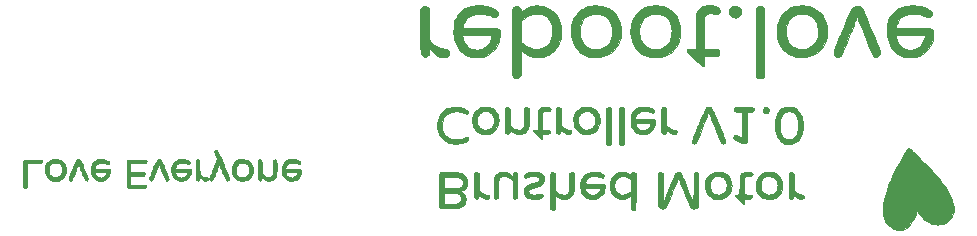
<source format=gbr>
G04 #@! TF.GenerationSoftware,KiCad,Pcbnew,5.1.5-52549c5~84~ubuntu18.04.1*
G04 #@! TF.CreationDate,2020-03-24T02:11:58-07:00*
G04 #@! TF.ProjectId,motor-control,6d6f746f-722d-4636-9f6e-74726f6c2e6b,rev?*
G04 #@! TF.SameCoordinates,Original*
G04 #@! TF.FileFunction,Legend,Bot*
G04 #@! TF.FilePolarity,Positive*
%FSLAX46Y46*%
G04 Gerber Fmt 4.6, Leading zero omitted, Abs format (unit mm)*
G04 Created by KiCad (PCBNEW 5.1.5-52549c5~84~ubuntu18.04.1) date 2020-03-24 02:11:58*
%MOMM*%
%LPD*%
G04 APERTURE LIST*
%ADD10C,0.010000*%
G04 APERTURE END LIST*
D10*
G36*
X137837209Y-69911595D02*
G01*
X138059314Y-69910363D01*
X138244183Y-69906885D01*
X138396881Y-69900610D01*
X138522473Y-69890985D01*
X138626022Y-69877458D01*
X138712592Y-69859476D01*
X138787248Y-69836486D01*
X138855054Y-69807937D01*
X138874326Y-69798455D01*
X139026650Y-69703347D01*
X139142848Y-69589070D01*
X139226398Y-69451409D01*
X139274076Y-69313916D01*
X139299838Y-69137059D01*
X139287223Y-68966112D01*
X139238264Y-68806570D01*
X139154994Y-68663927D01*
X139039448Y-68543676D01*
X138970500Y-68493850D01*
X138881750Y-68437456D01*
X138998731Y-68388969D01*
X139111222Y-68327502D01*
X139221869Y-68241190D01*
X139319105Y-68140941D01*
X139391359Y-68037665D01*
X139408847Y-68002264D01*
X139453980Y-67850021D01*
X139468052Y-67682394D01*
X139450157Y-67513713D01*
X139442003Y-67478523D01*
X139379294Y-67308205D01*
X139285007Y-67165072D01*
X139158375Y-67048412D01*
X138998633Y-66957514D01*
X138811208Y-66893256D01*
X138748913Y-66882472D01*
X138654113Y-66872950D01*
X138532842Y-66864757D01*
X138391137Y-66857961D01*
X138235033Y-66852631D01*
X138070565Y-66848833D01*
X137903769Y-66846636D01*
X137740680Y-66846108D01*
X137587333Y-66847317D01*
X137449765Y-66850331D01*
X137334009Y-66855218D01*
X137246103Y-66862046D01*
X137192081Y-66870883D01*
X137181476Y-66874902D01*
X137128633Y-66926368D01*
X137101016Y-66986316D01*
X137095757Y-67023348D01*
X137091413Y-67095772D01*
X137087971Y-67204535D01*
X137085423Y-67350588D01*
X137083755Y-67534881D01*
X137082958Y-67758363D01*
X137083021Y-68021984D01*
X137083610Y-68219000D01*
X137482334Y-68219000D01*
X137482334Y-67224167D01*
X138002030Y-67224167D01*
X138185495Y-67224898D01*
X138332611Y-67227290D01*
X138449339Y-67231644D01*
X138541642Y-67238259D01*
X138615481Y-67247438D01*
X138669605Y-67257801D01*
X138820943Y-67308298D01*
X138937620Y-67383014D01*
X139019559Y-67481857D01*
X139066679Y-67604735D01*
X139079273Y-67733693D01*
X139067404Y-67856364D01*
X139030051Y-67953666D01*
X138961151Y-68037844D01*
X138905611Y-68084514D01*
X138849168Y-68122457D01*
X138786487Y-68152816D01*
X138712375Y-68176364D01*
X138621641Y-68193875D01*
X138509094Y-68206121D01*
X138369543Y-68213875D01*
X138197795Y-68217909D01*
X138002030Y-68219000D01*
X137482334Y-68219000D01*
X137083610Y-68219000D01*
X137083932Y-68326692D01*
X137084373Y-68427120D01*
X137089544Y-69531334D01*
X137482334Y-69531334D01*
X137482334Y-68578834D01*
X137872385Y-68578834D01*
X138010874Y-68580131D01*
X138147908Y-68583721D01*
X138272578Y-68589157D01*
X138373976Y-68595987D01*
X138428010Y-68601729D01*
X138590873Y-68637562D01*
X138718905Y-68695637D01*
X138813830Y-68776842D01*
X138842785Y-68815797D01*
X138899988Y-68938436D01*
X138919374Y-69065246D01*
X138902297Y-69188801D01*
X138850111Y-69301680D01*
X138764173Y-69396458D01*
X138732534Y-69419901D01*
X138677390Y-69453603D01*
X138619814Y-69479903D01*
X138553790Y-69499677D01*
X138473299Y-69513798D01*
X138372327Y-69523140D01*
X138244857Y-69528577D01*
X138084871Y-69530982D01*
X137965325Y-69531334D01*
X137482334Y-69531334D01*
X137089544Y-69531334D01*
X137090750Y-69788822D01*
X137159876Y-69850578D01*
X137229001Y-69912334D01*
X137837209Y-69911595D01*
G37*
X137837209Y-69911595D02*
X138059314Y-69910363D01*
X138244183Y-69906885D01*
X138396881Y-69900610D01*
X138522473Y-69890985D01*
X138626022Y-69877458D01*
X138712592Y-69859476D01*
X138787248Y-69836486D01*
X138855054Y-69807937D01*
X138874326Y-69798455D01*
X139026650Y-69703347D01*
X139142848Y-69589070D01*
X139226398Y-69451409D01*
X139274076Y-69313916D01*
X139299838Y-69137059D01*
X139287223Y-68966112D01*
X139238264Y-68806570D01*
X139154994Y-68663927D01*
X139039448Y-68543676D01*
X138970500Y-68493850D01*
X138881750Y-68437456D01*
X138998731Y-68388969D01*
X139111222Y-68327502D01*
X139221869Y-68241190D01*
X139319105Y-68140941D01*
X139391359Y-68037665D01*
X139408847Y-68002264D01*
X139453980Y-67850021D01*
X139468052Y-67682394D01*
X139450157Y-67513713D01*
X139442003Y-67478523D01*
X139379294Y-67308205D01*
X139285007Y-67165072D01*
X139158375Y-67048412D01*
X138998633Y-66957514D01*
X138811208Y-66893256D01*
X138748913Y-66882472D01*
X138654113Y-66872950D01*
X138532842Y-66864757D01*
X138391137Y-66857961D01*
X138235033Y-66852631D01*
X138070565Y-66848833D01*
X137903769Y-66846636D01*
X137740680Y-66846108D01*
X137587333Y-66847317D01*
X137449765Y-66850331D01*
X137334009Y-66855218D01*
X137246103Y-66862046D01*
X137192081Y-66870883D01*
X137181476Y-66874902D01*
X137128633Y-66926368D01*
X137101016Y-66986316D01*
X137095757Y-67023348D01*
X137091413Y-67095772D01*
X137087971Y-67204535D01*
X137085423Y-67350588D01*
X137083755Y-67534881D01*
X137082958Y-67758363D01*
X137083021Y-68021984D01*
X137083610Y-68219000D01*
X137482334Y-68219000D01*
X137482334Y-67224167D01*
X138002030Y-67224167D01*
X138185495Y-67224898D01*
X138332611Y-67227290D01*
X138449339Y-67231644D01*
X138541642Y-67238259D01*
X138615481Y-67247438D01*
X138669605Y-67257801D01*
X138820943Y-67308298D01*
X138937620Y-67383014D01*
X139019559Y-67481857D01*
X139066679Y-67604735D01*
X139079273Y-67733693D01*
X139067404Y-67856364D01*
X139030051Y-67953666D01*
X138961151Y-68037844D01*
X138905611Y-68084514D01*
X138849168Y-68122457D01*
X138786487Y-68152816D01*
X138712375Y-68176364D01*
X138621641Y-68193875D01*
X138509094Y-68206121D01*
X138369543Y-68213875D01*
X138197795Y-68217909D01*
X138002030Y-68219000D01*
X137482334Y-68219000D01*
X137083610Y-68219000D01*
X137083932Y-68326692D01*
X137084373Y-68427120D01*
X137089544Y-69531334D01*
X137482334Y-69531334D01*
X137482334Y-68578834D01*
X137872385Y-68578834D01*
X138010874Y-68580131D01*
X138147908Y-68583721D01*
X138272578Y-68589157D01*
X138373976Y-68595987D01*
X138428010Y-68601729D01*
X138590873Y-68637562D01*
X138718905Y-68695637D01*
X138813830Y-68776842D01*
X138842785Y-68815797D01*
X138899988Y-68938436D01*
X138919374Y-69065246D01*
X138902297Y-69188801D01*
X138850111Y-69301680D01*
X138764173Y-69396458D01*
X138732534Y-69419901D01*
X138677390Y-69453603D01*
X138619814Y-69479903D01*
X138553790Y-69499677D01*
X138473299Y-69513798D01*
X138372327Y-69523140D01*
X138244857Y-69528577D01*
X138084871Y-69530982D01*
X137965325Y-69531334D01*
X137482334Y-69531334D01*
X137089544Y-69531334D01*
X137090750Y-69788822D01*
X137159876Y-69850578D01*
X137229001Y-69912334D01*
X137837209Y-69911595D01*
G36*
X167831107Y-69114671D02*
G01*
X167900556Y-69078615D01*
X167945985Y-69018581D01*
X167962333Y-68934055D01*
X167962334Y-68933714D01*
X167951628Y-68857460D01*
X167916216Y-68803188D01*
X167851157Y-68767157D01*
X167751507Y-68745626D01*
X167707453Y-68740815D01*
X167525340Y-68704929D01*
X167362300Y-68631419D01*
X167216617Y-68519448D01*
X167182565Y-68485197D01*
X167073334Y-68369701D01*
X167073334Y-66965934D01*
X167001367Y-66893967D01*
X166931218Y-66840048D01*
X166861344Y-66824410D01*
X166784557Y-66842989D01*
X166759226Y-66853535D01*
X166737979Y-66865359D01*
X166720458Y-66882024D01*
X166706303Y-66907095D01*
X166695156Y-66944134D01*
X166686656Y-66996707D01*
X166680446Y-67068375D01*
X166676166Y-67162704D01*
X166673457Y-67283256D01*
X166671961Y-67433595D01*
X166671317Y-67617285D01*
X166671168Y-67837889D01*
X166671167Y-67968530D01*
X166671167Y-68978640D01*
X166718792Y-69033451D01*
X166782289Y-69080342D01*
X166845230Y-69100810D01*
X166897130Y-69104793D01*
X166936987Y-69091923D01*
X166981761Y-69055339D01*
X166998688Y-69038712D01*
X167042798Y-68989948D01*
X167065036Y-68946131D01*
X167072693Y-68888542D01*
X167073334Y-68847105D01*
X167073334Y-68730143D01*
X167193439Y-68856062D01*
X167300717Y-68953148D01*
X167414343Y-69029322D01*
X167529256Y-69084072D01*
X167640396Y-69116888D01*
X167742700Y-69127258D01*
X167831107Y-69114671D01*
G37*
X167831107Y-69114671D02*
X167900556Y-69078615D01*
X167945985Y-69018581D01*
X167962333Y-68934055D01*
X167962334Y-68933714D01*
X167951628Y-68857460D01*
X167916216Y-68803188D01*
X167851157Y-68767157D01*
X167751507Y-68745626D01*
X167707453Y-68740815D01*
X167525340Y-68704929D01*
X167362300Y-68631419D01*
X167216617Y-68519448D01*
X167182565Y-68485197D01*
X167073334Y-68369701D01*
X167073334Y-66965934D01*
X167001367Y-66893967D01*
X166931218Y-66840048D01*
X166861344Y-66824410D01*
X166784557Y-66842989D01*
X166759226Y-66853535D01*
X166737979Y-66865359D01*
X166720458Y-66882024D01*
X166706303Y-66907095D01*
X166695156Y-66944134D01*
X166686656Y-66996707D01*
X166680446Y-67068375D01*
X166676166Y-67162704D01*
X166673457Y-67283256D01*
X166671961Y-67433595D01*
X166671317Y-67617285D01*
X166671168Y-67837889D01*
X166671167Y-67968530D01*
X166671167Y-68978640D01*
X166718792Y-69033451D01*
X166782289Y-69080342D01*
X166845230Y-69100810D01*
X166897130Y-69104793D01*
X166936987Y-69091923D01*
X166981761Y-69055339D01*
X166998688Y-69038712D01*
X167042798Y-68989948D01*
X167065036Y-68946131D01*
X167072693Y-68888542D01*
X167073334Y-68847105D01*
X167073334Y-68730143D01*
X167193439Y-68856062D01*
X167300717Y-68953148D01*
X167414343Y-69029322D01*
X167529256Y-69084072D01*
X167640396Y-69116888D01*
X167742700Y-69127258D01*
X167831107Y-69114671D01*
G36*
X158765700Y-69920960D02*
G01*
X158864856Y-69881926D01*
X158939542Y-69814274D01*
X158947479Y-69803604D01*
X158998250Y-69732417D01*
X158998250Y-66945533D01*
X158926553Y-66881469D01*
X158874046Y-66840789D01*
X158828836Y-66826137D01*
X158778386Y-66829571D01*
X158704119Y-66856949D01*
X158654292Y-66896550D01*
X158606667Y-66951361D01*
X158606023Y-68225472D01*
X158605601Y-68470338D01*
X158604621Y-68695117D01*
X158603128Y-68896937D01*
X158601165Y-69072923D01*
X158598777Y-69220203D01*
X158596010Y-69335902D01*
X158592906Y-69417148D01*
X158589511Y-69461068D01*
X158586828Y-69467834D01*
X158575834Y-69443073D01*
X158550435Y-69382464D01*
X158512029Y-69289430D01*
X158462014Y-69167397D01*
X158401785Y-69019790D01*
X158332740Y-68850033D01*
X158256275Y-68661551D01*
X158173789Y-68457770D01*
X158086677Y-68242113D01*
X158068813Y-68197834D01*
X157963318Y-67936441D01*
X157872203Y-67711500D01*
X157794018Y-67520200D01*
X157727317Y-67359730D01*
X157670652Y-67227278D01*
X157622575Y-67120032D01*
X157581639Y-67035182D01*
X157546397Y-66969915D01*
X157515400Y-66921421D01*
X157487201Y-66886889D01*
X157460353Y-66863505D01*
X157433408Y-66848460D01*
X157404919Y-66838942D01*
X157373437Y-66832139D01*
X157364798Y-66830508D01*
X157272405Y-66830058D01*
X157179530Y-66857267D01*
X157102165Y-66906115D01*
X157071377Y-66940975D01*
X157055746Y-66971985D01*
X157025882Y-67038723D01*
X156983276Y-67137613D01*
X156929419Y-67265080D01*
X156865803Y-67417547D01*
X156793918Y-67591437D01*
X156715256Y-67783176D01*
X156631309Y-67989187D01*
X156543566Y-68205893D01*
X156532976Y-68232142D01*
X156445680Y-68448214D01*
X156362743Y-68652767D01*
X156285563Y-68842400D01*
X156215539Y-69013709D01*
X156154071Y-69163291D01*
X156102557Y-69287742D01*
X156062398Y-69383661D01*
X156034991Y-69447643D01*
X156021736Y-69476285D01*
X156021024Y-69477359D01*
X156017844Y-69460451D01*
X156014845Y-69404776D01*
X156012078Y-69313902D01*
X156009593Y-69191394D01*
X156007440Y-69040820D01*
X156005671Y-68865746D01*
X156004336Y-68669739D01*
X156003484Y-68456365D01*
X156003168Y-68229191D01*
X156003167Y-68216340D01*
X156003167Y-66935213D01*
X155954524Y-66889516D01*
X155892111Y-66850370D01*
X155818257Y-66830398D01*
X155752947Y-66834792D01*
X155749167Y-66836164D01*
X155710784Y-66859034D01*
X155669792Y-66891884D01*
X155622167Y-66935213D01*
X155622246Y-68333815D01*
X155622308Y-68611942D01*
X155622518Y-68850881D01*
X155622961Y-69053778D01*
X155623723Y-69223779D01*
X155624890Y-69364029D01*
X155626547Y-69477674D01*
X155628779Y-69567860D01*
X155631673Y-69637731D01*
X155635314Y-69690435D01*
X155639787Y-69729116D01*
X155645179Y-69756920D01*
X155651574Y-69776993D01*
X155659058Y-69792480D01*
X155662080Y-69797611D01*
X155730353Y-69869748D01*
X155829382Y-69915498D01*
X155955643Y-69933313D01*
X155971417Y-69933500D01*
X156086443Y-69921663D01*
X156184074Y-69888696D01*
X156254104Y-69838421D01*
X156266443Y-69823111D01*
X156279256Y-69796636D01*
X156306382Y-69734310D01*
X156346402Y-69639580D01*
X156397893Y-69515894D01*
X156459434Y-69366701D01*
X156529604Y-69195449D01*
X156606982Y-69005586D01*
X156690147Y-68800561D01*
X156777677Y-68583821D01*
X156797935Y-68533528D01*
X156885609Y-68316563D01*
X156968871Y-68112089D01*
X157046359Y-67923350D01*
X157116710Y-67753588D01*
X157178562Y-67606049D01*
X157230552Y-67483975D01*
X157271319Y-67390611D01*
X157299499Y-67329199D01*
X157313732Y-67302984D01*
X157315011Y-67302367D01*
X157325264Y-67324553D01*
X157349805Y-67382637D01*
X157387244Y-67473196D01*
X157436188Y-67592805D01*
X157495246Y-67738041D01*
X157563025Y-67905481D01*
X157638133Y-68091699D01*
X157719180Y-68293273D01*
X157804772Y-68506779D01*
X157812432Y-68525917D01*
X157899158Y-68742096D01*
X157982167Y-68948007D01*
X158059975Y-69140039D01*
X158131099Y-69314576D01*
X158194057Y-69468005D01*
X158247365Y-69596714D01*
X158289540Y-69697088D01*
X158319100Y-69765514D01*
X158334561Y-69798379D01*
X158334896Y-69798955D01*
X158402351Y-69871766D01*
X158500580Y-69916889D01*
X158627588Y-69933435D01*
X158637004Y-69933500D01*
X158765700Y-69920960D01*
G37*
X158765700Y-69920960D02*
X158864856Y-69881926D01*
X158939542Y-69814274D01*
X158947479Y-69803604D01*
X158998250Y-69732417D01*
X158998250Y-66945533D01*
X158926553Y-66881469D01*
X158874046Y-66840789D01*
X158828836Y-66826137D01*
X158778386Y-66829571D01*
X158704119Y-66856949D01*
X158654292Y-66896550D01*
X158606667Y-66951361D01*
X158606023Y-68225472D01*
X158605601Y-68470338D01*
X158604621Y-68695117D01*
X158603128Y-68896937D01*
X158601165Y-69072923D01*
X158598777Y-69220203D01*
X158596010Y-69335902D01*
X158592906Y-69417148D01*
X158589511Y-69461068D01*
X158586828Y-69467834D01*
X158575834Y-69443073D01*
X158550435Y-69382464D01*
X158512029Y-69289430D01*
X158462014Y-69167397D01*
X158401785Y-69019790D01*
X158332740Y-68850033D01*
X158256275Y-68661551D01*
X158173789Y-68457770D01*
X158086677Y-68242113D01*
X158068813Y-68197834D01*
X157963318Y-67936441D01*
X157872203Y-67711500D01*
X157794018Y-67520200D01*
X157727317Y-67359730D01*
X157670652Y-67227278D01*
X157622575Y-67120032D01*
X157581639Y-67035182D01*
X157546397Y-66969915D01*
X157515400Y-66921421D01*
X157487201Y-66886889D01*
X157460353Y-66863505D01*
X157433408Y-66848460D01*
X157404919Y-66838942D01*
X157373437Y-66832139D01*
X157364798Y-66830508D01*
X157272405Y-66830058D01*
X157179530Y-66857267D01*
X157102165Y-66906115D01*
X157071377Y-66940975D01*
X157055746Y-66971985D01*
X157025882Y-67038723D01*
X156983276Y-67137613D01*
X156929419Y-67265080D01*
X156865803Y-67417547D01*
X156793918Y-67591437D01*
X156715256Y-67783176D01*
X156631309Y-67989187D01*
X156543566Y-68205893D01*
X156532976Y-68232142D01*
X156445680Y-68448214D01*
X156362743Y-68652767D01*
X156285563Y-68842400D01*
X156215539Y-69013709D01*
X156154071Y-69163291D01*
X156102557Y-69287742D01*
X156062398Y-69383661D01*
X156034991Y-69447643D01*
X156021736Y-69476285D01*
X156021024Y-69477359D01*
X156017844Y-69460451D01*
X156014845Y-69404776D01*
X156012078Y-69313902D01*
X156009593Y-69191394D01*
X156007440Y-69040820D01*
X156005671Y-68865746D01*
X156004336Y-68669739D01*
X156003484Y-68456365D01*
X156003168Y-68229191D01*
X156003167Y-68216340D01*
X156003167Y-66935213D01*
X155954524Y-66889516D01*
X155892111Y-66850370D01*
X155818257Y-66830398D01*
X155752947Y-66834792D01*
X155749167Y-66836164D01*
X155710784Y-66859034D01*
X155669792Y-66891884D01*
X155622167Y-66935213D01*
X155622246Y-68333815D01*
X155622308Y-68611942D01*
X155622518Y-68850881D01*
X155622961Y-69053778D01*
X155623723Y-69223779D01*
X155624890Y-69364029D01*
X155626547Y-69477674D01*
X155628779Y-69567860D01*
X155631673Y-69637731D01*
X155635314Y-69690435D01*
X155639787Y-69729116D01*
X155645179Y-69756920D01*
X155651574Y-69776993D01*
X155659058Y-69792480D01*
X155662080Y-69797611D01*
X155730353Y-69869748D01*
X155829382Y-69915498D01*
X155955643Y-69933313D01*
X155971417Y-69933500D01*
X156086443Y-69921663D01*
X156184074Y-69888696D01*
X156254104Y-69838421D01*
X156266443Y-69823111D01*
X156279256Y-69796636D01*
X156306382Y-69734310D01*
X156346402Y-69639580D01*
X156397893Y-69515894D01*
X156459434Y-69366701D01*
X156529604Y-69195449D01*
X156606982Y-69005586D01*
X156690147Y-68800561D01*
X156777677Y-68583821D01*
X156797935Y-68533528D01*
X156885609Y-68316563D01*
X156968871Y-68112089D01*
X157046359Y-67923350D01*
X157116710Y-67753588D01*
X157178562Y-67606049D01*
X157230552Y-67483975D01*
X157271319Y-67390611D01*
X157299499Y-67329199D01*
X157313732Y-67302984D01*
X157315011Y-67302367D01*
X157325264Y-67324553D01*
X157349805Y-67382637D01*
X157387244Y-67473196D01*
X157436188Y-67592805D01*
X157495246Y-67738041D01*
X157563025Y-67905481D01*
X157638133Y-68091699D01*
X157719180Y-68293273D01*
X157804772Y-68506779D01*
X157812432Y-68525917D01*
X157899158Y-68742096D01*
X157982167Y-68948007D01*
X158059975Y-69140039D01*
X158131099Y-69314576D01*
X158194057Y-69468005D01*
X158247365Y-69596714D01*
X158289540Y-69697088D01*
X158319100Y-69765514D01*
X158334561Y-69798379D01*
X158334896Y-69798955D01*
X158402351Y-69871766D01*
X158500580Y-69916889D01*
X158627588Y-69933435D01*
X158637004Y-69933500D01*
X158765700Y-69920960D01*
G36*
X146750519Y-70048094D02*
G01*
X146786407Y-70030358D01*
X146815032Y-70007525D01*
X146837209Y-69974960D01*
X146853748Y-69928033D01*
X146865463Y-69862112D01*
X146873167Y-69772563D01*
X146877671Y-69654755D01*
X146879789Y-69504057D01*
X146880333Y-69315835D01*
X146880334Y-69308071D01*
X146880334Y-68744781D01*
X147002042Y-68853283D01*
X147158973Y-68970752D01*
X147325568Y-69055150D01*
X147496894Y-69106844D01*
X147668018Y-69126202D01*
X147834005Y-69113592D01*
X147989923Y-69069381D01*
X148130837Y-68993939D01*
X148251814Y-68887632D01*
X148346739Y-68753008D01*
X148377324Y-68694139D01*
X148402309Y-68637577D01*
X148422255Y-68578348D01*
X148437721Y-68511477D01*
X148449269Y-68431989D01*
X148457459Y-68334909D01*
X148462849Y-68215263D01*
X148466002Y-68068075D01*
X148467477Y-67888372D01*
X148467834Y-67677658D01*
X148467735Y-67483233D01*
X148467273Y-67326636D01*
X148466202Y-67203363D01*
X148464274Y-67108909D01*
X148461244Y-67038770D01*
X148456863Y-66988440D01*
X148450885Y-66953416D01*
X148443063Y-66929192D01*
X148433150Y-66911263D01*
X148425242Y-66900563D01*
X148359872Y-66847419D01*
X148282242Y-66828011D01*
X148203816Y-66841015D01*
X148136060Y-66885106D01*
X148098902Y-66938277D01*
X148089501Y-66963669D01*
X148081999Y-66998988D01*
X148076195Y-67048809D01*
X148071886Y-67117708D01*
X148068869Y-67210260D01*
X148066943Y-67331041D01*
X148065905Y-67484627D01*
X148065553Y-67675593D01*
X148065549Y-67693033D01*
X148064790Y-67892877D01*
X148062658Y-68068888D01*
X148059265Y-68217328D01*
X148054720Y-68334460D01*
X148049133Y-68416547D01*
X148042974Y-68458624D01*
X148002778Y-68545425D01*
X147937026Y-68629411D01*
X147858293Y-68696867D01*
X147794396Y-68729719D01*
X147686357Y-68750934D01*
X147558212Y-68753038D01*
X147427200Y-68736854D01*
X147320402Y-68707073D01*
X147228221Y-68661488D01*
X147129132Y-68590446D01*
X147040998Y-68513028D01*
X146882441Y-68364954D01*
X146876096Y-67657430D01*
X146869750Y-66949906D01*
X146816834Y-66897049D01*
X146745036Y-66849172D01*
X146662807Y-66830304D01*
X146591557Y-66842188D01*
X146570206Y-66850906D01*
X146551716Y-66859759D01*
X146535880Y-66871666D01*
X146522494Y-66889548D01*
X146511351Y-66916322D01*
X146502247Y-66954910D01*
X146494976Y-67008230D01*
X146489333Y-67079202D01*
X146485112Y-67170746D01*
X146482108Y-67285781D01*
X146480117Y-67427227D01*
X146478931Y-67598003D01*
X146478347Y-67801029D01*
X146478158Y-68039225D01*
X146478159Y-68315510D01*
X146478167Y-68454199D01*
X146478220Y-68742926D01*
X146478429Y-68992298D01*
X146478864Y-69205295D01*
X146479598Y-69384894D01*
X146480701Y-69534074D01*
X146482246Y-69655814D01*
X146484304Y-69753092D01*
X146486947Y-69828887D01*
X146490246Y-69886178D01*
X146494273Y-69927942D01*
X146499099Y-69957160D01*
X146504797Y-69976808D01*
X146511437Y-69989867D01*
X146515209Y-69994947D01*
X146582560Y-70045832D01*
X146666438Y-70064287D01*
X146750519Y-70048094D01*
G37*
X146750519Y-70048094D02*
X146786407Y-70030358D01*
X146815032Y-70007525D01*
X146837209Y-69974960D01*
X146853748Y-69928033D01*
X146865463Y-69862112D01*
X146873167Y-69772563D01*
X146877671Y-69654755D01*
X146879789Y-69504057D01*
X146880333Y-69315835D01*
X146880334Y-69308071D01*
X146880334Y-68744781D01*
X147002042Y-68853283D01*
X147158973Y-68970752D01*
X147325568Y-69055150D01*
X147496894Y-69106844D01*
X147668018Y-69126202D01*
X147834005Y-69113592D01*
X147989923Y-69069381D01*
X148130837Y-68993939D01*
X148251814Y-68887632D01*
X148346739Y-68753008D01*
X148377324Y-68694139D01*
X148402309Y-68637577D01*
X148422255Y-68578348D01*
X148437721Y-68511477D01*
X148449269Y-68431989D01*
X148457459Y-68334909D01*
X148462849Y-68215263D01*
X148466002Y-68068075D01*
X148467477Y-67888372D01*
X148467834Y-67677658D01*
X148467735Y-67483233D01*
X148467273Y-67326636D01*
X148466202Y-67203363D01*
X148464274Y-67108909D01*
X148461244Y-67038770D01*
X148456863Y-66988440D01*
X148450885Y-66953416D01*
X148443063Y-66929192D01*
X148433150Y-66911263D01*
X148425242Y-66900563D01*
X148359872Y-66847419D01*
X148282242Y-66828011D01*
X148203816Y-66841015D01*
X148136060Y-66885106D01*
X148098902Y-66938277D01*
X148089501Y-66963669D01*
X148081999Y-66998988D01*
X148076195Y-67048809D01*
X148071886Y-67117708D01*
X148068869Y-67210260D01*
X148066943Y-67331041D01*
X148065905Y-67484627D01*
X148065553Y-67675593D01*
X148065549Y-67693033D01*
X148064790Y-67892877D01*
X148062658Y-68068888D01*
X148059265Y-68217328D01*
X148054720Y-68334460D01*
X148049133Y-68416547D01*
X148042974Y-68458624D01*
X148002778Y-68545425D01*
X147937026Y-68629411D01*
X147858293Y-68696867D01*
X147794396Y-68729719D01*
X147686357Y-68750934D01*
X147558212Y-68753038D01*
X147427200Y-68736854D01*
X147320402Y-68707073D01*
X147228221Y-68661488D01*
X147129132Y-68590446D01*
X147040998Y-68513028D01*
X146882441Y-68364954D01*
X146876096Y-67657430D01*
X146869750Y-66949906D01*
X146816834Y-66897049D01*
X146745036Y-66849172D01*
X146662807Y-66830304D01*
X146591557Y-66842188D01*
X146570206Y-66850906D01*
X146551716Y-66859759D01*
X146535880Y-66871666D01*
X146522494Y-66889548D01*
X146511351Y-66916322D01*
X146502247Y-66954910D01*
X146494976Y-67008230D01*
X146489333Y-67079202D01*
X146485112Y-67170746D01*
X146482108Y-67285781D01*
X146480117Y-67427227D01*
X146478931Y-67598003D01*
X146478347Y-67801029D01*
X146478158Y-68039225D01*
X146478159Y-68315510D01*
X146478167Y-68454199D01*
X146478220Y-68742926D01*
X146478429Y-68992298D01*
X146478864Y-69205295D01*
X146479598Y-69384894D01*
X146480701Y-69534074D01*
X146482246Y-69655814D01*
X146484304Y-69753092D01*
X146486947Y-69828887D01*
X146490246Y-69886178D01*
X146494273Y-69927942D01*
X146499099Y-69957160D01*
X146504797Y-69976808D01*
X146511437Y-69989867D01*
X146515209Y-69994947D01*
X146582560Y-70045832D01*
X146666438Y-70064287D01*
X146750519Y-70048094D01*
G36*
X141173711Y-69124147D02*
G01*
X141208742Y-69106669D01*
X141246902Y-69072019D01*
X141248825Y-69070099D01*
X141300686Y-68994993D01*
X141315365Y-68916015D01*
X141292475Y-68841703D01*
X141260827Y-68803164D01*
X141218296Y-68773734D01*
X141160162Y-68754994D01*
X141073977Y-68743161D01*
X141058888Y-68741834D01*
X140886962Y-68709062D01*
X140725480Y-68643178D01*
X140583482Y-68549031D01*
X140470006Y-68431472D01*
X140463153Y-68422200D01*
X140403334Y-68339649D01*
X140403334Y-66935213D01*
X140353452Y-66888352D01*
X140296357Y-66851575D01*
X140230573Y-66829645D01*
X140172303Y-66828031D01*
X140121807Y-66850169D01*
X140089954Y-66874698D01*
X140022334Y-66931597D01*
X140022334Y-68984257D01*
X140084205Y-69046129D01*
X140158303Y-69097576D01*
X140234034Y-69106871D01*
X140309132Y-69074013D01*
X140341462Y-69046129D01*
X140376363Y-69006342D01*
X140395007Y-68966039D01*
X140402319Y-68909792D01*
X140403334Y-68852318D01*
X140403334Y-68720378D01*
X140529975Y-68850204D01*
X140677155Y-68977503D01*
X140832125Y-69066781D01*
X140991434Y-69116228D01*
X141052765Y-69124228D01*
X141126741Y-69128614D01*
X141173711Y-69124147D01*
G37*
X141173711Y-69124147D02*
X141208742Y-69106669D01*
X141246902Y-69072019D01*
X141248825Y-69070099D01*
X141300686Y-68994993D01*
X141315365Y-68916015D01*
X141292475Y-68841703D01*
X141260827Y-68803164D01*
X141218296Y-68773734D01*
X141160162Y-68754994D01*
X141073977Y-68743161D01*
X141058888Y-68741834D01*
X140886962Y-68709062D01*
X140725480Y-68643178D01*
X140583482Y-68549031D01*
X140470006Y-68431472D01*
X140463153Y-68422200D01*
X140403334Y-68339649D01*
X140403334Y-66935213D01*
X140353452Y-66888352D01*
X140296357Y-66851575D01*
X140230573Y-66829645D01*
X140172303Y-66828031D01*
X140121807Y-66850169D01*
X140089954Y-66874698D01*
X140022334Y-66931597D01*
X140022334Y-68984257D01*
X140084205Y-69046129D01*
X140158303Y-69097576D01*
X140234034Y-69106871D01*
X140309132Y-69074013D01*
X140341462Y-69046129D01*
X140376363Y-69006342D01*
X140395007Y-68966039D01*
X140402319Y-68909792D01*
X140403334Y-68852318D01*
X140403334Y-68720378D01*
X140529975Y-68850204D01*
X140677155Y-68977503D01*
X140832125Y-69066781D01*
X140991434Y-69116228D01*
X141052765Y-69124228D01*
X141126741Y-69128614D01*
X141173711Y-69124147D01*
G36*
X165073084Y-69122070D02*
G01*
X165282993Y-69094965D01*
X165466606Y-69038457D01*
X165630636Y-68949646D01*
X165781796Y-68825629D01*
X165799311Y-68808323D01*
X165912840Y-68666928D01*
X166005024Y-68496523D01*
X166072293Y-68306519D01*
X166111073Y-68106327D01*
X166119357Y-67965000D01*
X166115484Y-67896630D01*
X166105283Y-67805419D01*
X166090874Y-67710009D01*
X166089321Y-67701171D01*
X166032481Y-67492192D01*
X165942463Y-67307143D01*
X165822274Y-67147985D01*
X165674924Y-67016679D01*
X165503419Y-66915186D01*
X165310768Y-66845467D01*
X165099980Y-66809483D01*
X164874062Y-66809194D01*
X164745000Y-66824870D01*
X164666566Y-66844078D01*
X164570969Y-66876433D01*
X164478357Y-66915082D01*
X164474796Y-66916758D01*
X164296586Y-67023095D01*
X164148756Y-67158289D01*
X164032134Y-67320887D01*
X163947549Y-67509431D01*
X163895829Y-67722468D01*
X163877804Y-67958542D01*
X163877793Y-67965000D01*
X163878375Y-67975584D01*
X164290307Y-67975584D01*
X164290817Y-67859478D01*
X164293669Y-67775555D01*
X164300274Y-67713676D01*
X164312042Y-67663699D01*
X164330382Y-67615485D01*
X164344742Y-67584000D01*
X164420573Y-67449987D01*
X164509170Y-67348314D01*
X164614352Y-67271901D01*
X164770554Y-67204187D01*
X164938484Y-67174630D01*
X165110854Y-67183565D01*
X165280378Y-67231325D01*
X165301694Y-67240345D01*
X165434941Y-67321296D01*
X165545373Y-67433711D01*
X165630554Y-67571949D01*
X165688046Y-67730368D01*
X165715411Y-67903325D01*
X165710214Y-68085179D01*
X165698508Y-68158960D01*
X165649812Y-68326286D01*
X165573376Y-68465808D01*
X165469330Y-68581111D01*
X165333730Y-68676588D01*
X165184898Y-68735907D01*
X165029089Y-68760342D01*
X164872558Y-68751167D01*
X164721560Y-68709653D01*
X164582348Y-68637074D01*
X164461178Y-68534702D01*
X164364305Y-68403811D01*
X164336905Y-68350651D01*
X164317232Y-68302695D01*
X164303955Y-68252956D01*
X164295858Y-68191656D01*
X164291729Y-68109018D01*
X164290351Y-67995265D01*
X164290307Y-67975584D01*
X163878375Y-67975584D01*
X163889100Y-68170455D01*
X163924883Y-68351828D01*
X163987928Y-68521395D01*
X164018003Y-68582230D01*
X164129034Y-68749773D01*
X164269345Y-68888598D01*
X164435632Y-68997015D01*
X164624593Y-69073334D01*
X164832925Y-69115866D01*
X165057325Y-69122921D01*
X165073084Y-69122070D01*
G37*
X165073084Y-69122070D02*
X165282993Y-69094965D01*
X165466606Y-69038457D01*
X165630636Y-68949646D01*
X165781796Y-68825629D01*
X165799311Y-68808323D01*
X165912840Y-68666928D01*
X166005024Y-68496523D01*
X166072293Y-68306519D01*
X166111073Y-68106327D01*
X166119357Y-67965000D01*
X166115484Y-67896630D01*
X166105283Y-67805419D01*
X166090874Y-67710009D01*
X166089321Y-67701171D01*
X166032481Y-67492192D01*
X165942463Y-67307143D01*
X165822274Y-67147985D01*
X165674924Y-67016679D01*
X165503419Y-66915186D01*
X165310768Y-66845467D01*
X165099980Y-66809483D01*
X164874062Y-66809194D01*
X164745000Y-66824870D01*
X164666566Y-66844078D01*
X164570969Y-66876433D01*
X164478357Y-66915082D01*
X164474796Y-66916758D01*
X164296586Y-67023095D01*
X164148756Y-67158289D01*
X164032134Y-67320887D01*
X163947549Y-67509431D01*
X163895829Y-67722468D01*
X163877804Y-67958542D01*
X163877793Y-67965000D01*
X163878375Y-67975584D01*
X164290307Y-67975584D01*
X164290817Y-67859478D01*
X164293669Y-67775555D01*
X164300274Y-67713676D01*
X164312042Y-67663699D01*
X164330382Y-67615485D01*
X164344742Y-67584000D01*
X164420573Y-67449987D01*
X164509170Y-67348314D01*
X164614352Y-67271901D01*
X164770554Y-67204187D01*
X164938484Y-67174630D01*
X165110854Y-67183565D01*
X165280378Y-67231325D01*
X165301694Y-67240345D01*
X165434941Y-67321296D01*
X165545373Y-67433711D01*
X165630554Y-67571949D01*
X165688046Y-67730368D01*
X165715411Y-67903325D01*
X165710214Y-68085179D01*
X165698508Y-68158960D01*
X165649812Y-68326286D01*
X165573376Y-68465808D01*
X165469330Y-68581111D01*
X165333730Y-68676588D01*
X165184898Y-68735907D01*
X165029089Y-68760342D01*
X164872558Y-68751167D01*
X164721560Y-68709653D01*
X164582348Y-68637074D01*
X164461178Y-68534702D01*
X164364305Y-68403811D01*
X164336905Y-68350651D01*
X164317232Y-68302695D01*
X164303955Y-68252956D01*
X164295858Y-68191656D01*
X164291729Y-68109018D01*
X164290351Y-67995265D01*
X164290307Y-67975584D01*
X163878375Y-67975584D01*
X163889100Y-68170455D01*
X163924883Y-68351828D01*
X163987928Y-68521395D01*
X164018003Y-68582230D01*
X164129034Y-68749773D01*
X164269345Y-68888598D01*
X164435632Y-68997015D01*
X164624593Y-69073334D01*
X164832925Y-69115866D01*
X165057325Y-69122921D01*
X165073084Y-69122070D01*
G36*
X162855592Y-69505672D02*
G01*
X162872818Y-69449603D01*
X162881142Y-69356224D01*
X162882334Y-69285325D01*
X162882334Y-69086834D01*
X163169046Y-69086834D01*
X163284712Y-69086479D01*
X163365957Y-69084604D01*
X163420692Y-69079995D01*
X163456827Y-69071440D01*
X163482275Y-69057724D01*
X163504944Y-69037634D01*
X163507712Y-69034879D01*
X163550815Y-68965026D01*
X163555816Y-68887025D01*
X163522131Y-68812345D01*
X163519273Y-68808720D01*
X163500644Y-68788675D01*
X163477586Y-68774444D01*
X163442571Y-68764662D01*
X163388073Y-68757962D01*
X163306564Y-68752975D01*
X163190517Y-68748334D01*
X163185898Y-68748167D01*
X162892917Y-68737584D01*
X162892917Y-68039084D01*
X162893410Y-67868622D01*
X162894810Y-67709578D01*
X162896996Y-67567460D01*
X162899846Y-67447778D01*
X162903240Y-67356043D01*
X162907056Y-67297764D01*
X162909545Y-67280981D01*
X162947280Y-67219724D01*
X163020023Y-67181492D01*
X163128007Y-67166206D01*
X163242167Y-67170658D01*
X163327343Y-67178129D01*
X163402102Y-67183527D01*
X163451141Y-67185759D01*
X163453252Y-67185769D01*
X163506596Y-67167836D01*
X163558063Y-67123749D01*
X163593783Y-67067953D01*
X163602000Y-67030859D01*
X163583787Y-66979564D01*
X163536393Y-66924574D01*
X163470692Y-66875903D01*
X163399249Y-66844058D01*
X163286429Y-66821231D01*
X163155942Y-66810384D01*
X163025381Y-66811904D01*
X162912343Y-66826179D01*
X162885416Y-66832742D01*
X162761706Y-66879669D01*
X162661701Y-66947847D01*
X162613868Y-66994556D01*
X162588626Y-67023057D01*
X162567899Y-67051965D01*
X162551174Y-67085647D01*
X162537940Y-67128470D01*
X162527685Y-67184800D01*
X162519896Y-67259005D01*
X162514063Y-67355452D01*
X162509672Y-67478507D01*
X162506212Y-67632537D01*
X162503171Y-67821910D01*
X162501334Y-67954417D01*
X162490750Y-68737584D01*
X162322420Y-68743843D01*
X162218961Y-68750965D01*
X162151464Y-68764800D01*
X162113767Y-68787824D01*
X162099710Y-68822515D01*
X162099167Y-68833620D01*
X162113749Y-68856507D01*
X162153953Y-68903036D01*
X162214468Y-68967950D01*
X162289979Y-69045993D01*
X162375175Y-69131907D01*
X162464743Y-69220437D01*
X162553370Y-69306325D01*
X162635744Y-69384315D01*
X162706551Y-69449151D01*
X162760480Y-69495574D01*
X162789949Y-69517131D01*
X162828342Y-69527243D01*
X162855592Y-69505672D01*
G37*
X162855592Y-69505672D02*
X162872818Y-69449603D01*
X162881142Y-69356224D01*
X162882334Y-69285325D01*
X162882334Y-69086834D01*
X163169046Y-69086834D01*
X163284712Y-69086479D01*
X163365957Y-69084604D01*
X163420692Y-69079995D01*
X163456827Y-69071440D01*
X163482275Y-69057724D01*
X163504944Y-69037634D01*
X163507712Y-69034879D01*
X163550815Y-68965026D01*
X163555816Y-68887025D01*
X163522131Y-68812345D01*
X163519273Y-68808720D01*
X163500644Y-68788675D01*
X163477586Y-68774444D01*
X163442571Y-68764662D01*
X163388073Y-68757962D01*
X163306564Y-68752975D01*
X163190517Y-68748334D01*
X163185898Y-68748167D01*
X162892917Y-68737584D01*
X162892917Y-68039084D01*
X162893410Y-67868622D01*
X162894810Y-67709578D01*
X162896996Y-67567460D01*
X162899846Y-67447778D01*
X162903240Y-67356043D01*
X162907056Y-67297764D01*
X162909545Y-67280981D01*
X162947280Y-67219724D01*
X163020023Y-67181492D01*
X163128007Y-67166206D01*
X163242167Y-67170658D01*
X163327343Y-67178129D01*
X163402102Y-67183527D01*
X163451141Y-67185759D01*
X163453252Y-67185769D01*
X163506596Y-67167836D01*
X163558063Y-67123749D01*
X163593783Y-67067953D01*
X163602000Y-67030859D01*
X163583787Y-66979564D01*
X163536393Y-66924574D01*
X163470692Y-66875903D01*
X163399249Y-66844058D01*
X163286429Y-66821231D01*
X163155942Y-66810384D01*
X163025381Y-66811904D01*
X162912343Y-66826179D01*
X162885416Y-66832742D01*
X162761706Y-66879669D01*
X162661701Y-66947847D01*
X162613868Y-66994556D01*
X162588626Y-67023057D01*
X162567899Y-67051965D01*
X162551174Y-67085647D01*
X162537940Y-67128470D01*
X162527685Y-67184800D01*
X162519896Y-67259005D01*
X162514063Y-67355452D01*
X162509672Y-67478507D01*
X162506212Y-67632537D01*
X162503171Y-67821910D01*
X162501334Y-67954417D01*
X162490750Y-68737584D01*
X162322420Y-68743843D01*
X162218961Y-68750965D01*
X162151464Y-68764800D01*
X162113767Y-68787824D01*
X162099710Y-68822515D01*
X162099167Y-68833620D01*
X162113749Y-68856507D01*
X162153953Y-68903036D01*
X162214468Y-68967950D01*
X162289979Y-69045993D01*
X162375175Y-69131907D01*
X162464743Y-69220437D01*
X162553370Y-69306325D01*
X162635744Y-69384315D01*
X162706551Y-69449151D01*
X162760480Y-69495574D01*
X162789949Y-69517131D01*
X162828342Y-69527243D01*
X162855592Y-69505672D01*
G36*
X160925714Y-69109799D02*
G01*
X161130283Y-69054815D01*
X161313546Y-68964857D01*
X161473178Y-68841300D01*
X161606852Y-68685518D01*
X161690936Y-68543858D01*
X161765899Y-68361992D01*
X161808554Y-68176305D01*
X161821077Y-67975159D01*
X161817032Y-67869798D01*
X161784218Y-67643102D01*
X161718190Y-67438367D01*
X161620726Y-67258042D01*
X161493603Y-67104577D01*
X161338598Y-66980418D01*
X161157489Y-66888016D01*
X161086340Y-66863028D01*
X160939429Y-66829484D01*
X160773584Y-66811691D01*
X160606532Y-66810468D01*
X160456001Y-66826633D01*
X160427000Y-66832573D01*
X160220790Y-66899203D01*
X160040268Y-66998443D01*
X159887128Y-67128028D01*
X159763060Y-67285694D01*
X159669757Y-67469176D01*
X159608910Y-67676209D01*
X159582210Y-67904529D01*
X159581572Y-67938385D01*
X159982764Y-67938385D01*
X159993621Y-67793329D01*
X160013330Y-67699044D01*
X160080928Y-67532007D01*
X160177023Y-67394098D01*
X160297593Y-67287344D01*
X160438613Y-67213771D01*
X160596060Y-67175406D01*
X160765911Y-67174276D01*
X160944142Y-67212407D01*
X160965342Y-67219523D01*
X161084010Y-67280176D01*
X161196122Y-67372813D01*
X161291126Y-67487274D01*
X161347648Y-67587568D01*
X161393768Y-67729499D01*
X161418062Y-67891659D01*
X161419404Y-68057351D01*
X161396667Y-68209876D01*
X161391036Y-68230846D01*
X161323656Y-68400998D01*
X161229136Y-68538763D01*
X161108409Y-68643441D01*
X160962408Y-68714332D01*
X160792064Y-68750737D01*
X160691584Y-68755811D01*
X160514042Y-68737802D01*
X160358847Y-68683947D01*
X160226696Y-68594688D01*
X160118287Y-68470468D01*
X160050736Y-68349758D01*
X160012202Y-68231913D01*
X159989251Y-68089684D01*
X159982764Y-67938385D01*
X159581572Y-67938385D01*
X159581069Y-67965000D01*
X159599240Y-68198425D01*
X159652235Y-68411224D01*
X159737774Y-68601033D01*
X159853580Y-68765488D01*
X159997372Y-68902223D01*
X160166873Y-69008874D01*
X160359803Y-69083076D01*
X160573884Y-69122463D01*
X160702167Y-69128432D01*
X160925714Y-69109799D01*
G37*
X160925714Y-69109799D02*
X161130283Y-69054815D01*
X161313546Y-68964857D01*
X161473178Y-68841300D01*
X161606852Y-68685518D01*
X161690936Y-68543858D01*
X161765899Y-68361992D01*
X161808554Y-68176305D01*
X161821077Y-67975159D01*
X161817032Y-67869798D01*
X161784218Y-67643102D01*
X161718190Y-67438367D01*
X161620726Y-67258042D01*
X161493603Y-67104577D01*
X161338598Y-66980418D01*
X161157489Y-66888016D01*
X161086340Y-66863028D01*
X160939429Y-66829484D01*
X160773584Y-66811691D01*
X160606532Y-66810468D01*
X160456001Y-66826633D01*
X160427000Y-66832573D01*
X160220790Y-66899203D01*
X160040268Y-66998443D01*
X159887128Y-67128028D01*
X159763060Y-67285694D01*
X159669757Y-67469176D01*
X159608910Y-67676209D01*
X159582210Y-67904529D01*
X159581572Y-67938385D01*
X159982764Y-67938385D01*
X159993621Y-67793329D01*
X160013330Y-67699044D01*
X160080928Y-67532007D01*
X160177023Y-67394098D01*
X160297593Y-67287344D01*
X160438613Y-67213771D01*
X160596060Y-67175406D01*
X160765911Y-67174276D01*
X160944142Y-67212407D01*
X160965342Y-67219523D01*
X161084010Y-67280176D01*
X161196122Y-67372813D01*
X161291126Y-67487274D01*
X161347648Y-67587568D01*
X161393768Y-67729499D01*
X161418062Y-67891659D01*
X161419404Y-68057351D01*
X161396667Y-68209876D01*
X161391036Y-68230846D01*
X161323656Y-68400998D01*
X161229136Y-68538763D01*
X161108409Y-68643441D01*
X160962408Y-68714332D01*
X160792064Y-68750737D01*
X160691584Y-68755811D01*
X160514042Y-68737802D01*
X160358847Y-68683947D01*
X160226696Y-68594688D01*
X160118287Y-68470468D01*
X160050736Y-68349758D01*
X160012202Y-68231913D01*
X159989251Y-68089684D01*
X159982764Y-67938385D01*
X159581572Y-67938385D01*
X159581069Y-67965000D01*
X159599240Y-68198425D01*
X159652235Y-68411224D01*
X159737774Y-68601033D01*
X159853580Y-68765488D01*
X159997372Y-68902223D01*
X160166873Y-69008874D01*
X160359803Y-69083076D01*
X160573884Y-69122463D01*
X160702167Y-69128432D01*
X160925714Y-69109799D01*
G36*
X153573890Y-70053657D02*
G01*
X153576250Y-70052674D01*
X153631615Y-70020987D01*
X153670151Y-69983927D01*
X153673130Y-69979017D01*
X153678148Y-69951693D01*
X153682516Y-69889106D01*
X153686246Y-69790355D01*
X153689352Y-69654540D01*
X153691848Y-69480757D01*
X153693746Y-69268108D01*
X153695061Y-69015689D01*
X153695806Y-68722600D01*
X153696000Y-68443822D01*
X153696000Y-66951361D01*
X153645330Y-66892454D01*
X153597489Y-66850520D01*
X153539501Y-66834670D01*
X153508940Y-66833546D01*
X153418551Y-66851028D01*
X153352757Y-66902622D01*
X153312924Y-66987047D01*
X153305345Y-67024274D01*
X153291383Y-67117381D01*
X153182949Y-67031669D01*
X153004826Y-66915220D01*
X152817660Y-66839946D01*
X152622447Y-66806072D01*
X152420183Y-66813826D01*
X152312421Y-66834414D01*
X152117897Y-66902254D01*
X151945038Y-67004537D01*
X151796495Y-67137882D01*
X151674919Y-67298910D01*
X151582961Y-67484240D01*
X151523271Y-67690492D01*
X151500443Y-67869798D01*
X151500592Y-67933961D01*
X151899857Y-67933961D01*
X151904321Y-67826263D01*
X151914406Y-67739564D01*
X151916311Y-67729701D01*
X151956733Y-67604383D01*
X152021684Y-67480602D01*
X152101996Y-67373949D01*
X152155172Y-67323514D01*
X152281530Y-67247829D01*
X152431144Y-67200728D01*
X152594935Y-67183468D01*
X152763829Y-67197306D01*
X152873562Y-67224046D01*
X152980686Y-67268429D01*
X153095435Y-67333761D01*
X153150959Y-67372105D01*
X153293834Y-67477951D01*
X153293834Y-68450849D01*
X153188110Y-68534419D01*
X153049933Y-68631064D01*
X152916924Y-68694865D01*
X152775670Y-68731017D01*
X152648250Y-68743497D01*
X152543420Y-68746024D01*
X152464985Y-68741165D01*
X152397374Y-68727111D01*
X152339654Y-68707672D01*
X152194228Y-68632748D01*
X152077064Y-68527249D01*
X151985395Y-68388638D01*
X151979434Y-68376763D01*
X151944533Y-68299215D01*
X151922530Y-68228767D01*
X151909569Y-68148893D01*
X151901859Y-68044276D01*
X151899857Y-67933961D01*
X151500592Y-67933961D01*
X151500954Y-68089136D01*
X151531539Y-68286593D01*
X151593985Y-68471783D01*
X151624230Y-68536545D01*
X151734138Y-68713502D01*
X151868833Y-68860385D01*
X152023544Y-68976158D01*
X152193500Y-69059785D01*
X152373928Y-69110232D01*
X152560059Y-69126462D01*
X152747119Y-69107441D01*
X152930339Y-69052132D01*
X153104945Y-68959501D01*
X153209497Y-68880558D01*
X153293834Y-68808368D01*
X153295028Y-69333893D01*
X153295955Y-69518050D01*
X153298395Y-69664727D01*
X153303228Y-69778769D01*
X153311337Y-69865023D01*
X153323603Y-69928338D01*
X153340909Y-69973561D01*
X153364135Y-70005538D01*
X153394165Y-70029117D01*
X153424496Y-70045590D01*
X153479666Y-70068752D01*
X153521752Y-70071081D01*
X153573890Y-70053657D01*
G37*
X153573890Y-70053657D02*
X153576250Y-70052674D01*
X153631615Y-70020987D01*
X153670151Y-69983927D01*
X153673130Y-69979017D01*
X153678148Y-69951693D01*
X153682516Y-69889106D01*
X153686246Y-69790355D01*
X153689352Y-69654540D01*
X153691848Y-69480757D01*
X153693746Y-69268108D01*
X153695061Y-69015689D01*
X153695806Y-68722600D01*
X153696000Y-68443822D01*
X153696000Y-66951361D01*
X153645330Y-66892454D01*
X153597489Y-66850520D01*
X153539501Y-66834670D01*
X153508940Y-66833546D01*
X153418551Y-66851028D01*
X153352757Y-66902622D01*
X153312924Y-66987047D01*
X153305345Y-67024274D01*
X153291383Y-67117381D01*
X153182949Y-67031669D01*
X153004826Y-66915220D01*
X152817660Y-66839946D01*
X152622447Y-66806072D01*
X152420183Y-66813826D01*
X152312421Y-66834414D01*
X152117897Y-66902254D01*
X151945038Y-67004537D01*
X151796495Y-67137882D01*
X151674919Y-67298910D01*
X151582961Y-67484240D01*
X151523271Y-67690492D01*
X151500443Y-67869798D01*
X151500592Y-67933961D01*
X151899857Y-67933961D01*
X151904321Y-67826263D01*
X151914406Y-67739564D01*
X151916311Y-67729701D01*
X151956733Y-67604383D01*
X152021684Y-67480602D01*
X152101996Y-67373949D01*
X152155172Y-67323514D01*
X152281530Y-67247829D01*
X152431144Y-67200728D01*
X152594935Y-67183468D01*
X152763829Y-67197306D01*
X152873562Y-67224046D01*
X152980686Y-67268429D01*
X153095435Y-67333761D01*
X153150959Y-67372105D01*
X153293834Y-67477951D01*
X153293834Y-68450849D01*
X153188110Y-68534419D01*
X153049933Y-68631064D01*
X152916924Y-68694865D01*
X152775670Y-68731017D01*
X152648250Y-68743497D01*
X152543420Y-68746024D01*
X152464985Y-68741165D01*
X152397374Y-68727111D01*
X152339654Y-68707672D01*
X152194228Y-68632748D01*
X152077064Y-68527249D01*
X151985395Y-68388638D01*
X151979434Y-68376763D01*
X151944533Y-68299215D01*
X151922530Y-68228767D01*
X151909569Y-68148893D01*
X151901859Y-68044276D01*
X151899857Y-67933961D01*
X151500592Y-67933961D01*
X151500954Y-68089136D01*
X151531539Y-68286593D01*
X151593985Y-68471783D01*
X151624230Y-68536545D01*
X151734138Y-68713502D01*
X151868833Y-68860385D01*
X152023544Y-68976158D01*
X152193500Y-69059785D01*
X152373928Y-69110232D01*
X152560059Y-69126462D01*
X152747119Y-69107441D01*
X152930339Y-69052132D01*
X153104945Y-68959501D01*
X153209497Y-68880558D01*
X153293834Y-68808368D01*
X153295028Y-69333893D01*
X153295955Y-69518050D01*
X153298395Y-69664727D01*
X153303228Y-69778769D01*
X153311337Y-69865023D01*
X153323603Y-69928338D01*
X153340909Y-69973561D01*
X153364135Y-70005538D01*
X153394165Y-70029117D01*
X153424496Y-70045590D01*
X153479666Y-70068752D01*
X153521752Y-70071081D01*
X153573890Y-70053657D01*
G36*
X150250274Y-69113441D02*
G01*
X150292417Y-69105575D01*
X150476707Y-69045989D01*
X150643999Y-68951032D01*
X150790481Y-68825561D01*
X150912341Y-68674433D01*
X151005769Y-68502504D01*
X151066951Y-68314631D01*
X151092076Y-68115671D01*
X151092500Y-68086162D01*
X151091836Y-68021758D01*
X151087386Y-67968538D01*
X151075464Y-67925436D01*
X151052385Y-67891385D01*
X151014462Y-67865319D01*
X150958010Y-67846170D01*
X150879342Y-67832871D01*
X150774772Y-67824358D01*
X150640615Y-67819561D01*
X150473185Y-67817415D01*
X150268796Y-67816854D01*
X150161847Y-67816834D01*
X149959140Y-67817117D01*
X149795107Y-67817253D01*
X149666097Y-67816175D01*
X149568460Y-67812813D01*
X149498546Y-67806098D01*
X149452704Y-67794962D01*
X149427286Y-67778337D01*
X149418639Y-67755154D01*
X149423116Y-67724343D01*
X149437065Y-67684837D01*
X149456836Y-67635567D01*
X149465525Y-67612971D01*
X149539639Y-67473013D01*
X149646792Y-67352846D01*
X149779232Y-67260929D01*
X149795781Y-67252529D01*
X149857540Y-67225251D01*
X149917502Y-67207266D01*
X149988441Y-67196126D01*
X150083129Y-67189387D01*
X150137443Y-67187119D01*
X150291365Y-67187444D01*
X150430332Y-67202546D01*
X150570083Y-67235296D01*
X150726361Y-67288566D01*
X150755821Y-67299914D01*
X150821478Y-67321993D01*
X150868321Y-67325654D01*
X150914987Y-67312216D01*
X150917117Y-67311340D01*
X150977949Y-67267367D01*
X151018836Y-67202417D01*
X151029000Y-67151942D01*
X151009388Y-67098785D01*
X150954641Y-67040285D01*
X150870891Y-66980532D01*
X150764272Y-66923620D01*
X150640918Y-66873640D01*
X150584500Y-66855372D01*
X150498452Y-66837066D01*
X150383690Y-66822861D01*
X150253694Y-66813419D01*
X150121943Y-66809398D01*
X150001915Y-66811459D01*
X149907091Y-66820261D01*
X149898171Y-66821779D01*
X149681997Y-66878716D01*
X149495676Y-66965652D01*
X149339017Y-67082760D01*
X149211831Y-67230212D01*
X149113928Y-67408181D01*
X149050914Y-67593739D01*
X149032612Y-67697526D01*
X149022015Y-67828803D01*
X149019140Y-67973432D01*
X149024005Y-68117275D01*
X149032552Y-68204575D01*
X149420334Y-68204575D01*
X149420334Y-68155500D01*
X150710442Y-68155500D01*
X150698853Y-68224292D01*
X150652913Y-68382922D01*
X150574098Y-68523342D01*
X150467234Y-68639038D01*
X150337152Y-68723498D01*
X150324442Y-68729358D01*
X150189580Y-68769439D01*
X150039902Y-68780784D01*
X149891663Y-68763410D01*
X149784836Y-68728760D01*
X149669627Y-68658166D01*
X149568841Y-68560043D01*
X149489217Y-68444083D01*
X149437493Y-68319976D01*
X149420334Y-68204575D01*
X149032552Y-68204575D01*
X149036628Y-68246193D01*
X149050035Y-68319759D01*
X149107629Y-68492787D01*
X149194153Y-68658149D01*
X149303206Y-68806917D01*
X149428388Y-68930161D01*
X149543903Y-69008841D01*
X149700375Y-69073756D01*
X149879116Y-69113972D01*
X150066843Y-69127772D01*
X150250274Y-69113441D01*
G37*
X150250274Y-69113441D02*
X150292417Y-69105575D01*
X150476707Y-69045989D01*
X150643999Y-68951032D01*
X150790481Y-68825561D01*
X150912341Y-68674433D01*
X151005769Y-68502504D01*
X151066951Y-68314631D01*
X151092076Y-68115671D01*
X151092500Y-68086162D01*
X151091836Y-68021758D01*
X151087386Y-67968538D01*
X151075464Y-67925436D01*
X151052385Y-67891385D01*
X151014462Y-67865319D01*
X150958010Y-67846170D01*
X150879342Y-67832871D01*
X150774772Y-67824358D01*
X150640615Y-67819561D01*
X150473185Y-67817415D01*
X150268796Y-67816854D01*
X150161847Y-67816834D01*
X149959140Y-67817117D01*
X149795107Y-67817253D01*
X149666097Y-67816175D01*
X149568460Y-67812813D01*
X149498546Y-67806098D01*
X149452704Y-67794962D01*
X149427286Y-67778337D01*
X149418639Y-67755154D01*
X149423116Y-67724343D01*
X149437065Y-67684837D01*
X149456836Y-67635567D01*
X149465525Y-67612971D01*
X149539639Y-67473013D01*
X149646792Y-67352846D01*
X149779232Y-67260929D01*
X149795781Y-67252529D01*
X149857540Y-67225251D01*
X149917502Y-67207266D01*
X149988441Y-67196126D01*
X150083129Y-67189387D01*
X150137443Y-67187119D01*
X150291365Y-67187444D01*
X150430332Y-67202546D01*
X150570083Y-67235296D01*
X150726361Y-67288566D01*
X150755821Y-67299914D01*
X150821478Y-67321993D01*
X150868321Y-67325654D01*
X150914987Y-67312216D01*
X150917117Y-67311340D01*
X150977949Y-67267367D01*
X151018836Y-67202417D01*
X151029000Y-67151942D01*
X151009388Y-67098785D01*
X150954641Y-67040285D01*
X150870891Y-66980532D01*
X150764272Y-66923620D01*
X150640918Y-66873640D01*
X150584500Y-66855372D01*
X150498452Y-66837066D01*
X150383690Y-66822861D01*
X150253694Y-66813419D01*
X150121943Y-66809398D01*
X150001915Y-66811459D01*
X149907091Y-66820261D01*
X149898171Y-66821779D01*
X149681997Y-66878716D01*
X149495676Y-66965652D01*
X149339017Y-67082760D01*
X149211831Y-67230212D01*
X149113928Y-67408181D01*
X149050914Y-67593739D01*
X149032612Y-67697526D01*
X149022015Y-67828803D01*
X149019140Y-67973432D01*
X149024005Y-68117275D01*
X149032552Y-68204575D01*
X149420334Y-68204575D01*
X149420334Y-68155500D01*
X150710442Y-68155500D01*
X150698853Y-68224292D01*
X150652913Y-68382922D01*
X150574098Y-68523342D01*
X150467234Y-68639038D01*
X150337152Y-68723498D01*
X150324442Y-68729358D01*
X150189580Y-68769439D01*
X150039902Y-68780784D01*
X149891663Y-68763410D01*
X149784836Y-68728760D01*
X149669627Y-68658166D01*
X149568841Y-68560043D01*
X149489217Y-68444083D01*
X149437493Y-68319976D01*
X149420334Y-68204575D01*
X149032552Y-68204575D01*
X149036628Y-68246193D01*
X149050035Y-68319759D01*
X149107629Y-68492787D01*
X149194153Y-68658149D01*
X149303206Y-68806917D01*
X149428388Y-68930161D01*
X149543903Y-69008841D01*
X149700375Y-69073756D01*
X149879116Y-69113972D01*
X150066843Y-69127772D01*
X150250274Y-69113441D01*
G36*
X145233833Y-69122983D02*
G01*
X145370847Y-69106543D01*
X145502863Y-69081688D01*
X145621770Y-69050419D01*
X145719456Y-69014740D01*
X145787811Y-68976652D01*
X145811428Y-68953395D01*
X145840839Y-68878830D01*
X145835368Y-68800287D01*
X145796347Y-68732923D01*
X145791667Y-68728332D01*
X145767549Y-68707908D01*
X145741713Y-68694737D01*
X145707285Y-68688959D01*
X145657392Y-68690714D01*
X145585160Y-68700144D01*
X145483715Y-68717387D01*
X145377500Y-68736794D01*
X145180796Y-68761644D01*
X145011172Y-68757780D01*
X144864332Y-68724904D01*
X144796279Y-68696600D01*
X144702352Y-68634399D01*
X144641562Y-68559147D01*
X144616123Y-68476767D01*
X144628249Y-68393183D01*
X144661387Y-68335707D01*
X144687346Y-68306428D01*
X144718621Y-68281329D01*
X144761297Y-68257921D01*
X144821452Y-68233716D01*
X144905170Y-68206226D01*
X145018532Y-68172962D01*
X145146321Y-68137303D01*
X145263451Y-68103954D01*
X145374671Y-68070397D01*
X145469434Y-68039944D01*
X145537193Y-68015905D01*
X145551484Y-68010094D01*
X145649964Y-67954510D01*
X145746992Y-67877352D01*
X145829947Y-67790226D01*
X145886207Y-67704741D01*
X145888230Y-67700417D01*
X145913170Y-67615421D01*
X145925809Y-67507512D01*
X145925534Y-67394465D01*
X145911729Y-67294056D01*
X145903310Y-67264367D01*
X145835865Y-67129732D01*
X145734213Y-67012269D01*
X145605000Y-66918052D01*
X145454872Y-66853154D01*
X145452541Y-66852449D01*
X145359235Y-66832660D01*
X145238291Y-66818670D01*
X145104096Y-66811148D01*
X144971032Y-66810762D01*
X144853484Y-66818181D01*
X144817583Y-66822915D01*
X144709400Y-66842800D01*
X144613831Y-66868207D01*
X144514099Y-66904381D01*
X144401035Y-66953126D01*
X144295966Y-67012352D01*
X144232923Y-67076297D01*
X144211854Y-67145063D01*
X144232706Y-67218749D01*
X144247220Y-67241960D01*
X144286981Y-67286978D01*
X144333101Y-67310197D01*
X144393686Y-67312130D01*
X144476847Y-67293292D01*
X144568615Y-67262326D01*
X144647413Y-67234681D01*
X144712657Y-67215795D01*
X144776076Y-67203957D01*
X144849400Y-67197458D01*
X144944356Y-67194587D01*
X145038834Y-67193776D01*
X145161259Y-67194133D01*
X145249707Y-67197126D01*
X145312497Y-67203617D01*
X145357949Y-67214463D01*
X145394311Y-67230486D01*
X145466673Y-67287193D01*
X145517349Y-67360819D01*
X145543140Y-67441160D01*
X145540848Y-67518012D01*
X145507273Y-67581169D01*
X145504988Y-67583513D01*
X145469054Y-67613100D01*
X145419598Y-67641021D01*
X145350535Y-67669623D01*
X145255776Y-67701254D01*
X145129236Y-67738261D01*
X145040208Y-67762754D01*
X144880088Y-67807219D01*
X144754373Y-67845330D01*
X144656192Y-67880147D01*
X144578679Y-67914734D01*
X144514963Y-67952151D01*
X144458177Y-67995461D01*
X144401866Y-68047321D01*
X144317915Y-68141145D01*
X144265707Y-68232685D01*
X144240759Y-68334508D01*
X144238585Y-68459178D01*
X144241239Y-68497390D01*
X144273779Y-68660409D01*
X144341435Y-68801614D01*
X144442193Y-68919523D01*
X144574040Y-69012654D01*
X144734961Y-69079526D01*
X144922942Y-69118658D01*
X145099931Y-69129007D01*
X145233833Y-69122983D01*
G37*
X145233833Y-69122983D02*
X145370847Y-69106543D01*
X145502863Y-69081688D01*
X145621770Y-69050419D01*
X145719456Y-69014740D01*
X145787811Y-68976652D01*
X145811428Y-68953395D01*
X145840839Y-68878830D01*
X145835368Y-68800287D01*
X145796347Y-68732923D01*
X145791667Y-68728332D01*
X145767549Y-68707908D01*
X145741713Y-68694737D01*
X145707285Y-68688959D01*
X145657392Y-68690714D01*
X145585160Y-68700144D01*
X145483715Y-68717387D01*
X145377500Y-68736794D01*
X145180796Y-68761644D01*
X145011172Y-68757780D01*
X144864332Y-68724904D01*
X144796279Y-68696600D01*
X144702352Y-68634399D01*
X144641562Y-68559147D01*
X144616123Y-68476767D01*
X144628249Y-68393183D01*
X144661387Y-68335707D01*
X144687346Y-68306428D01*
X144718621Y-68281329D01*
X144761297Y-68257921D01*
X144821452Y-68233716D01*
X144905170Y-68206226D01*
X145018532Y-68172962D01*
X145146321Y-68137303D01*
X145263451Y-68103954D01*
X145374671Y-68070397D01*
X145469434Y-68039944D01*
X145537193Y-68015905D01*
X145551484Y-68010094D01*
X145649964Y-67954510D01*
X145746992Y-67877352D01*
X145829947Y-67790226D01*
X145886207Y-67704741D01*
X145888230Y-67700417D01*
X145913170Y-67615421D01*
X145925809Y-67507512D01*
X145925534Y-67394465D01*
X145911729Y-67294056D01*
X145903310Y-67264367D01*
X145835865Y-67129732D01*
X145734213Y-67012269D01*
X145605000Y-66918052D01*
X145454872Y-66853154D01*
X145452541Y-66852449D01*
X145359235Y-66832660D01*
X145238291Y-66818670D01*
X145104096Y-66811148D01*
X144971032Y-66810762D01*
X144853484Y-66818181D01*
X144817583Y-66822915D01*
X144709400Y-66842800D01*
X144613831Y-66868207D01*
X144514099Y-66904381D01*
X144401035Y-66953126D01*
X144295966Y-67012352D01*
X144232923Y-67076297D01*
X144211854Y-67145063D01*
X144232706Y-67218749D01*
X144247220Y-67241960D01*
X144286981Y-67286978D01*
X144333101Y-67310197D01*
X144393686Y-67312130D01*
X144476847Y-67293292D01*
X144568615Y-67262326D01*
X144647413Y-67234681D01*
X144712657Y-67215795D01*
X144776076Y-67203957D01*
X144849400Y-67197458D01*
X144944356Y-67194587D01*
X145038834Y-67193776D01*
X145161259Y-67194133D01*
X145249707Y-67197126D01*
X145312497Y-67203617D01*
X145357949Y-67214463D01*
X145394311Y-67230486D01*
X145466673Y-67287193D01*
X145517349Y-67360819D01*
X145543140Y-67441160D01*
X145540848Y-67518012D01*
X145507273Y-67581169D01*
X145504988Y-67583513D01*
X145469054Y-67613100D01*
X145419598Y-67641021D01*
X145350535Y-67669623D01*
X145255776Y-67701254D01*
X145129236Y-67738261D01*
X145040208Y-67762754D01*
X144880088Y-67807219D01*
X144754373Y-67845330D01*
X144656192Y-67880147D01*
X144578679Y-67914734D01*
X144514963Y-67952151D01*
X144458177Y-67995461D01*
X144401866Y-68047321D01*
X144317915Y-68141145D01*
X144265707Y-68232685D01*
X144240759Y-68334508D01*
X144238585Y-68459178D01*
X144241239Y-68497390D01*
X144273779Y-68660409D01*
X144341435Y-68801614D01*
X144442193Y-68919523D01*
X144574040Y-69012654D01*
X144734961Y-69079526D01*
X144922942Y-69118658D01*
X145099931Y-69129007D01*
X145233833Y-69122983D01*
G36*
X141966597Y-69077838D02*
G01*
X141994890Y-69061591D01*
X142017812Y-69042198D01*
X142035926Y-69015332D01*
X142049796Y-68976665D01*
X142059988Y-68921870D01*
X142067064Y-68846618D01*
X142071589Y-68746581D01*
X142074128Y-68617433D01*
X142075243Y-68454844D01*
X142075500Y-68254489D01*
X142075500Y-68242330D01*
X142075749Y-68039641D01*
X142076851Y-67874481D01*
X142079340Y-67742042D01*
X142083752Y-67637522D01*
X142090621Y-67556115D01*
X142100480Y-67493017D01*
X142113866Y-67443423D01*
X142131311Y-67402528D01*
X142153350Y-67365527D01*
X142176669Y-67332777D01*
X142254186Y-67256497D01*
X142354838Y-67208091D01*
X142483077Y-67185975D01*
X142591236Y-67185270D01*
X142717121Y-67197904D01*
X142825168Y-67227002D01*
X142925791Y-67277619D01*
X143029406Y-67354808D01*
X143128542Y-67445996D01*
X143282000Y-67596023D01*
X143282000Y-68998404D01*
X143347124Y-69053202D01*
X143426626Y-69098721D01*
X143506362Y-69101910D01*
X143585925Y-69062772D01*
X143597876Y-69053202D01*
X143663000Y-68998404D01*
X143663000Y-66951361D01*
X143612330Y-66892454D01*
X143546242Y-66845109D01*
X143466465Y-66830928D01*
X143386096Y-66850294D01*
X143336110Y-66884380D01*
X143304257Y-66921029D01*
X143287906Y-66963788D01*
X143282303Y-67027963D01*
X143282000Y-67058523D01*
X143279065Y-67135085D01*
X143268286Y-67172647D01*
X143246705Y-67174260D01*
X143211362Y-67142977D01*
X143205906Y-67136990D01*
X143145948Y-67081719D01*
X143061034Y-67017522D01*
X142964589Y-66953333D01*
X142870037Y-66898090D01*
X142791031Y-66860815D01*
X142687216Y-66832433D01*
X142562287Y-66814674D01*
X142432533Y-66808504D01*
X142314241Y-66814889D01*
X142243338Y-66828355D01*
X142080605Y-66895210D01*
X141939890Y-66994960D01*
X141826983Y-67122931D01*
X141779196Y-67202943D01*
X141752289Y-67258762D01*
X141730329Y-67313673D01*
X141712821Y-67372606D01*
X141699271Y-67440489D01*
X141689183Y-67522251D01*
X141682063Y-67622822D01*
X141677414Y-67747129D01*
X141674742Y-67900101D01*
X141673552Y-68086668D01*
X141673334Y-68256826D01*
X141673334Y-68984257D01*
X141735205Y-69046129D01*
X141807783Y-69096234D01*
X141886360Y-69105170D01*
X141966597Y-69077838D01*
G37*
X141966597Y-69077838D02*
X141994890Y-69061591D01*
X142017812Y-69042198D01*
X142035926Y-69015332D01*
X142049796Y-68976665D01*
X142059988Y-68921870D01*
X142067064Y-68846618D01*
X142071589Y-68746581D01*
X142074128Y-68617433D01*
X142075243Y-68454844D01*
X142075500Y-68254489D01*
X142075500Y-68242330D01*
X142075749Y-68039641D01*
X142076851Y-67874481D01*
X142079340Y-67742042D01*
X142083752Y-67637522D01*
X142090621Y-67556115D01*
X142100480Y-67493017D01*
X142113866Y-67443423D01*
X142131311Y-67402528D01*
X142153350Y-67365527D01*
X142176669Y-67332777D01*
X142254186Y-67256497D01*
X142354838Y-67208091D01*
X142483077Y-67185975D01*
X142591236Y-67185270D01*
X142717121Y-67197904D01*
X142825168Y-67227002D01*
X142925791Y-67277619D01*
X143029406Y-67354808D01*
X143128542Y-67445996D01*
X143282000Y-67596023D01*
X143282000Y-68998404D01*
X143347124Y-69053202D01*
X143426626Y-69098721D01*
X143506362Y-69101910D01*
X143585925Y-69062772D01*
X143597876Y-69053202D01*
X143663000Y-68998404D01*
X143663000Y-66951361D01*
X143612330Y-66892454D01*
X143546242Y-66845109D01*
X143466465Y-66830928D01*
X143386096Y-66850294D01*
X143336110Y-66884380D01*
X143304257Y-66921029D01*
X143287906Y-66963788D01*
X143282303Y-67027963D01*
X143282000Y-67058523D01*
X143279065Y-67135085D01*
X143268286Y-67172647D01*
X143246705Y-67174260D01*
X143211362Y-67142977D01*
X143205906Y-67136990D01*
X143145948Y-67081719D01*
X143061034Y-67017522D01*
X142964589Y-66953333D01*
X142870037Y-66898090D01*
X142791031Y-66860815D01*
X142687216Y-66832433D01*
X142562287Y-66814674D01*
X142432533Y-66808504D01*
X142314241Y-66814889D01*
X142243338Y-66828355D01*
X142080605Y-66895210D01*
X141939890Y-66994960D01*
X141826983Y-67122931D01*
X141779196Y-67202943D01*
X141752289Y-67258762D01*
X141730329Y-67313673D01*
X141712821Y-67372606D01*
X141699271Y-67440489D01*
X141689183Y-67522251D01*
X141682063Y-67622822D01*
X141677414Y-67747129D01*
X141674742Y-67900101D01*
X141673552Y-68086668D01*
X141673334Y-68256826D01*
X141673334Y-68984257D01*
X141735205Y-69046129D01*
X141807783Y-69096234D01*
X141886360Y-69105170D01*
X141966597Y-69077838D01*
G36*
X112242046Y-68145879D02*
G01*
X112285148Y-68085060D01*
X112287752Y-68024644D01*
X112250169Y-67957320D01*
X112250131Y-67957272D01*
X112206261Y-67901500D01*
X110918167Y-67901500D01*
X110918167Y-67139500D01*
X112063091Y-67139500D01*
X112115046Y-67087546D01*
X112158442Y-67021657D01*
X112160631Y-66955094D01*
X112121543Y-66892588D01*
X112118011Y-66889190D01*
X112102138Y-66875515D01*
X112083714Y-66864856D01*
X112057641Y-66856840D01*
X112018819Y-66851089D01*
X111962150Y-66847228D01*
X111882538Y-66844881D01*
X111774882Y-66843673D01*
X111634084Y-66843227D01*
X111493594Y-66843167D01*
X110918167Y-66843167D01*
X110918167Y-66060000D01*
X111558459Y-66059676D01*
X111719586Y-66059098D01*
X111867376Y-66057617D01*
X111996425Y-66055363D01*
X112101326Y-66052466D01*
X112176676Y-66049054D01*
X112217069Y-66045256D01*
X112222040Y-66043801D01*
X112255869Y-66005086D01*
X112283884Y-65948569D01*
X112294000Y-65902642D01*
X112279942Y-65863972D01*
X112251667Y-65827167D01*
X112239036Y-65816065D01*
X112222762Y-65807093D01*
X112198539Y-65800025D01*
X112162063Y-65794635D01*
X112109032Y-65790695D01*
X112035140Y-65787980D01*
X111936083Y-65786263D01*
X111807557Y-65785317D01*
X111645259Y-65784916D01*
X111447334Y-65784834D01*
X111247405Y-65784919D01*
X111085505Y-65785324D01*
X110957330Y-65786278D01*
X110858577Y-65788004D01*
X110784940Y-65790732D01*
X110732116Y-65794686D01*
X110695800Y-65800094D01*
X110671689Y-65807182D01*
X110655478Y-65816176D01*
X110643000Y-65827167D01*
X110633661Y-65837635D01*
X110625807Y-65851123D01*
X110619309Y-65871136D01*
X110614039Y-65901173D01*
X110609868Y-65944737D01*
X110606668Y-66005329D01*
X110604311Y-66086452D01*
X110602667Y-66191607D01*
X110601610Y-66324295D01*
X110601010Y-66488019D01*
X110600739Y-66686280D01*
X110600668Y-66922580D01*
X110600667Y-66981713D01*
X110600667Y-68093925D01*
X110704576Y-68197834D01*
X112190091Y-68197834D01*
X112242046Y-68145879D01*
G37*
X112242046Y-68145879D02*
X112285148Y-68085060D01*
X112287752Y-68024644D01*
X112250169Y-67957320D01*
X112250131Y-67957272D01*
X112206261Y-67901500D01*
X110918167Y-67901500D01*
X110918167Y-67139500D01*
X112063091Y-67139500D01*
X112115046Y-67087546D01*
X112158442Y-67021657D01*
X112160631Y-66955094D01*
X112121543Y-66892588D01*
X112118011Y-66889190D01*
X112102138Y-66875515D01*
X112083714Y-66864856D01*
X112057641Y-66856840D01*
X112018819Y-66851089D01*
X111962150Y-66847228D01*
X111882538Y-66844881D01*
X111774882Y-66843673D01*
X111634084Y-66843227D01*
X111493594Y-66843167D01*
X110918167Y-66843167D01*
X110918167Y-66060000D01*
X111558459Y-66059676D01*
X111719586Y-66059098D01*
X111867376Y-66057617D01*
X111996425Y-66055363D01*
X112101326Y-66052466D01*
X112176676Y-66049054D01*
X112217069Y-66045256D01*
X112222040Y-66043801D01*
X112255869Y-66005086D01*
X112283884Y-65948569D01*
X112294000Y-65902642D01*
X112279942Y-65863972D01*
X112251667Y-65827167D01*
X112239036Y-65816065D01*
X112222762Y-65807093D01*
X112198539Y-65800025D01*
X112162063Y-65794635D01*
X112109032Y-65790695D01*
X112035140Y-65787980D01*
X111936083Y-65786263D01*
X111807557Y-65785317D01*
X111645259Y-65784916D01*
X111447334Y-65784834D01*
X111247405Y-65784919D01*
X111085505Y-65785324D01*
X110957330Y-65786278D01*
X110858577Y-65788004D01*
X110784940Y-65790732D01*
X110732116Y-65794686D01*
X110695800Y-65800094D01*
X110671689Y-65807182D01*
X110655478Y-65816176D01*
X110643000Y-65827167D01*
X110633661Y-65837635D01*
X110625807Y-65851123D01*
X110619309Y-65871136D01*
X110614039Y-65901173D01*
X110609868Y-65944737D01*
X110606668Y-66005329D01*
X110604311Y-66086452D01*
X110602667Y-66191607D01*
X110601610Y-66324295D01*
X110601010Y-66488019D01*
X110600739Y-66686280D01*
X110600668Y-66922580D01*
X110600667Y-66981713D01*
X110600667Y-68093925D01*
X110704576Y-68197834D01*
X112190091Y-68197834D01*
X112242046Y-68145879D01*
G36*
X102056591Y-68199098D02*
G01*
X102083433Y-68188672D01*
X102105931Y-68177169D01*
X102124469Y-68161012D01*
X102139430Y-68136628D01*
X102151198Y-68100439D01*
X102160155Y-68048872D01*
X102166684Y-67978349D01*
X102171170Y-67885296D01*
X102173994Y-67766138D01*
X102175541Y-67617298D01*
X102176194Y-67435201D01*
X102176335Y-67216271D01*
X102176334Y-67081874D01*
X102176334Y-66081167D01*
X103379761Y-66081167D01*
X103423631Y-66025396D01*
X103454232Y-65976048D01*
X103467485Y-65933976D01*
X103467500Y-65933000D01*
X103454990Y-65891549D01*
X103424777Y-65842074D01*
X103423631Y-65840605D01*
X103379761Y-65784834D01*
X101988194Y-65784834D01*
X101928805Y-65835906D01*
X101869417Y-65886979D01*
X101863363Y-66973615D01*
X101862410Y-67185511D01*
X101861947Y-67385579D01*
X101861954Y-67569632D01*
X101862410Y-67733483D01*
X101863295Y-67872943D01*
X101864588Y-67983826D01*
X101866268Y-68061944D01*
X101868315Y-68103111D01*
X101868962Y-68107491D01*
X101900766Y-68158215D01*
X101957585Y-68193660D01*
X102022705Y-68205665D01*
X102056591Y-68199098D01*
G37*
X102056591Y-68199098D02*
X102083433Y-68188672D01*
X102105931Y-68177169D01*
X102124469Y-68161012D01*
X102139430Y-68136628D01*
X102151198Y-68100439D01*
X102160155Y-68048872D01*
X102166684Y-67978349D01*
X102171170Y-67885296D01*
X102173994Y-67766138D01*
X102175541Y-67617298D01*
X102176194Y-67435201D01*
X102176335Y-67216271D01*
X102176334Y-67081874D01*
X102176334Y-66081167D01*
X103379761Y-66081167D01*
X103423631Y-66025396D01*
X103454232Y-65976048D01*
X103467485Y-65933976D01*
X103467500Y-65933000D01*
X103454990Y-65891549D01*
X103424777Y-65842074D01*
X103423631Y-65840605D01*
X103379761Y-65784834D01*
X101988194Y-65784834D01*
X101928805Y-65835906D01*
X101869417Y-65886979D01*
X101863363Y-66973615D01*
X101862410Y-67185511D01*
X101861947Y-67385579D01*
X101861954Y-67569632D01*
X101862410Y-67733483D01*
X101863295Y-67872943D01*
X101864588Y-67983826D01*
X101866268Y-68061944D01*
X101868315Y-68103111D01*
X101868962Y-68107491D01*
X101900766Y-68158215D01*
X101957585Y-68193660D01*
X102022705Y-68205665D01*
X102056591Y-68199098D01*
G36*
X122871085Y-67543820D02*
G01*
X123007344Y-67482559D01*
X123121144Y-67390487D01*
X123183265Y-67310394D01*
X123216368Y-67254089D01*
X123242680Y-67197855D01*
X123262960Y-67136056D01*
X123277970Y-67063059D01*
X123288469Y-66973227D01*
X123295218Y-66860925D01*
X123298975Y-66720520D01*
X123300502Y-66546377D01*
X123300667Y-66440013D01*
X123300524Y-66270253D01*
X123299848Y-66137608D01*
X123298270Y-66036859D01*
X123295422Y-65962788D01*
X123290935Y-65910177D01*
X123284440Y-65873806D01*
X123275568Y-65848459D01*
X123263950Y-65828916D01*
X123256797Y-65819438D01*
X123203454Y-65774855D01*
X123141917Y-65763667D01*
X123073862Y-65778019D01*
X123027036Y-65819438D01*
X123013858Y-65838039D01*
X123003618Y-65859767D01*
X122995948Y-65889844D01*
X122990477Y-65933492D01*
X122986835Y-65995933D01*
X122984655Y-66082389D01*
X122983565Y-66198082D01*
X122983196Y-66348233D01*
X122983167Y-66439370D01*
X122983027Y-66609196D01*
X122982337Y-66742259D01*
X122980696Y-66844129D01*
X122977701Y-66920376D01*
X122972948Y-66976571D01*
X122966035Y-67018282D01*
X122956559Y-67051082D01*
X122944118Y-67080538D01*
X122935542Y-67097974D01*
X122867961Y-67189941D01*
X122777429Y-67251056D01*
X122669637Y-67281642D01*
X122550276Y-67282021D01*
X122425036Y-67252514D01*
X122299607Y-67193445D01*
X122179679Y-67105134D01*
X122125407Y-67052099D01*
X122030667Y-66950814D01*
X122030667Y-66399574D01*
X122030512Y-66232103D01*
X122029803Y-66101797D01*
X122028171Y-66003492D01*
X122025246Y-65932019D01*
X122020662Y-65882212D01*
X122014049Y-65848904D01*
X122005038Y-65826929D01*
X121993263Y-65811119D01*
X121988334Y-65806000D01*
X121927224Y-65771054D01*
X121854580Y-65765189D01*
X121787793Y-65788233D01*
X121764072Y-65808223D01*
X121753735Y-65821581D01*
X121745329Y-65839318D01*
X121738656Y-65865619D01*
X121733516Y-65904668D01*
X121729711Y-65960651D01*
X121727043Y-66037752D01*
X121725311Y-66140156D01*
X121724318Y-66272047D01*
X121723864Y-66437611D01*
X121723750Y-66641031D01*
X121723750Y-67460666D01*
X121783139Y-67511750D01*
X121847749Y-67553642D01*
X121906477Y-67557103D01*
X121970275Y-67522546D01*
X121974896Y-67518964D01*
X122009719Y-67484290D01*
X122026260Y-67441661D01*
X122030655Y-67374596D01*
X122030667Y-67369156D01*
X122030667Y-67263218D01*
X122137990Y-67357101D01*
X122275791Y-67460507D01*
X122415137Y-67528169D01*
X122556041Y-67563861D01*
X122718579Y-67571758D01*
X122871085Y-67543820D01*
G37*
X122871085Y-67543820D02*
X123007344Y-67482559D01*
X123121144Y-67390487D01*
X123183265Y-67310394D01*
X123216368Y-67254089D01*
X123242680Y-67197855D01*
X123262960Y-67136056D01*
X123277970Y-67063059D01*
X123288469Y-66973227D01*
X123295218Y-66860925D01*
X123298975Y-66720520D01*
X123300502Y-66546377D01*
X123300667Y-66440013D01*
X123300524Y-66270253D01*
X123299848Y-66137608D01*
X123298270Y-66036859D01*
X123295422Y-65962788D01*
X123290935Y-65910177D01*
X123284440Y-65873806D01*
X123275568Y-65848459D01*
X123263950Y-65828916D01*
X123256797Y-65819438D01*
X123203454Y-65774855D01*
X123141917Y-65763667D01*
X123073862Y-65778019D01*
X123027036Y-65819438D01*
X123013858Y-65838039D01*
X123003618Y-65859767D01*
X122995948Y-65889844D01*
X122990477Y-65933492D01*
X122986835Y-65995933D01*
X122984655Y-66082389D01*
X122983565Y-66198082D01*
X122983196Y-66348233D01*
X122983167Y-66439370D01*
X122983027Y-66609196D01*
X122982337Y-66742259D01*
X122980696Y-66844129D01*
X122977701Y-66920376D01*
X122972948Y-66976571D01*
X122966035Y-67018282D01*
X122956559Y-67051082D01*
X122944118Y-67080538D01*
X122935542Y-67097974D01*
X122867961Y-67189941D01*
X122777429Y-67251056D01*
X122669637Y-67281642D01*
X122550276Y-67282021D01*
X122425036Y-67252514D01*
X122299607Y-67193445D01*
X122179679Y-67105134D01*
X122125407Y-67052099D01*
X122030667Y-66950814D01*
X122030667Y-66399574D01*
X122030512Y-66232103D01*
X122029803Y-66101797D01*
X122028171Y-66003492D01*
X122025246Y-65932019D01*
X122020662Y-65882212D01*
X122014049Y-65848904D01*
X122005038Y-65826929D01*
X121993263Y-65811119D01*
X121988334Y-65806000D01*
X121927224Y-65771054D01*
X121854580Y-65765189D01*
X121787793Y-65788233D01*
X121764072Y-65808223D01*
X121753735Y-65821581D01*
X121745329Y-65839318D01*
X121738656Y-65865619D01*
X121733516Y-65904668D01*
X121729711Y-65960651D01*
X121727043Y-66037752D01*
X121725311Y-66140156D01*
X121724318Y-66272047D01*
X121723864Y-66437611D01*
X121723750Y-66641031D01*
X121723750Y-67460666D01*
X121783139Y-67511750D01*
X121847749Y-67553642D01*
X121906477Y-67557103D01*
X121970275Y-67522546D01*
X121974896Y-67518964D01*
X122009719Y-67484290D01*
X122026260Y-67441661D01*
X122030655Y-67374596D01*
X122030667Y-67369156D01*
X122030667Y-67263218D01*
X122137990Y-67357101D01*
X122275791Y-67460507D01*
X122415137Y-67528169D01*
X122556041Y-67563861D01*
X122718579Y-67571758D01*
X122871085Y-67543820D01*
G36*
X117360855Y-67571952D02*
G01*
X117430005Y-67539802D01*
X117470836Y-67481027D01*
X117479834Y-67425226D01*
X117473545Y-67365642D01*
X117450396Y-67323191D01*
X117403959Y-67293720D01*
X117327805Y-67273078D01*
X117220474Y-67257679D01*
X117076237Y-67220027D01*
X116941586Y-67142098D01*
X116866099Y-67076099D01*
X116783287Y-66993288D01*
X116777019Y-66418912D01*
X116770750Y-65844537D01*
X116720780Y-65804102D01*
X116650761Y-65769981D01*
X116576032Y-65768964D01*
X116511553Y-65800918D01*
X116506167Y-65806000D01*
X116495340Y-65818288D01*
X116486534Y-65834118D01*
X116479541Y-65857667D01*
X116474153Y-65893108D01*
X116470160Y-65944615D01*
X116467355Y-66016365D01*
X116465529Y-66112530D01*
X116464473Y-66237285D01*
X116463979Y-66394806D01*
X116463838Y-66589266D01*
X116463834Y-66653629D01*
X116463834Y-67458925D01*
X116515788Y-67510879D01*
X116577312Y-67553825D01*
X116638136Y-67555885D01*
X116702592Y-67516848D01*
X116719462Y-67500962D01*
X116764384Y-67442847D01*
X116780578Y-67377800D01*
X116781334Y-67353268D01*
X116781334Y-67267446D01*
X116868297Y-67361790D01*
X116979817Y-67456706D01*
X117113407Y-67529463D01*
X117252746Y-67571412D01*
X117268495Y-67573883D01*
X117360855Y-67571952D01*
G37*
X117360855Y-67571952D02*
X117430005Y-67539802D01*
X117470836Y-67481027D01*
X117479834Y-67425226D01*
X117473545Y-67365642D01*
X117450396Y-67323191D01*
X117403959Y-67293720D01*
X117327805Y-67273078D01*
X117220474Y-67257679D01*
X117076237Y-67220027D01*
X116941586Y-67142098D01*
X116866099Y-67076099D01*
X116783287Y-66993288D01*
X116777019Y-66418912D01*
X116770750Y-65844537D01*
X116720780Y-65804102D01*
X116650761Y-65769981D01*
X116576032Y-65768964D01*
X116511553Y-65800918D01*
X116506167Y-65806000D01*
X116495340Y-65818288D01*
X116486534Y-65834118D01*
X116479541Y-65857667D01*
X116474153Y-65893108D01*
X116470160Y-65944615D01*
X116467355Y-66016365D01*
X116465529Y-66112530D01*
X116464473Y-66237285D01*
X116463979Y-66394806D01*
X116463838Y-66589266D01*
X116463834Y-66653629D01*
X116463834Y-67458925D01*
X116515788Y-67510879D01*
X116577312Y-67553825D01*
X116638136Y-67555885D01*
X116702592Y-67516848D01*
X116719462Y-67500962D01*
X116764384Y-67442847D01*
X116780578Y-67377800D01*
X116781334Y-67353268D01*
X116781334Y-67267446D01*
X116868297Y-67361790D01*
X116979817Y-67456706D01*
X117113407Y-67529463D01*
X117252746Y-67571412D01*
X117268495Y-67573883D01*
X117360855Y-67571952D01*
G36*
X114067414Y-67544324D02*
G01*
X114120836Y-67498262D01*
X114152941Y-67438849D01*
X114156667Y-67412494D01*
X114148448Y-67376965D01*
X114125282Y-67308091D01*
X114089408Y-67211215D01*
X114043063Y-67091680D01*
X113988487Y-66954829D01*
X113927915Y-66806006D01*
X113863587Y-66650554D01*
X113797741Y-66493817D01*
X113732615Y-66341136D01*
X113670446Y-66197857D01*
X113613472Y-66069321D01*
X113563932Y-65960873D01*
X113524064Y-65877855D01*
X113496105Y-65825611D01*
X113486011Y-65811292D01*
X113435767Y-65776969D01*
X113366736Y-65764163D01*
X113343893Y-65763667D01*
X113259684Y-65774181D01*
X113196760Y-65809204D01*
X113194335Y-65811292D01*
X113171936Y-65840868D01*
X113138782Y-65900531D01*
X113094097Y-65991961D01*
X113037109Y-66116837D01*
X112967043Y-66276838D01*
X112883124Y-66473644D01*
X112822738Y-66617420D01*
X112752242Y-66787103D01*
X112687193Y-66945680D01*
X112629373Y-67088658D01*
X112580563Y-67211543D01*
X112542545Y-67309838D01*
X112517098Y-67379051D01*
X112506006Y-67414687D01*
X112505667Y-67417424D01*
X112523266Y-67467605D01*
X112566305Y-67517513D01*
X112620148Y-67553237D01*
X112658163Y-67562363D01*
X112688602Y-67559488D01*
X112716485Y-67549009D01*
X112743851Y-67527203D01*
X112772736Y-67490347D01*
X112805178Y-67434717D01*
X112843214Y-67356592D01*
X112888883Y-67252247D01*
X112944220Y-67117960D01*
X113011265Y-66950007D01*
X113057543Y-66832584D01*
X113119600Y-66675301D01*
X113177166Y-66530570D01*
X113228323Y-66403123D01*
X113271153Y-66297689D01*
X113303741Y-66218997D01*
X113324168Y-66171778D01*
X113330149Y-66160044D01*
X113341023Y-66175061D01*
X113365198Y-66225178D01*
X113400800Y-66305973D01*
X113445955Y-66413024D01*
X113498790Y-66541911D01*
X113557432Y-66688213D01*
X113603675Y-66805627D01*
X113680511Y-67000790D01*
X113744616Y-67159818D01*
X113797902Y-67286297D01*
X113842278Y-67383814D01*
X113879652Y-67455955D01*
X113911935Y-67506308D01*
X113941037Y-67538458D01*
X113968866Y-67555992D01*
X113997332Y-67562496D01*
X114006826Y-67562834D01*
X114067414Y-67544324D01*
G37*
X114067414Y-67544324D02*
X114120836Y-67498262D01*
X114152941Y-67438849D01*
X114156667Y-67412494D01*
X114148448Y-67376965D01*
X114125282Y-67308091D01*
X114089408Y-67211215D01*
X114043063Y-67091680D01*
X113988487Y-66954829D01*
X113927915Y-66806006D01*
X113863587Y-66650554D01*
X113797741Y-66493817D01*
X113732615Y-66341136D01*
X113670446Y-66197857D01*
X113613472Y-66069321D01*
X113563932Y-65960873D01*
X113524064Y-65877855D01*
X113496105Y-65825611D01*
X113486011Y-65811292D01*
X113435767Y-65776969D01*
X113366736Y-65764163D01*
X113343893Y-65763667D01*
X113259684Y-65774181D01*
X113196760Y-65809204D01*
X113194335Y-65811292D01*
X113171936Y-65840868D01*
X113138782Y-65900531D01*
X113094097Y-65991961D01*
X113037109Y-66116837D01*
X112967043Y-66276838D01*
X112883124Y-66473644D01*
X112822738Y-66617420D01*
X112752242Y-66787103D01*
X112687193Y-66945680D01*
X112629373Y-67088658D01*
X112580563Y-67211543D01*
X112542545Y-67309838D01*
X112517098Y-67379051D01*
X112506006Y-67414687D01*
X112505667Y-67417424D01*
X112523266Y-67467605D01*
X112566305Y-67517513D01*
X112620148Y-67553237D01*
X112658163Y-67562363D01*
X112688602Y-67559488D01*
X112716485Y-67549009D01*
X112743851Y-67527203D01*
X112772736Y-67490347D01*
X112805178Y-67434717D01*
X112843214Y-67356592D01*
X112888883Y-67252247D01*
X112944220Y-67117960D01*
X113011265Y-66950007D01*
X113057543Y-66832584D01*
X113119600Y-66675301D01*
X113177166Y-66530570D01*
X113228323Y-66403123D01*
X113271153Y-66297689D01*
X113303741Y-66218997D01*
X113324168Y-66171778D01*
X113330149Y-66160044D01*
X113341023Y-66175061D01*
X113365198Y-66225178D01*
X113400800Y-66305973D01*
X113445955Y-66413024D01*
X113498790Y-66541911D01*
X113557432Y-66688213D01*
X113603675Y-66805627D01*
X113680511Y-67000790D01*
X113744616Y-67159818D01*
X113797902Y-67286297D01*
X113842278Y-67383814D01*
X113879652Y-67455955D01*
X113911935Y-67506308D01*
X113941037Y-67538458D01*
X113968866Y-67555992D01*
X113997332Y-67562496D01*
X114006826Y-67562834D01*
X114067414Y-67544324D01*
G36*
X105867287Y-67559719D02*
G01*
X105894612Y-67547947D01*
X105922098Y-67523880D01*
X105951699Y-67483878D01*
X105985371Y-67424303D01*
X106025069Y-67341515D01*
X106072750Y-67231876D01*
X106130369Y-67091745D01*
X106199881Y-66917485D01*
X106240922Y-66813330D01*
X106303266Y-66656208D01*
X106361185Y-66513136D01*
X106412803Y-66388521D01*
X106456248Y-66286766D01*
X106489647Y-66212278D01*
X106511125Y-66169462D01*
X106518382Y-66160868D01*
X106529429Y-66183643D01*
X106553919Y-66241143D01*
X106589938Y-66328643D01*
X106635570Y-66441419D01*
X106688899Y-66574747D01*
X106748009Y-66723903D01*
X106790774Y-66832584D01*
X106853154Y-66990471D01*
X106911578Y-67136256D01*
X106964047Y-67265112D01*
X107008561Y-67372210D01*
X107043121Y-67452723D01*
X107065729Y-67501821D01*
X107073192Y-67514736D01*
X107110807Y-67537149D01*
X107165256Y-67554143D01*
X107220034Y-67556874D01*
X107264868Y-67533403D01*
X107286680Y-67513245D01*
X107323386Y-67464861D01*
X107340782Y-67418953D01*
X107341000Y-67414772D01*
X107333083Y-67385814D01*
X107310527Y-67322407D01*
X107275122Y-67229116D01*
X107228660Y-67110507D01*
X107172932Y-66971146D01*
X107109731Y-66815597D01*
X107040846Y-66648427D01*
X107031264Y-66625351D01*
X106945278Y-66419102D01*
X106873196Y-66248650D01*
X106812947Y-66110591D01*
X106762458Y-66001520D01*
X106719657Y-65918032D01*
X106682474Y-65856722D01*
X106648835Y-65814185D01*
X106616668Y-65787016D01*
X106583903Y-65771810D01*
X106548466Y-65765163D01*
X106508286Y-65763668D01*
X106506928Y-65763667D01*
X106425213Y-65774186D01*
X106369334Y-65800709D01*
X106350665Y-65828774D01*
X106318631Y-65890958D01*
X106275439Y-65982017D01*
X106223297Y-66096706D01*
X106164413Y-66229778D01*
X106100993Y-66375989D01*
X106035245Y-66530094D01*
X105969377Y-66686847D01*
X105905596Y-66841003D01*
X105846109Y-66987317D01*
X105793124Y-67120544D01*
X105748848Y-67235437D01*
X105715490Y-67326753D01*
X105695255Y-67389245D01*
X105690000Y-67414925D01*
X105708286Y-67473274D01*
X105753484Y-67525980D01*
X105811099Y-67558576D01*
X105838167Y-67562834D01*
X105867287Y-67559719D01*
G37*
X105867287Y-67559719D02*
X105894612Y-67547947D01*
X105922098Y-67523880D01*
X105951699Y-67483878D01*
X105985371Y-67424303D01*
X106025069Y-67341515D01*
X106072750Y-67231876D01*
X106130369Y-67091745D01*
X106199881Y-66917485D01*
X106240922Y-66813330D01*
X106303266Y-66656208D01*
X106361185Y-66513136D01*
X106412803Y-66388521D01*
X106456248Y-66286766D01*
X106489647Y-66212278D01*
X106511125Y-66169462D01*
X106518382Y-66160868D01*
X106529429Y-66183643D01*
X106553919Y-66241143D01*
X106589938Y-66328643D01*
X106635570Y-66441419D01*
X106688899Y-66574747D01*
X106748009Y-66723903D01*
X106790774Y-66832584D01*
X106853154Y-66990471D01*
X106911578Y-67136256D01*
X106964047Y-67265112D01*
X107008561Y-67372210D01*
X107043121Y-67452723D01*
X107065729Y-67501821D01*
X107073192Y-67514736D01*
X107110807Y-67537149D01*
X107165256Y-67554143D01*
X107220034Y-67556874D01*
X107264868Y-67533403D01*
X107286680Y-67513245D01*
X107323386Y-67464861D01*
X107340782Y-67418953D01*
X107341000Y-67414772D01*
X107333083Y-67385814D01*
X107310527Y-67322407D01*
X107275122Y-67229116D01*
X107228660Y-67110507D01*
X107172932Y-66971146D01*
X107109731Y-66815597D01*
X107040846Y-66648427D01*
X107031264Y-66625351D01*
X106945278Y-66419102D01*
X106873196Y-66248650D01*
X106812947Y-66110591D01*
X106762458Y-66001520D01*
X106719657Y-65918032D01*
X106682474Y-65856722D01*
X106648835Y-65814185D01*
X106616668Y-65787016D01*
X106583903Y-65771810D01*
X106548466Y-65765163D01*
X106508286Y-65763668D01*
X106506928Y-65763667D01*
X106425213Y-65774186D01*
X106369334Y-65800709D01*
X106350665Y-65828774D01*
X106318631Y-65890958D01*
X106275439Y-65982017D01*
X106223297Y-66096706D01*
X106164413Y-66229778D01*
X106100993Y-66375989D01*
X106035245Y-66530094D01*
X105969377Y-66686847D01*
X105905596Y-66841003D01*
X105846109Y-66987317D01*
X105793124Y-67120544D01*
X105748848Y-67235437D01*
X105715490Y-67326753D01*
X105695255Y-67389245D01*
X105690000Y-67414925D01*
X105708286Y-67473274D01*
X105753484Y-67525980D01*
X105811099Y-67558576D01*
X105838167Y-67562834D01*
X105867287Y-67559719D01*
G36*
X124770619Y-67549469D02*
G01*
X124932638Y-67486557D01*
X125076056Y-67390429D01*
X125196321Y-67264027D01*
X125288883Y-67110294D01*
X125342354Y-66960428D01*
X125370027Y-66824031D01*
X125373606Y-66718651D01*
X125352881Y-66640352D01*
X125323046Y-66598788D01*
X125271091Y-66546834D01*
X124038137Y-66546834D01*
X124052671Y-66478042D01*
X124083139Y-66386821D01*
X124132995Y-66290362D01*
X124192668Y-66204831D01*
X124246378Y-66150921D01*
X124361883Y-66087433D01*
X124503170Y-66049684D01*
X124661987Y-66038238D01*
X124830081Y-66053657D01*
X124999202Y-66096505D01*
X125006536Y-66099028D01*
X125124585Y-66133511D01*
X125211128Y-66142570D01*
X125269110Y-66125382D01*
X125301476Y-66081123D01*
X125311176Y-66013912D01*
X125299661Y-65965217D01*
X125261421Y-65920110D01*
X125191800Y-65874889D01*
X125086144Y-65825848D01*
X125062806Y-65816276D01*
X124986300Y-65788313D01*
X124913597Y-65769950D01*
X124830640Y-65758740D01*
X124723371Y-65752238D01*
X124687084Y-65750929D01*
X124542537Y-65750238D01*
X124423741Y-65757930D01*
X124348417Y-65770935D01*
X124170882Y-65837088D01*
X124020784Y-65934581D01*
X123899660Y-66061264D01*
X123809048Y-66214991D01*
X123750487Y-66393612D01*
X123725514Y-66594979D01*
X123724681Y-66642084D01*
X123737157Y-66800834D01*
X124036789Y-66800834D01*
X125063074Y-66800834D01*
X125051432Y-66887633D01*
X125014505Y-67011644D01*
X124943034Y-67121982D01*
X124844240Y-67211891D01*
X124725343Y-67274620D01*
X124608257Y-67302138D01*
X124461373Y-67297845D01*
X124328784Y-67256042D01*
X124215493Y-67180521D01*
X124126503Y-67075073D01*
X124066818Y-66943490D01*
X124051481Y-66880209D01*
X124036789Y-66800834D01*
X123737157Y-66800834D01*
X123741406Y-66854898D01*
X123790291Y-67044724D01*
X123869686Y-67209341D01*
X123977943Y-67346528D01*
X124113413Y-67454065D01*
X124274446Y-67529730D01*
X124408982Y-67563876D01*
X124594550Y-67576223D01*
X124770619Y-67549469D01*
G37*
X124770619Y-67549469D02*
X124932638Y-67486557D01*
X125076056Y-67390429D01*
X125196321Y-67264027D01*
X125288883Y-67110294D01*
X125342354Y-66960428D01*
X125370027Y-66824031D01*
X125373606Y-66718651D01*
X125352881Y-66640352D01*
X125323046Y-66598788D01*
X125271091Y-66546834D01*
X124038137Y-66546834D01*
X124052671Y-66478042D01*
X124083139Y-66386821D01*
X124132995Y-66290362D01*
X124192668Y-66204831D01*
X124246378Y-66150921D01*
X124361883Y-66087433D01*
X124503170Y-66049684D01*
X124661987Y-66038238D01*
X124830081Y-66053657D01*
X124999202Y-66096505D01*
X125006536Y-66099028D01*
X125124585Y-66133511D01*
X125211128Y-66142570D01*
X125269110Y-66125382D01*
X125301476Y-66081123D01*
X125311176Y-66013912D01*
X125299661Y-65965217D01*
X125261421Y-65920110D01*
X125191800Y-65874889D01*
X125086144Y-65825848D01*
X125062806Y-65816276D01*
X124986300Y-65788313D01*
X124913597Y-65769950D01*
X124830640Y-65758740D01*
X124723371Y-65752238D01*
X124687084Y-65750929D01*
X124542537Y-65750238D01*
X124423741Y-65757930D01*
X124348417Y-65770935D01*
X124170882Y-65837088D01*
X124020784Y-65934581D01*
X123899660Y-66061264D01*
X123809048Y-66214991D01*
X123750487Y-66393612D01*
X123725514Y-66594979D01*
X123724681Y-66642084D01*
X123737157Y-66800834D01*
X124036789Y-66800834D01*
X125063074Y-66800834D01*
X125051432Y-66887633D01*
X125014505Y-67011644D01*
X124943034Y-67121982D01*
X124844240Y-67211891D01*
X124725343Y-67274620D01*
X124608257Y-67302138D01*
X124461373Y-67297845D01*
X124328784Y-67256042D01*
X124215493Y-67180521D01*
X124126503Y-67075073D01*
X124066818Y-66943490D01*
X124051481Y-66880209D01*
X124036789Y-66800834D01*
X123737157Y-66800834D01*
X123741406Y-66854898D01*
X123790291Y-67044724D01*
X123869686Y-67209341D01*
X123977943Y-67346528D01*
X124113413Y-67454065D01*
X124274446Y-67529730D01*
X124408982Y-67563876D01*
X124594550Y-67576223D01*
X124770619Y-67549469D01*
G36*
X120627798Y-67548771D02*
G01*
X120799997Y-67487663D01*
X120952437Y-67393335D01*
X121036384Y-67316856D01*
X121144740Y-67174524D01*
X121221350Y-67014778D01*
X121267042Y-66843557D01*
X121282641Y-66666803D01*
X121268972Y-66490455D01*
X121226862Y-66320454D01*
X121157136Y-66162741D01*
X121060620Y-66023257D01*
X120938140Y-65907941D01*
X120831311Y-65841678D01*
X120667768Y-65780428D01*
X120485921Y-65748574D01*
X120299068Y-65747347D01*
X120126180Y-65776433D01*
X119958144Y-65842083D01*
X119813977Y-65940064D01*
X119695645Y-66066479D01*
X119605114Y-66217432D01*
X119544352Y-66389025D01*
X119515323Y-66577363D01*
X119517298Y-66662425D01*
X119831920Y-66662425D01*
X119833810Y-66612132D01*
X119860517Y-66440941D01*
X119918265Y-66296777D01*
X120006238Y-66180987D01*
X120123620Y-66094919D01*
X120156947Y-66078438D01*
X120265961Y-66047091D01*
X120393871Y-66038190D01*
X120523909Y-66051376D01*
X120639306Y-66086287D01*
X120645115Y-66088933D01*
X120767580Y-66168486D01*
X120862952Y-66278985D01*
X120929159Y-66417228D01*
X120964130Y-66580011D01*
X120964377Y-66582343D01*
X120964493Y-66752051D01*
X120929529Y-66906578D01*
X120861624Y-67041256D01*
X120762917Y-67151418D01*
X120676000Y-67211803D01*
X120610294Y-67245810D01*
X120553507Y-67265463D01*
X120489110Y-67274517D01*
X120400576Y-67276727D01*
X120390250Y-67276717D01*
X120254251Y-67267138D01*
X120145482Y-67235693D01*
X120052321Y-67177324D01*
X119968409Y-67093174D01*
X119890206Y-66972366D01*
X119845000Y-66829820D01*
X119831920Y-66662425D01*
X119517298Y-66662425D01*
X119519996Y-66778549D01*
X119545050Y-66927934D01*
X119605636Y-67106568D01*
X119699136Y-67259576D01*
X119823334Y-67384956D01*
X119976017Y-67480708D01*
X120154968Y-67544831D01*
X120248631Y-67563646D01*
X120441967Y-67574738D01*
X120627798Y-67548771D01*
G37*
X120627798Y-67548771D02*
X120799997Y-67487663D01*
X120952437Y-67393335D01*
X121036384Y-67316856D01*
X121144740Y-67174524D01*
X121221350Y-67014778D01*
X121267042Y-66843557D01*
X121282641Y-66666803D01*
X121268972Y-66490455D01*
X121226862Y-66320454D01*
X121157136Y-66162741D01*
X121060620Y-66023257D01*
X120938140Y-65907941D01*
X120831311Y-65841678D01*
X120667768Y-65780428D01*
X120485921Y-65748574D01*
X120299068Y-65747347D01*
X120126180Y-65776433D01*
X119958144Y-65842083D01*
X119813977Y-65940064D01*
X119695645Y-66066479D01*
X119605114Y-66217432D01*
X119544352Y-66389025D01*
X119515323Y-66577363D01*
X119517298Y-66662425D01*
X119831920Y-66662425D01*
X119833810Y-66612132D01*
X119860517Y-66440941D01*
X119918265Y-66296777D01*
X120006238Y-66180987D01*
X120123620Y-66094919D01*
X120156947Y-66078438D01*
X120265961Y-66047091D01*
X120393871Y-66038190D01*
X120523909Y-66051376D01*
X120639306Y-66086287D01*
X120645115Y-66088933D01*
X120767580Y-66168486D01*
X120862952Y-66278985D01*
X120929159Y-66417228D01*
X120964130Y-66580011D01*
X120964377Y-66582343D01*
X120964493Y-66752051D01*
X120929529Y-66906578D01*
X120861624Y-67041256D01*
X120762917Y-67151418D01*
X120676000Y-67211803D01*
X120610294Y-67245810D01*
X120553507Y-67265463D01*
X120489110Y-67274517D01*
X120400576Y-67276727D01*
X120390250Y-67276717D01*
X120254251Y-67267138D01*
X120145482Y-67235693D01*
X120052321Y-67177324D01*
X119968409Y-67093174D01*
X119890206Y-66972366D01*
X119845000Y-66829820D01*
X119831920Y-66662425D01*
X119517298Y-66662425D01*
X119519996Y-66778549D01*
X119545050Y-66927934D01*
X119605636Y-67106568D01*
X119699136Y-67259576D01*
X119823334Y-67384956D01*
X119976017Y-67480708D01*
X120154968Y-67544831D01*
X120248631Y-67563646D01*
X120441967Y-67574738D01*
X120627798Y-67548771D01*
G36*
X115428396Y-67548590D02*
G01*
X115589145Y-67489541D01*
X115734908Y-67397300D01*
X115797477Y-67341304D01*
X115901859Y-67208992D01*
X115980025Y-67051467D01*
X116027534Y-66879824D01*
X116040500Y-66734423D01*
X116035914Y-66666441D01*
X116017663Y-66622851D01*
X115984729Y-66590703D01*
X115966887Y-66578006D01*
X115946062Y-66568026D01*
X115917282Y-66560437D01*
X115875573Y-66554912D01*
X115815964Y-66551126D01*
X115733482Y-66548751D01*
X115623156Y-66547462D01*
X115480012Y-66546932D01*
X115316297Y-66546834D01*
X114703637Y-66546834D01*
X114718171Y-66478042D01*
X114750754Y-66381580D01*
X114804087Y-66281858D01*
X114868122Y-66195613D01*
X114913651Y-66152439D01*
X115032245Y-66086936D01*
X115175973Y-66048562D01*
X115337017Y-66037873D01*
X115507557Y-66055422D01*
X115671168Y-66098728D01*
X115787572Y-66133042D01*
X115872606Y-66142989D01*
X115929747Y-66128239D01*
X115962473Y-66088461D01*
X115968334Y-66070480D01*
X115973324Y-66004794D01*
X115950079Y-65947879D01*
X115894964Y-65896059D01*
X115804343Y-65845657D01*
X115705161Y-65804388D01*
X115608784Y-65778364D01*
X115484759Y-65759936D01*
X115347203Y-65749797D01*
X115210236Y-65748641D01*
X115087976Y-65757161D01*
X115013917Y-65770448D01*
X114878713Y-65818438D01*
X114748748Y-65888437D01*
X114639705Y-65971449D01*
X114608186Y-66003233D01*
X114513222Y-66138365D01*
X114445965Y-66297505D01*
X114406233Y-66472812D01*
X114393841Y-66656448D01*
X114405420Y-66800834D01*
X114702289Y-66800834D01*
X115728574Y-66800834D01*
X115716932Y-66887633D01*
X115683832Y-66998005D01*
X115619611Y-67105702D01*
X115533856Y-67196430D01*
X115487261Y-67230125D01*
X115358279Y-67287333D01*
X115225581Y-67306316D01*
X115095520Y-67289966D01*
X114974450Y-67241176D01*
X114868726Y-67162839D01*
X114784701Y-67057847D01*
X114728730Y-66929093D01*
X114717042Y-66879477D01*
X114702289Y-66800834D01*
X114405420Y-66800834D01*
X114408607Y-66840571D01*
X114450348Y-67017342D01*
X114518879Y-67178922D01*
X114614019Y-67317471D01*
X114639543Y-67345150D01*
X114772502Y-67452405D01*
X114924715Y-67526354D01*
X115089333Y-67567019D01*
X115259509Y-67574424D01*
X115428396Y-67548590D01*
G37*
X115428396Y-67548590D02*
X115589145Y-67489541D01*
X115734908Y-67397300D01*
X115797477Y-67341304D01*
X115901859Y-67208992D01*
X115980025Y-67051467D01*
X116027534Y-66879824D01*
X116040500Y-66734423D01*
X116035914Y-66666441D01*
X116017663Y-66622851D01*
X115984729Y-66590703D01*
X115966887Y-66578006D01*
X115946062Y-66568026D01*
X115917282Y-66560437D01*
X115875573Y-66554912D01*
X115815964Y-66551126D01*
X115733482Y-66548751D01*
X115623156Y-66547462D01*
X115480012Y-66546932D01*
X115316297Y-66546834D01*
X114703637Y-66546834D01*
X114718171Y-66478042D01*
X114750754Y-66381580D01*
X114804087Y-66281858D01*
X114868122Y-66195613D01*
X114913651Y-66152439D01*
X115032245Y-66086936D01*
X115175973Y-66048562D01*
X115337017Y-66037873D01*
X115507557Y-66055422D01*
X115671168Y-66098728D01*
X115787572Y-66133042D01*
X115872606Y-66142989D01*
X115929747Y-66128239D01*
X115962473Y-66088461D01*
X115968334Y-66070480D01*
X115973324Y-66004794D01*
X115950079Y-65947879D01*
X115894964Y-65896059D01*
X115804343Y-65845657D01*
X115705161Y-65804388D01*
X115608784Y-65778364D01*
X115484759Y-65759936D01*
X115347203Y-65749797D01*
X115210236Y-65748641D01*
X115087976Y-65757161D01*
X115013917Y-65770448D01*
X114878713Y-65818438D01*
X114748748Y-65888437D01*
X114639705Y-65971449D01*
X114608186Y-66003233D01*
X114513222Y-66138365D01*
X114445965Y-66297505D01*
X114406233Y-66472812D01*
X114393841Y-66656448D01*
X114405420Y-66800834D01*
X114702289Y-66800834D01*
X115728574Y-66800834D01*
X115716932Y-66887633D01*
X115683832Y-66998005D01*
X115619611Y-67105702D01*
X115533856Y-67196430D01*
X115487261Y-67230125D01*
X115358279Y-67287333D01*
X115225581Y-67306316D01*
X115095520Y-67289966D01*
X114974450Y-67241176D01*
X114868726Y-67162839D01*
X114784701Y-67057847D01*
X114728730Y-66929093D01*
X114717042Y-66879477D01*
X114702289Y-66800834D01*
X114405420Y-66800834D01*
X114408607Y-66840571D01*
X114450348Y-67017342D01*
X114518879Y-67178922D01*
X114614019Y-67317471D01*
X114639543Y-67345150D01*
X114772502Y-67452405D01*
X114924715Y-67526354D01*
X115089333Y-67567019D01*
X115259509Y-67574424D01*
X115428396Y-67548590D01*
G36*
X108519990Y-67563380D02*
G01*
X108661695Y-67535157D01*
X108700888Y-67521843D01*
X108834690Y-67450866D01*
X108959452Y-67348232D01*
X109063806Y-67224555D01*
X109117940Y-67132551D01*
X109156540Y-67036644D01*
X109187760Y-66928148D01*
X109208974Y-66820138D01*
X109217560Y-66725691D01*
X109212237Y-66662764D01*
X109202777Y-66630888D01*
X109189153Y-66605459D01*
X109166884Y-66585750D01*
X109131488Y-66571034D01*
X109078487Y-66560583D01*
X109003397Y-66553670D01*
X108901741Y-66549567D01*
X108769036Y-66547548D01*
X108600802Y-66546885D01*
X108498101Y-66546834D01*
X107886622Y-66546834D01*
X107901328Y-66468443D01*
X107946406Y-66328453D01*
X108022383Y-66214995D01*
X108126458Y-66128984D01*
X108255828Y-66071332D01*
X108407694Y-66042953D01*
X108579252Y-66044761D01*
X108767702Y-66077668D01*
X108938142Y-66130430D01*
X109023336Y-66149110D01*
X109087872Y-66132719D01*
X109136676Y-66079915D01*
X109139171Y-66075631D01*
X109157449Y-66014463D01*
X109137811Y-65958232D01*
X109078671Y-65904402D01*
X109006855Y-65863791D01*
X108813051Y-65790830D01*
X108601966Y-65750534D01*
X108384849Y-65744286D01*
X108209792Y-65765622D01*
X108054057Y-65816320D01*
X107908684Y-65901714D01*
X107782144Y-66014721D01*
X107682906Y-66148260D01*
X107636067Y-66245280D01*
X107607004Y-66350347D01*
X107586899Y-66482159D01*
X107576691Y-66625892D01*
X107577321Y-66766722D01*
X107580759Y-66800834D01*
X107891334Y-66800834D01*
X108912045Y-66800834D01*
X108897339Y-66879224D01*
X108852179Y-67017848D01*
X108777123Y-67131953D01*
X108678324Y-67219217D01*
X108561933Y-67277316D01*
X108434103Y-67303927D01*
X108300987Y-67296725D01*
X108168738Y-67253388D01*
X108068929Y-67192082D01*
X108009322Y-67130472D01*
X107954424Y-67046394D01*
X107912620Y-66955590D01*
X107892296Y-66873803D01*
X107891540Y-66859042D01*
X107891334Y-66800834D01*
X107580759Y-66800834D01*
X107589729Y-66889826D01*
X107593817Y-66911551D01*
X107648607Y-67086470D01*
X107734192Y-67242489D01*
X107846029Y-67373873D01*
X107979577Y-67474888D01*
X108077566Y-67522199D01*
X108210935Y-67556911D01*
X108364074Y-67570635D01*
X108519990Y-67563380D01*
G37*
X108519990Y-67563380D02*
X108661695Y-67535157D01*
X108700888Y-67521843D01*
X108834690Y-67450866D01*
X108959452Y-67348232D01*
X109063806Y-67224555D01*
X109117940Y-67132551D01*
X109156540Y-67036644D01*
X109187760Y-66928148D01*
X109208974Y-66820138D01*
X109217560Y-66725691D01*
X109212237Y-66662764D01*
X109202777Y-66630888D01*
X109189153Y-66605459D01*
X109166884Y-66585750D01*
X109131488Y-66571034D01*
X109078487Y-66560583D01*
X109003397Y-66553670D01*
X108901741Y-66549567D01*
X108769036Y-66547548D01*
X108600802Y-66546885D01*
X108498101Y-66546834D01*
X107886622Y-66546834D01*
X107901328Y-66468443D01*
X107946406Y-66328453D01*
X108022383Y-66214995D01*
X108126458Y-66128984D01*
X108255828Y-66071332D01*
X108407694Y-66042953D01*
X108579252Y-66044761D01*
X108767702Y-66077668D01*
X108938142Y-66130430D01*
X109023336Y-66149110D01*
X109087872Y-66132719D01*
X109136676Y-66079915D01*
X109139171Y-66075631D01*
X109157449Y-66014463D01*
X109137811Y-65958232D01*
X109078671Y-65904402D01*
X109006855Y-65863791D01*
X108813051Y-65790830D01*
X108601966Y-65750534D01*
X108384849Y-65744286D01*
X108209792Y-65765622D01*
X108054057Y-65816320D01*
X107908684Y-65901714D01*
X107782144Y-66014721D01*
X107682906Y-66148260D01*
X107636067Y-66245280D01*
X107607004Y-66350347D01*
X107586899Y-66482159D01*
X107576691Y-66625892D01*
X107577321Y-66766722D01*
X107580759Y-66800834D01*
X107891334Y-66800834D01*
X108912045Y-66800834D01*
X108897339Y-66879224D01*
X108852179Y-67017848D01*
X108777123Y-67131953D01*
X108678324Y-67219217D01*
X108561933Y-67277316D01*
X108434103Y-67303927D01*
X108300987Y-67296725D01*
X108168738Y-67253388D01*
X108068929Y-67192082D01*
X108009322Y-67130472D01*
X107954424Y-67046394D01*
X107912620Y-66955590D01*
X107892296Y-66873803D01*
X107891540Y-66859042D01*
X107891334Y-66800834D01*
X107580759Y-66800834D01*
X107589729Y-66889826D01*
X107593817Y-66911551D01*
X107648607Y-67086470D01*
X107734192Y-67242489D01*
X107846029Y-67373873D01*
X107979577Y-67474888D01*
X108077566Y-67522199D01*
X108210935Y-67556911D01*
X108364074Y-67570635D01*
X108519990Y-67563380D01*
G36*
X104760023Y-67557672D02*
G01*
X104929960Y-67508184D01*
X105084880Y-67426886D01*
X105190389Y-67341618D01*
X105302613Y-67204051D01*
X105384904Y-67042632D01*
X105436276Y-66864401D01*
X105455741Y-66676398D01*
X105442311Y-66485662D01*
X105395000Y-66299234D01*
X105351223Y-66194989D01*
X105256107Y-66048202D01*
X105126428Y-65924640D01*
X104964178Y-65826183D01*
X104955341Y-65821996D01*
X104880187Y-65789567D01*
X104813308Y-65769184D01*
X104739123Y-65757595D01*
X104642046Y-65751549D01*
X104612872Y-65750538D01*
X104513519Y-65749856D01*
X104420468Y-65753467D01*
X104348457Y-65760640D01*
X104327242Y-65764734D01*
X104199898Y-65811469D01*
X104069354Y-65884402D01*
X103953121Y-65972809D01*
X103899255Y-66026845D01*
X103801197Y-66169334D01*
X103733270Y-66333176D01*
X103695255Y-66510781D01*
X103687352Y-66685334D01*
X104007918Y-66685334D01*
X104014030Y-66536920D01*
X104036013Y-66418774D01*
X104077367Y-66320679D01*
X104141594Y-66232415D01*
X104175412Y-66196637D01*
X104240688Y-66138673D01*
X104306740Y-66091514D01*
X104356500Y-66066506D01*
X104451811Y-66047962D01*
X104567127Y-66041867D01*
X104681964Y-66048316D01*
X104766794Y-66064575D01*
X104861881Y-66110916D01*
X104954970Y-66187895D01*
X105035895Y-66284610D01*
X105094496Y-66390162D01*
X105109251Y-66431876D01*
X105134725Y-66574738D01*
X105134642Y-66727040D01*
X105110159Y-66873068D01*
X105068571Y-66985438D01*
X104983737Y-67109426D01*
X104873565Y-67202024D01*
X104743246Y-67261167D01*
X104597974Y-67284791D01*
X104442940Y-67270831D01*
X104386800Y-67256525D01*
X104255615Y-67196306D01*
X104148335Y-67101253D01*
X104067471Y-66975944D01*
X104035434Y-66902599D01*
X104017281Y-66834975D01*
X104009345Y-66755186D01*
X104007918Y-66685334D01*
X103687352Y-66685334D01*
X103686934Y-66694556D01*
X103708089Y-66876910D01*
X103758501Y-67050252D01*
X103837952Y-67206990D01*
X103936735Y-67330226D01*
X104073907Y-67438815D01*
X104232012Y-67515920D01*
X104403860Y-67561475D01*
X104582260Y-67575414D01*
X104760023Y-67557672D01*
G37*
X104760023Y-67557672D02*
X104929960Y-67508184D01*
X105084880Y-67426886D01*
X105190389Y-67341618D01*
X105302613Y-67204051D01*
X105384904Y-67042632D01*
X105436276Y-66864401D01*
X105455741Y-66676398D01*
X105442311Y-66485662D01*
X105395000Y-66299234D01*
X105351223Y-66194989D01*
X105256107Y-66048202D01*
X105126428Y-65924640D01*
X104964178Y-65826183D01*
X104955341Y-65821996D01*
X104880187Y-65789567D01*
X104813308Y-65769184D01*
X104739123Y-65757595D01*
X104642046Y-65751549D01*
X104612872Y-65750538D01*
X104513519Y-65749856D01*
X104420468Y-65753467D01*
X104348457Y-65760640D01*
X104327242Y-65764734D01*
X104199898Y-65811469D01*
X104069354Y-65884402D01*
X103953121Y-65972809D01*
X103899255Y-66026845D01*
X103801197Y-66169334D01*
X103733270Y-66333176D01*
X103695255Y-66510781D01*
X103687352Y-66685334D01*
X104007918Y-66685334D01*
X104014030Y-66536920D01*
X104036013Y-66418774D01*
X104077367Y-66320679D01*
X104141594Y-66232415D01*
X104175412Y-66196637D01*
X104240688Y-66138673D01*
X104306740Y-66091514D01*
X104356500Y-66066506D01*
X104451811Y-66047962D01*
X104567127Y-66041867D01*
X104681964Y-66048316D01*
X104766794Y-66064575D01*
X104861881Y-66110916D01*
X104954970Y-66187895D01*
X105035895Y-66284610D01*
X105094496Y-66390162D01*
X105109251Y-66431876D01*
X105134725Y-66574738D01*
X105134642Y-66727040D01*
X105110159Y-66873068D01*
X105068571Y-66985438D01*
X104983737Y-67109426D01*
X104873565Y-67202024D01*
X104743246Y-67261167D01*
X104597974Y-67284791D01*
X104442940Y-67270831D01*
X104386800Y-67256525D01*
X104255615Y-67196306D01*
X104148335Y-67101253D01*
X104067471Y-66975944D01*
X104035434Y-66902599D01*
X104017281Y-66834975D01*
X104009345Y-66755186D01*
X104007918Y-66685334D01*
X103687352Y-66685334D01*
X103686934Y-66694556D01*
X103708089Y-66876910D01*
X103758501Y-67050252D01*
X103837952Y-67206990D01*
X103936735Y-67330226D01*
X104073907Y-67438815D01*
X104232012Y-67515920D01*
X104403860Y-67561475D01*
X104582260Y-67575414D01*
X104760023Y-67557672D01*
G36*
X119181208Y-67545033D02*
G01*
X119234726Y-67501175D01*
X119271307Y-67445575D01*
X119279155Y-67410338D01*
X119271057Y-67377887D01*
X119247860Y-67310978D01*
X119211343Y-67213849D01*
X119163286Y-67090739D01*
X119105468Y-66945888D01*
X119039669Y-66783535D01*
X118967668Y-66607920D01*
X118891245Y-66423281D01*
X118812178Y-66233858D01*
X118732248Y-66043890D01*
X118653233Y-65857617D01*
X118576914Y-65679278D01*
X118505068Y-65513112D01*
X118439477Y-65363358D01*
X118381918Y-65234257D01*
X118334173Y-65130046D01*
X118298019Y-65054966D01*
X118275236Y-65013255D01*
X118270371Y-65006959D01*
X118206175Y-64966414D01*
X118145014Y-64967650D01*
X118082646Y-65010765D01*
X118082121Y-65011288D01*
X118046495Y-65057528D01*
X118030263Y-65099544D01*
X118030167Y-65102004D01*
X118037571Y-65134555D01*
X118057974Y-65198530D01*
X118088659Y-65286045D01*
X118126911Y-65389216D01*
X118148052Y-65444274D01*
X118265938Y-65747782D01*
X117935893Y-66554766D01*
X117864475Y-66730764D01*
X117798393Y-66896263D01*
X117739350Y-67046801D01*
X117689049Y-67177916D01*
X117649192Y-67285144D01*
X117621483Y-67364023D01*
X117607625Y-67410090D01*
X117606341Y-67418423D01*
X117624869Y-67473684D01*
X117669701Y-67524911D01*
X117726084Y-67557767D01*
X117755000Y-67562834D01*
X117784875Y-67559625D01*
X117812921Y-67547568D01*
X117841135Y-67523014D01*
X117871514Y-67482317D01*
X117906053Y-67421828D01*
X117946751Y-67337901D01*
X117995604Y-67226887D01*
X118054608Y-67085140D01*
X118125761Y-66909011D01*
X118160359Y-66822372D01*
X118223005Y-66666085D01*
X118281035Y-66523107D01*
X118332538Y-66398006D01*
X118375603Y-66295355D01*
X118408319Y-66219722D01*
X118428775Y-66175679D01*
X118434795Y-66166091D01*
X118445650Y-66184876D01*
X118470525Y-66238342D01*
X118507466Y-66321966D01*
X118554519Y-66431224D01*
X118609732Y-66561592D01*
X118671151Y-66708548D01*
X118719295Y-66824941D01*
X118785361Y-66983517D01*
X118848134Y-67130723D01*
X118905413Y-67261654D01*
X118954992Y-67371406D01*
X118994671Y-67455074D01*
X119022244Y-67507752D01*
X119033033Y-67523441D01*
X119083437Y-67553658D01*
X119125204Y-67562834D01*
X119181208Y-67545033D01*
G37*
X119181208Y-67545033D02*
X119234726Y-67501175D01*
X119271307Y-67445575D01*
X119279155Y-67410338D01*
X119271057Y-67377887D01*
X119247860Y-67310978D01*
X119211343Y-67213849D01*
X119163286Y-67090739D01*
X119105468Y-66945888D01*
X119039669Y-66783535D01*
X118967668Y-66607920D01*
X118891245Y-66423281D01*
X118812178Y-66233858D01*
X118732248Y-66043890D01*
X118653233Y-65857617D01*
X118576914Y-65679278D01*
X118505068Y-65513112D01*
X118439477Y-65363358D01*
X118381918Y-65234257D01*
X118334173Y-65130046D01*
X118298019Y-65054966D01*
X118275236Y-65013255D01*
X118270371Y-65006959D01*
X118206175Y-64966414D01*
X118145014Y-64967650D01*
X118082646Y-65010765D01*
X118082121Y-65011288D01*
X118046495Y-65057528D01*
X118030263Y-65099544D01*
X118030167Y-65102004D01*
X118037571Y-65134555D01*
X118057974Y-65198530D01*
X118088659Y-65286045D01*
X118126911Y-65389216D01*
X118148052Y-65444274D01*
X118265938Y-65747782D01*
X117935893Y-66554766D01*
X117864475Y-66730764D01*
X117798393Y-66896263D01*
X117739350Y-67046801D01*
X117689049Y-67177916D01*
X117649192Y-67285144D01*
X117621483Y-67364023D01*
X117607625Y-67410090D01*
X117606341Y-67418423D01*
X117624869Y-67473684D01*
X117669701Y-67524911D01*
X117726084Y-67557767D01*
X117755000Y-67562834D01*
X117784875Y-67559625D01*
X117812921Y-67547568D01*
X117841135Y-67523014D01*
X117871514Y-67482317D01*
X117906053Y-67421828D01*
X117946751Y-67337901D01*
X117995604Y-67226887D01*
X118054608Y-67085140D01*
X118125761Y-66909011D01*
X118160359Y-66822372D01*
X118223005Y-66666085D01*
X118281035Y-66523107D01*
X118332538Y-66398006D01*
X118375603Y-66295355D01*
X118408319Y-66219722D01*
X118428775Y-66175679D01*
X118434795Y-66166091D01*
X118445650Y-66184876D01*
X118470525Y-66238342D01*
X118507466Y-66321966D01*
X118554519Y-66431224D01*
X118609732Y-66561592D01*
X118671151Y-66708548D01*
X118719295Y-66824941D01*
X118785361Y-66983517D01*
X118848134Y-67130723D01*
X118905413Y-67261654D01*
X118954992Y-67371406D01*
X118994671Y-67455074D01*
X119022244Y-67507752D01*
X119033033Y-67523441D01*
X119083437Y-67553658D01*
X119125204Y-67562834D01*
X119181208Y-67545033D01*
G36*
X176191848Y-71761503D02*
G01*
X176378626Y-71709711D01*
X176559055Y-71618000D01*
X176732010Y-71487141D01*
X176896367Y-71317905D01*
X177051002Y-71111060D01*
X177194791Y-70867378D01*
X177254461Y-70748417D01*
X177329784Y-70581529D01*
X177400478Y-70407835D01*
X177461258Y-70241132D01*
X177506837Y-70095215D01*
X177511929Y-70076376D01*
X177529696Y-70018394D01*
X177545588Y-69982065D01*
X177551873Y-69975834D01*
X177565428Y-69994113D01*
X177584006Y-70040245D01*
X177592200Y-70065792D01*
X177644807Y-70202295D01*
X177724330Y-70355104D01*
X177808243Y-70488670D01*
X177965812Y-70686017D01*
X178152732Y-70860411D01*
X178363064Y-71008842D01*
X178590866Y-71128301D01*
X178830200Y-71215776D01*
X179075124Y-71268258D01*
X179319698Y-71282738D01*
X179371167Y-71280627D01*
X179476093Y-71271302D01*
X179580505Y-71256873D01*
X179666563Y-71239957D01*
X179688667Y-71234046D01*
X179894726Y-71152229D01*
X180086096Y-71036206D01*
X180257435Y-70891299D01*
X180403399Y-70722831D01*
X180518647Y-70536124D01*
X180597836Y-70336500D01*
X180601086Y-70325084D01*
X180619944Y-70221559D01*
X180629329Y-70089478D01*
X180629564Y-69941470D01*
X180620974Y-69790163D01*
X180603880Y-69648187D01*
X180580921Y-69536667D01*
X180495071Y-69261775D01*
X180381222Y-68978605D01*
X180238254Y-68685356D01*
X180065045Y-68380223D01*
X179860475Y-68061405D01*
X179623422Y-67727098D01*
X179352764Y-67375499D01*
X179047382Y-67004806D01*
X178899462Y-66832584D01*
X178810128Y-66732348D01*
X178701818Y-66615061D01*
X178577477Y-66483607D01*
X178440051Y-66340873D01*
X178292486Y-66189746D01*
X178137726Y-66033113D01*
X177978716Y-65873858D01*
X177818404Y-65714870D01*
X177659732Y-65559034D01*
X177505648Y-65409237D01*
X177359096Y-65268364D01*
X177223022Y-65139304D01*
X177100371Y-65024941D01*
X176994088Y-64928162D01*
X176907119Y-64851854D01*
X176842410Y-64798903D01*
X176802905Y-64772195D01*
X176794232Y-64769503D01*
X176775233Y-64786447D01*
X176743118Y-64829409D01*
X176716740Y-64870045D01*
X176369041Y-65448327D01*
X176054006Y-66001184D01*
X175771187Y-66529568D01*
X175520136Y-67034430D01*
X175300407Y-67516722D01*
X175111552Y-67977396D01*
X174953123Y-68417404D01*
X174824673Y-68837698D01*
X174789254Y-68970417D01*
X174740580Y-69166319D01*
X174703640Y-69333240D01*
X174676935Y-69482411D01*
X174658966Y-69625062D01*
X174648234Y-69772424D01*
X174643240Y-69935728D01*
X174642357Y-70071084D01*
X174644738Y-70260263D01*
X174652903Y-70416514D01*
X174668591Y-70549050D01*
X174693543Y-70667083D01*
X174729496Y-70779824D01*
X174778190Y-70896485D01*
X174811374Y-70966354D01*
X174914730Y-71134655D01*
X175052810Y-71295205D01*
X175218042Y-71442087D01*
X175402857Y-71569380D01*
X175599684Y-71671166D01*
X175800954Y-71741526D01*
X175803739Y-71742253D01*
X175999844Y-71772607D01*
X176191848Y-71761503D01*
G37*
X176191848Y-71761503D02*
X176378626Y-71709711D01*
X176559055Y-71618000D01*
X176732010Y-71487141D01*
X176896367Y-71317905D01*
X177051002Y-71111060D01*
X177194791Y-70867378D01*
X177254461Y-70748417D01*
X177329784Y-70581529D01*
X177400478Y-70407835D01*
X177461258Y-70241132D01*
X177506837Y-70095215D01*
X177511929Y-70076376D01*
X177529696Y-70018394D01*
X177545588Y-69982065D01*
X177551873Y-69975834D01*
X177565428Y-69994113D01*
X177584006Y-70040245D01*
X177592200Y-70065792D01*
X177644807Y-70202295D01*
X177724330Y-70355104D01*
X177808243Y-70488670D01*
X177965812Y-70686017D01*
X178152732Y-70860411D01*
X178363064Y-71008842D01*
X178590866Y-71128301D01*
X178830200Y-71215776D01*
X179075124Y-71268258D01*
X179319698Y-71282738D01*
X179371167Y-71280627D01*
X179476093Y-71271302D01*
X179580505Y-71256873D01*
X179666563Y-71239957D01*
X179688667Y-71234046D01*
X179894726Y-71152229D01*
X180086096Y-71036206D01*
X180257435Y-70891299D01*
X180403399Y-70722831D01*
X180518647Y-70536124D01*
X180597836Y-70336500D01*
X180601086Y-70325084D01*
X180619944Y-70221559D01*
X180629329Y-70089478D01*
X180629564Y-69941470D01*
X180620974Y-69790163D01*
X180603880Y-69648187D01*
X180580921Y-69536667D01*
X180495071Y-69261775D01*
X180381222Y-68978605D01*
X180238254Y-68685356D01*
X180065045Y-68380223D01*
X179860475Y-68061405D01*
X179623422Y-67727098D01*
X179352764Y-67375499D01*
X179047382Y-67004806D01*
X178899462Y-66832584D01*
X178810128Y-66732348D01*
X178701818Y-66615061D01*
X178577477Y-66483607D01*
X178440051Y-66340873D01*
X178292486Y-66189746D01*
X178137726Y-66033113D01*
X177978716Y-65873858D01*
X177818404Y-65714870D01*
X177659732Y-65559034D01*
X177505648Y-65409237D01*
X177359096Y-65268364D01*
X177223022Y-65139304D01*
X177100371Y-65024941D01*
X176994088Y-64928162D01*
X176907119Y-64851854D01*
X176842410Y-64798903D01*
X176802905Y-64772195D01*
X176794232Y-64769503D01*
X176775233Y-64786447D01*
X176743118Y-64829409D01*
X176716740Y-64870045D01*
X176369041Y-65448327D01*
X176054006Y-66001184D01*
X175771187Y-66529568D01*
X175520136Y-67034430D01*
X175300407Y-67516722D01*
X175111552Y-67977396D01*
X174953123Y-68417404D01*
X174824673Y-68837698D01*
X174789254Y-68970417D01*
X174740580Y-69166319D01*
X174703640Y-69333240D01*
X174676935Y-69482411D01*
X174658966Y-69625062D01*
X174648234Y-69772424D01*
X174643240Y-69935728D01*
X174642357Y-70071084D01*
X174644738Y-70260263D01*
X174652903Y-70416514D01*
X174668591Y-70549050D01*
X174693543Y-70667083D01*
X174729496Y-70779824D01*
X174778190Y-70896485D01*
X174811374Y-70966354D01*
X174914730Y-71134655D01*
X175052810Y-71295205D01*
X175218042Y-71442087D01*
X175402857Y-71569380D01*
X175599684Y-71671166D01*
X175800954Y-71741526D01*
X175803739Y-71742253D01*
X175999844Y-71772607D01*
X176191848Y-71761503D01*
G36*
X162949570Y-64404403D02*
G01*
X162984421Y-64389712D01*
X163019110Y-64360046D01*
X163029780Y-64349477D01*
X163094000Y-64285257D01*
X163094000Y-61720834D01*
X163348962Y-61720834D01*
X163457343Y-61720355D01*
X163531975Y-61717950D01*
X163581442Y-61712166D01*
X163614324Y-61701550D01*
X163639205Y-61684649D01*
X163655879Y-61668879D01*
X163698156Y-61600731D01*
X163709201Y-61521759D01*
X163688847Y-61446662D01*
X163658844Y-61407023D01*
X163645033Y-61394929D01*
X163629095Y-61385164D01*
X163606675Y-61377479D01*
X163573414Y-61371625D01*
X163524953Y-61367352D01*
X163456936Y-61364413D01*
X163365004Y-61362557D01*
X163244800Y-61361536D01*
X163091965Y-61361101D01*
X162902143Y-61361002D01*
X162853549Y-61361000D01*
X162097243Y-61361000D01*
X162045288Y-61412955D01*
X162000953Y-61483728D01*
X161994723Y-61562274D01*
X162026439Y-61638252D01*
X162049137Y-61665031D01*
X162072753Y-61687204D01*
X162096829Y-61702556D01*
X162129210Y-61712339D01*
X162177742Y-61717809D01*
X162250271Y-61720217D01*
X162354641Y-61720818D01*
X162398387Y-61720834D01*
X162691834Y-61720834D01*
X162691834Y-63941736D01*
X162445771Y-63826118D01*
X162343769Y-63780668D01*
X162251096Y-63743916D01*
X162177252Y-63719361D01*
X162131961Y-63710500D01*
X162058127Y-63729097D01*
X162002307Y-63778246D01*
X161970236Y-63847986D01*
X161967651Y-63928355D01*
X161980728Y-63973127D01*
X161996539Y-64000278D01*
X162024184Y-64028538D01*
X162069018Y-64061478D01*
X162136396Y-64102672D01*
X162231671Y-64155690D01*
X162344744Y-64215965D01*
X162468757Y-64280706D01*
X162563279Y-64327960D01*
X162635883Y-64360694D01*
X162694142Y-64381875D01*
X162745629Y-64394470D01*
X162797917Y-64401447D01*
X162823405Y-64403522D01*
X162900563Y-64407785D01*
X162949570Y-64404403D01*
G37*
X162949570Y-64404403D02*
X162984421Y-64389712D01*
X163019110Y-64360046D01*
X163029780Y-64349477D01*
X163094000Y-64285257D01*
X163094000Y-61720834D01*
X163348962Y-61720834D01*
X163457343Y-61720355D01*
X163531975Y-61717950D01*
X163581442Y-61712166D01*
X163614324Y-61701550D01*
X163639205Y-61684649D01*
X163655879Y-61668879D01*
X163698156Y-61600731D01*
X163709201Y-61521759D01*
X163688847Y-61446662D01*
X163658844Y-61407023D01*
X163645033Y-61394929D01*
X163629095Y-61385164D01*
X163606675Y-61377479D01*
X163573414Y-61371625D01*
X163524953Y-61367352D01*
X163456936Y-61364413D01*
X163365004Y-61362557D01*
X163244800Y-61361536D01*
X163091965Y-61361101D01*
X162902143Y-61361002D01*
X162853549Y-61361000D01*
X162097243Y-61361000D01*
X162045288Y-61412955D01*
X162000953Y-61483728D01*
X161994723Y-61562274D01*
X162026439Y-61638252D01*
X162049137Y-61665031D01*
X162072753Y-61687204D01*
X162096829Y-61702556D01*
X162129210Y-61712339D01*
X162177742Y-61717809D01*
X162250271Y-61720217D01*
X162354641Y-61720818D01*
X162398387Y-61720834D01*
X162691834Y-61720834D01*
X162691834Y-63941736D01*
X162445771Y-63826118D01*
X162343769Y-63780668D01*
X162251096Y-63743916D01*
X162177252Y-63719361D01*
X162131961Y-63710500D01*
X162058127Y-63729097D01*
X162002307Y-63778246D01*
X161970236Y-63847986D01*
X161967651Y-63928355D01*
X161980728Y-63973127D01*
X161996539Y-64000278D01*
X162024184Y-64028538D01*
X162069018Y-64061478D01*
X162136396Y-64102672D01*
X162231671Y-64155690D01*
X162344744Y-64215965D01*
X162468757Y-64280706D01*
X162563279Y-64327960D01*
X162635883Y-64360694D01*
X162694142Y-64381875D01*
X162745629Y-64394470D01*
X162797917Y-64401447D01*
X162823405Y-64403522D01*
X162900563Y-64407785D01*
X162949570Y-64404403D01*
G36*
X164803972Y-61844563D02*
G01*
X164852899Y-61830595D01*
X164895177Y-61799696D01*
X164911008Y-61784403D01*
X164973304Y-61696832D01*
X164995886Y-61603089D01*
X164978925Y-61510003D01*
X164922590Y-61424399D01*
X164901527Y-61404221D01*
X164839638Y-61359817D01*
X164777460Y-61342464D01*
X164738972Y-61341176D01*
X164671007Y-61346302D01*
X164614479Y-61357328D01*
X164605049Y-61360579D01*
X164533802Y-61411071D01*
X164487347Y-61491166D01*
X164469872Y-61593485D01*
X164469834Y-61598805D01*
X164474180Y-61669143D01*
X164492961Y-61718741D01*
X164534790Y-61768792D01*
X164541800Y-61775867D01*
X164589377Y-61818516D01*
X164633250Y-61839970D01*
X164691925Y-61847279D01*
X164730672Y-61847834D01*
X164803972Y-61844563D01*
G37*
X164803972Y-61844563D02*
X164852899Y-61830595D01*
X164895177Y-61799696D01*
X164911008Y-61784403D01*
X164973304Y-61696832D01*
X164995886Y-61603089D01*
X164978925Y-61510003D01*
X164922590Y-61424399D01*
X164901527Y-61404221D01*
X164839638Y-61359817D01*
X164777460Y-61342464D01*
X164738972Y-61341176D01*
X164671007Y-61346302D01*
X164614479Y-61357328D01*
X164605049Y-61360579D01*
X164533802Y-61411071D01*
X164487347Y-61491166D01*
X164469872Y-61593485D01*
X164469834Y-61598805D01*
X164474180Y-61669143D01*
X164492961Y-61718741D01*
X164534790Y-61768792D01*
X164541800Y-61775867D01*
X164589377Y-61818516D01*
X164633250Y-61839970D01*
X164691925Y-61847279D01*
X164730672Y-61847834D01*
X164803972Y-61844563D01*
G36*
X158745827Y-64408899D02*
G01*
X158784426Y-64382542D01*
X158801296Y-64359106D01*
X158827323Y-64310130D01*
X158863235Y-64233902D01*
X158909759Y-64128710D01*
X158967621Y-63992842D01*
X159037550Y-63824587D01*
X159120272Y-63622231D01*
X159216514Y-63384062D01*
X159327004Y-63108370D01*
X159348579Y-63054334D01*
X159436859Y-62833269D01*
X159520656Y-62623724D01*
X159598633Y-62429022D01*
X159669454Y-62252491D01*
X159731779Y-62097457D01*
X159784271Y-61967245D01*
X159825593Y-61865182D01*
X159854407Y-61794593D01*
X159869375Y-61758804D01*
X159871119Y-61755076D01*
X159880713Y-61770972D01*
X159904616Y-61823044D01*
X159941513Y-61908123D01*
X159990089Y-62023039D01*
X160049027Y-62164623D01*
X160117013Y-62329706D01*
X160192732Y-62515120D01*
X160274868Y-62717695D01*
X160362105Y-62934263D01*
X160406166Y-63044155D01*
X160518888Y-63324970D01*
X160617207Y-63568209D01*
X160701941Y-63775798D01*
X160773912Y-63949661D01*
X160833940Y-64091724D01*
X160882846Y-64203913D01*
X160921449Y-64288151D01*
X160950571Y-64346364D01*
X160971031Y-64380478D01*
X160979978Y-64390567D01*
X161047119Y-64420747D01*
X161129616Y-64429640D01*
X161198635Y-64417019D01*
X161236689Y-64384767D01*
X161270909Y-64327913D01*
X161292047Y-64263839D01*
X161294834Y-64236173D01*
X161286945Y-64209269D01*
X161264350Y-64147224D01*
X161228652Y-64053961D01*
X161181455Y-63933403D01*
X161124364Y-63789473D01*
X161058983Y-63626095D01*
X160986916Y-63447191D01*
X160909767Y-63256686D01*
X160829141Y-63058502D01*
X160746642Y-62856562D01*
X160663874Y-62654790D01*
X160582441Y-62457109D01*
X160503948Y-62267442D01*
X160429999Y-62089712D01*
X160362198Y-61927844D01*
X160302149Y-61785759D01*
X160251457Y-61667382D01*
X160211726Y-61576635D01*
X160184560Y-61517441D01*
X160176897Y-61502211D01*
X160125070Y-61423667D01*
X160064313Y-61374025D01*
X159984322Y-61347887D01*
X159874789Y-61339858D01*
X159866824Y-61339834D01*
X159788568Y-61341758D01*
X159737021Y-61350888D01*
X159696613Y-61372262D01*
X159654228Y-61408625D01*
X159637954Y-61426437D01*
X159619460Y-61452621D01*
X159597524Y-61489928D01*
X159570927Y-61541107D01*
X159538449Y-61608909D01*
X159498870Y-61696085D01*
X159450970Y-61805383D01*
X159393529Y-61939555D01*
X159325329Y-62101350D01*
X159245147Y-62293518D01*
X159151766Y-62518810D01*
X159043964Y-62779976D01*
X159018131Y-62842667D01*
X158906503Y-63113658D01*
X158810045Y-63348316D01*
X158727850Y-63549470D01*
X158659014Y-63719951D01*
X158602632Y-63862588D01*
X158557799Y-63980212D01*
X158523611Y-64075651D01*
X158499161Y-64151736D01*
X158483546Y-64211296D01*
X158475859Y-64257163D01*
X158475197Y-64292164D01*
X158480655Y-64319130D01*
X158491327Y-64340892D01*
X158506308Y-64360278D01*
X158524693Y-64380119D01*
X158526015Y-64381525D01*
X158589933Y-64421330D01*
X158668178Y-64430474D01*
X158745827Y-64408899D01*
G37*
X158745827Y-64408899D02*
X158784426Y-64382542D01*
X158801296Y-64359106D01*
X158827323Y-64310130D01*
X158863235Y-64233902D01*
X158909759Y-64128710D01*
X158967621Y-63992842D01*
X159037550Y-63824587D01*
X159120272Y-63622231D01*
X159216514Y-63384062D01*
X159327004Y-63108370D01*
X159348579Y-63054334D01*
X159436859Y-62833269D01*
X159520656Y-62623724D01*
X159598633Y-62429022D01*
X159669454Y-62252491D01*
X159731779Y-62097457D01*
X159784271Y-61967245D01*
X159825593Y-61865182D01*
X159854407Y-61794593D01*
X159869375Y-61758804D01*
X159871119Y-61755076D01*
X159880713Y-61770972D01*
X159904616Y-61823044D01*
X159941513Y-61908123D01*
X159990089Y-62023039D01*
X160049027Y-62164623D01*
X160117013Y-62329706D01*
X160192732Y-62515120D01*
X160274868Y-62717695D01*
X160362105Y-62934263D01*
X160406166Y-63044155D01*
X160518888Y-63324970D01*
X160617207Y-63568209D01*
X160701941Y-63775798D01*
X160773912Y-63949661D01*
X160833940Y-64091724D01*
X160882846Y-64203913D01*
X160921449Y-64288151D01*
X160950571Y-64346364D01*
X160971031Y-64380478D01*
X160979978Y-64390567D01*
X161047119Y-64420747D01*
X161129616Y-64429640D01*
X161198635Y-64417019D01*
X161236689Y-64384767D01*
X161270909Y-64327913D01*
X161292047Y-64263839D01*
X161294834Y-64236173D01*
X161286945Y-64209269D01*
X161264350Y-64147224D01*
X161228652Y-64053961D01*
X161181455Y-63933403D01*
X161124364Y-63789473D01*
X161058983Y-63626095D01*
X160986916Y-63447191D01*
X160909767Y-63256686D01*
X160829141Y-63058502D01*
X160746642Y-62856562D01*
X160663874Y-62654790D01*
X160582441Y-62457109D01*
X160503948Y-62267442D01*
X160429999Y-62089712D01*
X160362198Y-61927844D01*
X160302149Y-61785759D01*
X160251457Y-61667382D01*
X160211726Y-61576635D01*
X160184560Y-61517441D01*
X160176897Y-61502211D01*
X160125070Y-61423667D01*
X160064313Y-61374025D01*
X159984322Y-61347887D01*
X159874789Y-61339858D01*
X159866824Y-61339834D01*
X159788568Y-61341758D01*
X159737021Y-61350888D01*
X159696613Y-61372262D01*
X159654228Y-61408625D01*
X159637954Y-61426437D01*
X159619460Y-61452621D01*
X159597524Y-61489928D01*
X159570927Y-61541107D01*
X159538449Y-61608909D01*
X159498870Y-61696085D01*
X159450970Y-61805383D01*
X159393529Y-61939555D01*
X159325329Y-62101350D01*
X159245147Y-62293518D01*
X159151766Y-62518810D01*
X159043964Y-62779976D01*
X159018131Y-62842667D01*
X158906503Y-63113658D01*
X158810045Y-63348316D01*
X158727850Y-63549470D01*
X158659014Y-63719951D01*
X158602632Y-63862588D01*
X158557799Y-63980212D01*
X158523611Y-64075651D01*
X158499161Y-64151736D01*
X158483546Y-64211296D01*
X158475859Y-64257163D01*
X158475197Y-64292164D01*
X158480655Y-64319130D01*
X158491327Y-64340892D01*
X158506308Y-64360278D01*
X158524693Y-64380119D01*
X158526015Y-64381525D01*
X158589933Y-64421330D01*
X158668178Y-64430474D01*
X158745827Y-64408899D01*
G36*
X157052467Y-63623005D02*
G01*
X157085062Y-63610485D01*
X157113495Y-63584297D01*
X157131576Y-63563236D01*
X157178279Y-63482521D01*
X157183580Y-63402625D01*
X157147364Y-63326751D01*
X157140426Y-63318305D01*
X157109197Y-63288623D01*
X157069706Y-63268836D01*
X157010475Y-63254979D01*
X156923820Y-63243515D01*
X156736987Y-63204973D01*
X156574552Y-63133007D01*
X156432654Y-63025710D01*
X156385824Y-62978034D01*
X156278334Y-62860422D01*
X156278334Y-61443743D01*
X156226379Y-61391788D01*
X156159307Y-61351741D01*
X156076661Y-61339323D01*
X155996039Y-61355859D01*
X155966366Y-61372208D01*
X155929908Y-61414032D01*
X155901060Y-61474170D01*
X155898274Y-61483333D01*
X155892698Y-61525330D01*
X155887837Y-61606887D01*
X155883753Y-61725234D01*
X155880508Y-61877601D01*
X155878163Y-62061220D01*
X155876778Y-62273322D01*
X155876403Y-62472250D01*
X155876930Y-62706216D01*
X155878469Y-62914033D01*
X155880959Y-63092934D01*
X155884340Y-63240149D01*
X155888549Y-63352908D01*
X155893526Y-63428444D01*
X155898274Y-63461168D01*
X155938803Y-63540338D01*
X156002182Y-63589839D01*
X156078693Y-63607045D01*
X156158617Y-63589330D01*
X156218967Y-63547790D01*
X156253663Y-63508742D01*
X156271528Y-63466899D01*
X156277848Y-63406243D01*
X156278334Y-63367874D01*
X156279798Y-63302069D01*
X156283596Y-63257422D01*
X156287719Y-63244834D01*
X156305719Y-63259074D01*
X156344616Y-63296680D01*
X156396517Y-63349977D01*
X156404702Y-63358604D01*
X156548462Y-63484450D01*
X156703396Y-63570261D01*
X156868236Y-63615397D01*
X156924043Y-63621221D01*
X157003023Y-63625402D01*
X157052467Y-63623005D01*
G37*
X157052467Y-63623005D02*
X157085062Y-63610485D01*
X157113495Y-63584297D01*
X157131576Y-63563236D01*
X157178279Y-63482521D01*
X157183580Y-63402625D01*
X157147364Y-63326751D01*
X157140426Y-63318305D01*
X157109197Y-63288623D01*
X157069706Y-63268836D01*
X157010475Y-63254979D01*
X156923820Y-63243515D01*
X156736987Y-63204973D01*
X156574552Y-63133007D01*
X156432654Y-63025710D01*
X156385824Y-62978034D01*
X156278334Y-62860422D01*
X156278334Y-61443743D01*
X156226379Y-61391788D01*
X156159307Y-61351741D01*
X156076661Y-61339323D01*
X155996039Y-61355859D01*
X155966366Y-61372208D01*
X155929908Y-61414032D01*
X155901060Y-61474170D01*
X155898274Y-61483333D01*
X155892698Y-61525330D01*
X155887837Y-61606887D01*
X155883753Y-61725234D01*
X155880508Y-61877601D01*
X155878163Y-62061220D01*
X155876778Y-62273322D01*
X155876403Y-62472250D01*
X155876930Y-62706216D01*
X155878469Y-62914033D01*
X155880959Y-63092934D01*
X155884340Y-63240149D01*
X155888549Y-63352908D01*
X155893526Y-63428444D01*
X155898274Y-63461168D01*
X155938803Y-63540338D01*
X156002182Y-63589839D01*
X156078693Y-63607045D01*
X156158617Y-63589330D01*
X156218967Y-63547790D01*
X156253663Y-63508742D01*
X156271528Y-63466899D01*
X156277848Y-63406243D01*
X156278334Y-63367874D01*
X156279798Y-63302069D01*
X156283596Y-63257422D01*
X156287719Y-63244834D01*
X156305719Y-63259074D01*
X156344616Y-63296680D01*
X156396517Y-63349977D01*
X156404702Y-63358604D01*
X156548462Y-63484450D01*
X156703396Y-63570261D01*
X156868236Y-63615397D01*
X156924043Y-63621221D01*
X157003023Y-63625402D01*
X157052467Y-63623005D01*
G36*
X152600770Y-64555661D02*
G01*
X152622065Y-64546109D01*
X152640446Y-64536254D01*
X152656143Y-64523096D01*
X152669382Y-64503637D01*
X152680392Y-64474877D01*
X152689401Y-64433816D01*
X152696635Y-64377455D01*
X152702324Y-64302794D01*
X152706694Y-64206835D01*
X152709974Y-64086577D01*
X152712391Y-63939021D01*
X152714174Y-63761168D01*
X152715549Y-63550018D01*
X152716745Y-63302572D01*
X152717990Y-63015831D01*
X152718006Y-63012000D01*
X152718882Y-62767972D01*
X152719344Y-62535006D01*
X152719409Y-62316784D01*
X152719094Y-62116988D01*
X152718415Y-61939300D01*
X152717388Y-61787402D01*
X152716031Y-61664976D01*
X152714359Y-61575702D01*
X152712388Y-61523264D01*
X152711312Y-61512094D01*
X152678637Y-61430454D01*
X152620735Y-61372193D01*
X152547467Y-61340809D01*
X152468698Y-61339799D01*
X152394290Y-61372663D01*
X152372121Y-61391788D01*
X152320167Y-61443743D01*
X152320167Y-64454590D01*
X152382039Y-64516462D01*
X152455444Y-64566877D01*
X152535171Y-64575726D01*
X152600770Y-64555661D01*
G37*
X152600770Y-64555661D02*
X152622065Y-64546109D01*
X152640446Y-64536254D01*
X152656143Y-64523096D01*
X152669382Y-64503637D01*
X152680392Y-64474877D01*
X152689401Y-64433816D01*
X152696635Y-64377455D01*
X152702324Y-64302794D01*
X152706694Y-64206835D01*
X152709974Y-64086577D01*
X152712391Y-63939021D01*
X152714174Y-63761168D01*
X152715549Y-63550018D01*
X152716745Y-63302572D01*
X152717990Y-63015831D01*
X152718006Y-63012000D01*
X152718882Y-62767972D01*
X152719344Y-62535006D01*
X152719409Y-62316784D01*
X152719094Y-62116988D01*
X152718415Y-61939300D01*
X152717388Y-61787402D01*
X152716031Y-61664976D01*
X152714359Y-61575702D01*
X152712388Y-61523264D01*
X152711312Y-61512094D01*
X152678637Y-61430454D01*
X152620735Y-61372193D01*
X152547467Y-61340809D01*
X152468698Y-61339799D01*
X152394290Y-61372663D01*
X152372121Y-61391788D01*
X152320167Y-61443743D01*
X152320167Y-64454590D01*
X152382039Y-64516462D01*
X152455444Y-64566877D01*
X152535171Y-64575726D01*
X152600770Y-64555661D01*
G36*
X151449948Y-64570763D02*
G01*
X151524215Y-64543385D01*
X151574042Y-64503785D01*
X151621667Y-64448973D01*
X151621667Y-61451440D01*
X151565864Y-61395637D01*
X151493800Y-61349844D01*
X151411146Y-61337106D01*
X151331307Y-61357479D01*
X151281398Y-61394456D01*
X151230084Y-61449078D01*
X151230084Y-64454806D01*
X151301781Y-64518868D01*
X151354289Y-64559547D01*
X151399501Y-64574197D01*
X151449948Y-64570763D01*
G37*
X151449948Y-64570763D02*
X151524215Y-64543385D01*
X151574042Y-64503785D01*
X151621667Y-64448973D01*
X151621667Y-61451440D01*
X151565864Y-61395637D01*
X151493800Y-61349844D01*
X151411146Y-61337106D01*
X151331307Y-61357479D01*
X151281398Y-61394456D01*
X151230084Y-61449078D01*
X151230084Y-64454806D01*
X151301781Y-64518868D01*
X151354289Y-64559547D01*
X151399501Y-64574197D01*
X151449948Y-64570763D01*
G36*
X148088943Y-63623990D02*
G01*
X148136301Y-63615123D01*
X148170199Y-63594233D01*
X148201369Y-63560710D01*
X148246641Y-63480930D01*
X148250758Y-63400899D01*
X148213599Y-63324948D01*
X148208093Y-63318305D01*
X148176864Y-63288623D01*
X148137373Y-63268836D01*
X148078142Y-63254979D01*
X147991486Y-63243515D01*
X147803955Y-63204463D01*
X147639640Y-63130996D01*
X147494647Y-63021215D01*
X147455232Y-62981864D01*
X147346000Y-62866368D01*
X147346000Y-61451440D01*
X147290197Y-61395637D01*
X147216715Y-61349385D01*
X147132575Y-61339417D01*
X147049250Y-61365931D01*
X147013805Y-61390901D01*
X146954417Y-61441969D01*
X146948029Y-62401610D01*
X146946991Y-62601728D01*
X146946573Y-62790839D01*
X146946746Y-62964308D01*
X146947478Y-63117500D01*
X146948741Y-63245781D01*
X146950503Y-63344517D01*
X146952735Y-63409073D01*
X146954724Y-63432407D01*
X146987863Y-63517872D01*
X147045158Y-63575809D01*
X147117597Y-63603198D01*
X147196169Y-63597018D01*
X147271864Y-63554252D01*
X147284128Y-63542795D01*
X147321090Y-63499680D01*
X147339625Y-63455086D01*
X147345707Y-63391639D01*
X147346000Y-63362879D01*
X147347524Y-63298602D01*
X147351459Y-63255728D01*
X147355385Y-63244834D01*
X147373348Y-63259087D01*
X147412327Y-63296793D01*
X147464543Y-63350373D01*
X147475001Y-63361387D01*
X147604776Y-63475752D01*
X147746886Y-63560524D01*
X147893199Y-63611711D01*
X148013712Y-63625834D01*
X148088943Y-63623990D01*
G37*
X148088943Y-63623990D02*
X148136301Y-63615123D01*
X148170199Y-63594233D01*
X148201369Y-63560710D01*
X148246641Y-63480930D01*
X148250758Y-63400899D01*
X148213599Y-63324948D01*
X148208093Y-63318305D01*
X148176864Y-63288623D01*
X148137373Y-63268836D01*
X148078142Y-63254979D01*
X147991486Y-63243515D01*
X147803955Y-63204463D01*
X147639640Y-63130996D01*
X147494647Y-63021215D01*
X147455232Y-62981864D01*
X147346000Y-62866368D01*
X147346000Y-61451440D01*
X147290197Y-61395637D01*
X147216715Y-61349385D01*
X147132575Y-61339417D01*
X147049250Y-61365931D01*
X147013805Y-61390901D01*
X146954417Y-61441969D01*
X146948029Y-62401610D01*
X146946991Y-62601728D01*
X146946573Y-62790839D01*
X146946746Y-62964308D01*
X146947478Y-63117500D01*
X146948741Y-63245781D01*
X146950503Y-63344517D01*
X146952735Y-63409073D01*
X146954724Y-63432407D01*
X146987863Y-63517872D01*
X147045158Y-63575809D01*
X147117597Y-63603198D01*
X147196169Y-63597018D01*
X147271864Y-63554252D01*
X147284128Y-63542795D01*
X147321090Y-63499680D01*
X147339625Y-63455086D01*
X147345707Y-63391639D01*
X147346000Y-63362879D01*
X147347524Y-63298602D01*
X147351459Y-63255728D01*
X147355385Y-63244834D01*
X147373348Y-63259087D01*
X147412327Y-63296793D01*
X147464543Y-63350373D01*
X147475001Y-63361387D01*
X147604776Y-63475752D01*
X147746886Y-63560524D01*
X147893199Y-63611711D01*
X148013712Y-63625834D01*
X148088943Y-63623990D01*
G36*
X143997723Y-63615169D02*
G01*
X144166337Y-63575253D01*
X144310133Y-63501430D01*
X144430585Y-63392725D01*
X144529165Y-63248162D01*
X144596751Y-63096667D01*
X144610017Y-63059503D01*
X144620730Y-63024523D01*
X144629162Y-62986885D01*
X144635586Y-62941746D01*
X144640276Y-62884264D01*
X144643503Y-62809596D01*
X144645541Y-62712899D01*
X144646663Y-62589331D01*
X144647141Y-62434050D01*
X144647249Y-62242212D01*
X144647250Y-62200568D01*
X144647250Y-61442051D01*
X144587862Y-61390943D01*
X144510331Y-61347797D01*
X144426124Y-61338795D01*
X144347652Y-61363719D01*
X144307573Y-61395841D01*
X144255667Y-61451849D01*
X144255667Y-62143416D01*
X144255242Y-62358102D01*
X144253522Y-62535022D01*
X144249840Y-62678738D01*
X144243530Y-62793814D01*
X144233925Y-62884811D01*
X144220359Y-62956294D01*
X144202165Y-63012823D01*
X144178675Y-63058963D01*
X144149224Y-63099275D01*
X144113145Y-63138323D01*
X144109806Y-63141675D01*
X144011430Y-63214091D01*
X143891828Y-63253972D01*
X143747058Y-63262496D01*
X143712971Y-63260404D01*
X143568589Y-63233862D01*
X143431029Y-63175758D01*
X143293419Y-63082619D01*
X143200516Y-63001481D01*
X143049167Y-62858706D01*
X143049167Y-61470082D01*
X142994369Y-61404958D01*
X142926414Y-61353222D01*
X142846393Y-61335703D01*
X142766665Y-61352853D01*
X142708898Y-61394456D01*
X142657584Y-61449078D01*
X142657584Y-63502499D01*
X142716972Y-63553583D01*
X142796904Y-63598268D01*
X142880478Y-63602374D01*
X142960317Y-63566194D01*
X142987295Y-63542795D01*
X143024166Y-63499831D01*
X143042709Y-63455435D01*
X143048850Y-63392321D01*
X143049167Y-63362338D01*
X143049167Y-63243752D01*
X143190309Y-63363488D01*
X143337349Y-63475174D01*
X143478024Y-63552399D01*
X143622759Y-63599566D01*
X143781977Y-63621075D01*
X143802817Y-63622153D01*
X143997723Y-63615169D01*
G37*
X143997723Y-63615169D02*
X144166337Y-63575253D01*
X144310133Y-63501430D01*
X144430585Y-63392725D01*
X144529165Y-63248162D01*
X144596751Y-63096667D01*
X144610017Y-63059503D01*
X144620730Y-63024523D01*
X144629162Y-62986885D01*
X144635586Y-62941746D01*
X144640276Y-62884264D01*
X144643503Y-62809596D01*
X144645541Y-62712899D01*
X144646663Y-62589331D01*
X144647141Y-62434050D01*
X144647249Y-62242212D01*
X144647250Y-62200568D01*
X144647250Y-61442051D01*
X144587862Y-61390943D01*
X144510331Y-61347797D01*
X144426124Y-61338795D01*
X144347652Y-61363719D01*
X144307573Y-61395841D01*
X144255667Y-61451849D01*
X144255667Y-62143416D01*
X144255242Y-62358102D01*
X144253522Y-62535022D01*
X144249840Y-62678738D01*
X144243530Y-62793814D01*
X144233925Y-62884811D01*
X144220359Y-62956294D01*
X144202165Y-63012823D01*
X144178675Y-63058963D01*
X144149224Y-63099275D01*
X144113145Y-63138323D01*
X144109806Y-63141675D01*
X144011430Y-63214091D01*
X143891828Y-63253972D01*
X143747058Y-63262496D01*
X143712971Y-63260404D01*
X143568589Y-63233862D01*
X143431029Y-63175758D01*
X143293419Y-63082619D01*
X143200516Y-63001481D01*
X143049167Y-62858706D01*
X143049167Y-61470082D01*
X142994369Y-61404958D01*
X142926414Y-61353222D01*
X142846393Y-61335703D01*
X142766665Y-61352853D01*
X142708898Y-61394456D01*
X142657584Y-61449078D01*
X142657584Y-63502499D01*
X142716972Y-63553583D01*
X142796904Y-63598268D01*
X142880478Y-63602374D01*
X142960317Y-63566194D01*
X142987295Y-63542795D01*
X143024166Y-63499831D01*
X143042709Y-63455435D01*
X143048850Y-63392321D01*
X143049167Y-63362338D01*
X143049167Y-63243752D01*
X143190309Y-63363488D01*
X143337349Y-63475174D01*
X143478024Y-63552399D01*
X143622759Y-63599566D01*
X143781977Y-63621075D01*
X143802817Y-63622153D01*
X143997723Y-63615169D01*
G36*
X149778545Y-63607591D02*
G01*
X149984722Y-63553770D01*
X150167581Y-63465734D01*
X150325327Y-63344847D01*
X150456162Y-63192470D01*
X150558290Y-63009969D01*
X150627296Y-62809109D01*
X150666651Y-62582388D01*
X150668988Y-62362374D01*
X150636262Y-62152916D01*
X150570427Y-61957861D01*
X150473437Y-61781056D01*
X150347246Y-61626349D01*
X150193808Y-61497587D01*
X150015078Y-61398619D01*
X149887450Y-61352436D01*
X149785120Y-61332258D01*
X149656492Y-61321224D01*
X149515896Y-61319209D01*
X149377665Y-61326087D01*
X149256129Y-61341734D01*
X149186337Y-61358571D01*
X148989350Y-61442406D01*
X148818876Y-61557980D01*
X148676707Y-61702665D01*
X148564638Y-61873835D01*
X148484461Y-62068862D01*
X148437970Y-62285118D01*
X148426235Y-62472250D01*
X148838250Y-62472250D01*
X148839092Y-62360315D01*
X148842718Y-62279653D01*
X148850780Y-62219220D01*
X148864930Y-62167973D01*
X148886819Y-62114866D01*
X148894028Y-62099294D01*
X148984948Y-61944165D01*
X149095619Y-61826128D01*
X149227671Y-61744201D01*
X149382733Y-61697404D01*
X149562435Y-61684755D01*
X149581375Y-61685314D01*
X149688699Y-61693167D01*
X149772435Y-61710034D01*
X149851040Y-61739997D01*
X149870523Y-61749262D01*
X150007608Y-61839629D01*
X150121756Y-61964406D01*
X150200639Y-62099294D01*
X150224804Y-62154650D01*
X150240813Y-62205260D01*
X150250312Y-62262148D01*
X150254949Y-62336339D01*
X150256371Y-62438858D01*
X150256417Y-62472696D01*
X150255844Y-62582082D01*
X150252801Y-62660457D01*
X150245296Y-62719137D01*
X150231342Y-62769442D01*
X150208947Y-62822689D01*
X150186847Y-62868456D01*
X150097900Y-63012267D01*
X149988203Y-63120938D01*
X149853165Y-63198455D01*
X149774072Y-63226971D01*
X149596028Y-63261334D01*
X149425873Y-63255920D01*
X149267774Y-63212536D01*
X149125900Y-63132991D01*
X149004419Y-63019093D01*
X148907500Y-62872650D01*
X148894028Y-62845207D01*
X148869841Y-62789792D01*
X148853826Y-62739125D01*
X148844331Y-62682162D01*
X148839704Y-62607858D01*
X148838294Y-62505170D01*
X148838250Y-62472250D01*
X148426235Y-62472250D01*
X148444435Y-62703741D01*
X148498360Y-62916694D01*
X148586997Y-63108453D01*
X148709333Y-63276361D01*
X148748521Y-63317774D01*
X148894161Y-63442572D01*
X149049879Y-63533028D01*
X149222330Y-63591698D01*
X149418167Y-63621138D01*
X149550847Y-63625834D01*
X149778545Y-63607591D01*
G37*
X149778545Y-63607591D02*
X149984722Y-63553770D01*
X150167581Y-63465734D01*
X150325327Y-63344847D01*
X150456162Y-63192470D01*
X150558290Y-63009969D01*
X150627296Y-62809109D01*
X150666651Y-62582388D01*
X150668988Y-62362374D01*
X150636262Y-62152916D01*
X150570427Y-61957861D01*
X150473437Y-61781056D01*
X150347246Y-61626349D01*
X150193808Y-61497587D01*
X150015078Y-61398619D01*
X149887450Y-61352436D01*
X149785120Y-61332258D01*
X149656492Y-61321224D01*
X149515896Y-61319209D01*
X149377665Y-61326087D01*
X149256129Y-61341734D01*
X149186337Y-61358571D01*
X148989350Y-61442406D01*
X148818876Y-61557980D01*
X148676707Y-61702665D01*
X148564638Y-61873835D01*
X148484461Y-62068862D01*
X148437970Y-62285118D01*
X148426235Y-62472250D01*
X148838250Y-62472250D01*
X148839092Y-62360315D01*
X148842718Y-62279653D01*
X148850780Y-62219220D01*
X148864930Y-62167973D01*
X148886819Y-62114866D01*
X148894028Y-62099294D01*
X148984948Y-61944165D01*
X149095619Y-61826128D01*
X149227671Y-61744201D01*
X149382733Y-61697404D01*
X149562435Y-61684755D01*
X149581375Y-61685314D01*
X149688699Y-61693167D01*
X149772435Y-61710034D01*
X149851040Y-61739997D01*
X149870523Y-61749262D01*
X150007608Y-61839629D01*
X150121756Y-61964406D01*
X150200639Y-62099294D01*
X150224804Y-62154650D01*
X150240813Y-62205260D01*
X150250312Y-62262148D01*
X150254949Y-62336339D01*
X150256371Y-62438858D01*
X150256417Y-62472696D01*
X150255844Y-62582082D01*
X150252801Y-62660457D01*
X150245296Y-62719137D01*
X150231342Y-62769442D01*
X150208947Y-62822689D01*
X150186847Y-62868456D01*
X150097900Y-63012267D01*
X149988203Y-63120938D01*
X149853165Y-63198455D01*
X149774072Y-63226971D01*
X149596028Y-63261334D01*
X149425873Y-63255920D01*
X149267774Y-63212536D01*
X149125900Y-63132991D01*
X149004419Y-63019093D01*
X148907500Y-62872650D01*
X148894028Y-62845207D01*
X148869841Y-62789792D01*
X148853826Y-62739125D01*
X148844331Y-62682162D01*
X148839704Y-62607858D01*
X148838294Y-62505170D01*
X148838250Y-62472250D01*
X148426235Y-62472250D01*
X148444435Y-62703741D01*
X148498360Y-62916694D01*
X148586997Y-63108453D01*
X148709333Y-63276361D01*
X148748521Y-63317774D01*
X148894161Y-63442572D01*
X149049879Y-63533028D01*
X149222330Y-63591698D01*
X149418167Y-63621138D01*
X149550847Y-63625834D01*
X149778545Y-63607591D01*
G36*
X141192088Y-63612759D02*
G01*
X141254250Y-63602443D01*
X141448845Y-63541324D01*
X141622792Y-63445373D01*
X141773526Y-63318036D01*
X141898479Y-63162760D01*
X141995086Y-62982990D01*
X142060780Y-62782172D01*
X142092995Y-62563753D01*
X142095932Y-62472250D01*
X142077926Y-62244862D01*
X142025424Y-62034826D01*
X141940701Y-61845355D01*
X141826029Y-61679661D01*
X141683684Y-61540954D01*
X141515940Y-61432446D01*
X141325069Y-61357349D01*
X141302037Y-61351077D01*
X141191621Y-61331316D01*
X141058438Y-61321060D01*
X140916653Y-61320154D01*
X140780431Y-61328443D01*
X140663938Y-61345772D01*
X140615000Y-61358582D01*
X140410640Y-61443543D01*
X140238461Y-61555929D01*
X140098394Y-61695833D01*
X139990369Y-61863352D01*
X139914316Y-62058580D01*
X139870166Y-62281613D01*
X139860886Y-62387584D01*
X139862303Y-62472250D01*
X140265750Y-62472250D01*
X140266592Y-62360315D01*
X140270218Y-62279653D01*
X140278280Y-62219220D01*
X140292430Y-62167973D01*
X140314319Y-62114866D01*
X140321528Y-62099294D01*
X140412448Y-61944165D01*
X140523119Y-61826128D01*
X140655171Y-61744201D01*
X140810233Y-61697404D01*
X140989935Y-61684755D01*
X141008875Y-61685314D01*
X141116199Y-61693167D01*
X141199935Y-61710034D01*
X141278540Y-61739997D01*
X141298023Y-61749262D01*
X141435108Y-61839629D01*
X141549256Y-61964406D01*
X141628139Y-62099294D01*
X141652304Y-62154650D01*
X141668313Y-62205260D01*
X141677812Y-62262148D01*
X141682449Y-62336339D01*
X141683871Y-62438858D01*
X141683917Y-62472696D01*
X141683344Y-62582082D01*
X141680301Y-62660457D01*
X141672796Y-62719137D01*
X141658842Y-62769442D01*
X141636447Y-62822689D01*
X141614347Y-62868456D01*
X141527014Y-63010058D01*
X141419189Y-63117094D01*
X141284926Y-63194757D01*
X141207240Y-63223804D01*
X141031706Y-63260583D01*
X140862781Y-63258173D01*
X140705061Y-63218495D01*
X140563143Y-63143466D01*
X140441622Y-63035007D01*
X140345096Y-62895035D01*
X140325590Y-62855736D01*
X140299768Y-62796552D01*
X140282647Y-62744581D01*
X140272461Y-62688512D01*
X140267446Y-62617035D01*
X140265836Y-62518838D01*
X140265750Y-62472250D01*
X139862303Y-62472250D01*
X139864817Y-62622410D01*
X139903373Y-62839492D01*
X139974754Y-63036080D01*
X140077157Y-63209422D01*
X140208782Y-63356767D01*
X140367826Y-63475365D01*
X140552488Y-63562463D01*
X140649805Y-63592302D01*
X140767323Y-63613036D01*
X140908523Y-63623552D01*
X141055935Y-63623557D01*
X141192088Y-63612759D01*
G37*
X141192088Y-63612759D02*
X141254250Y-63602443D01*
X141448845Y-63541324D01*
X141622792Y-63445373D01*
X141773526Y-63318036D01*
X141898479Y-63162760D01*
X141995086Y-62982990D01*
X142060780Y-62782172D01*
X142092995Y-62563753D01*
X142095932Y-62472250D01*
X142077926Y-62244862D01*
X142025424Y-62034826D01*
X141940701Y-61845355D01*
X141826029Y-61679661D01*
X141683684Y-61540954D01*
X141515940Y-61432446D01*
X141325069Y-61357349D01*
X141302037Y-61351077D01*
X141191621Y-61331316D01*
X141058438Y-61321060D01*
X140916653Y-61320154D01*
X140780431Y-61328443D01*
X140663938Y-61345772D01*
X140615000Y-61358582D01*
X140410640Y-61443543D01*
X140238461Y-61555929D01*
X140098394Y-61695833D01*
X139990369Y-61863352D01*
X139914316Y-62058580D01*
X139870166Y-62281613D01*
X139860886Y-62387584D01*
X139862303Y-62472250D01*
X140265750Y-62472250D01*
X140266592Y-62360315D01*
X140270218Y-62279653D01*
X140278280Y-62219220D01*
X140292430Y-62167973D01*
X140314319Y-62114866D01*
X140321528Y-62099294D01*
X140412448Y-61944165D01*
X140523119Y-61826128D01*
X140655171Y-61744201D01*
X140810233Y-61697404D01*
X140989935Y-61684755D01*
X141008875Y-61685314D01*
X141116199Y-61693167D01*
X141199935Y-61710034D01*
X141278540Y-61739997D01*
X141298023Y-61749262D01*
X141435108Y-61839629D01*
X141549256Y-61964406D01*
X141628139Y-62099294D01*
X141652304Y-62154650D01*
X141668313Y-62205260D01*
X141677812Y-62262148D01*
X141682449Y-62336339D01*
X141683871Y-62438858D01*
X141683917Y-62472696D01*
X141683344Y-62582082D01*
X141680301Y-62660457D01*
X141672796Y-62719137D01*
X141658842Y-62769442D01*
X141636447Y-62822689D01*
X141614347Y-62868456D01*
X141527014Y-63010058D01*
X141419189Y-63117094D01*
X141284926Y-63194757D01*
X141207240Y-63223804D01*
X141031706Y-63260583D01*
X140862781Y-63258173D01*
X140705061Y-63218495D01*
X140563143Y-63143466D01*
X140441622Y-63035007D01*
X140345096Y-62895035D01*
X140325590Y-62855736D01*
X140299768Y-62796552D01*
X140282647Y-62744581D01*
X140272461Y-62688512D01*
X140267446Y-62617035D01*
X140265836Y-62518838D01*
X140265750Y-62472250D01*
X139862303Y-62472250D01*
X139864817Y-62622410D01*
X139903373Y-62839492D01*
X139974754Y-63036080D01*
X140077157Y-63209422D01*
X140208782Y-63356767D01*
X140367826Y-63475365D01*
X140552488Y-63562463D01*
X140649805Y-63592302D01*
X140767323Y-63613036D01*
X140908523Y-63623552D01*
X141055935Y-63623557D01*
X141192088Y-63612759D01*
G36*
X138800228Y-64421096D02*
G01*
X139043196Y-64359287D01*
X139165738Y-64313943D01*
X139300613Y-64255288D01*
X139399669Y-64204193D01*
X139467788Y-64156571D01*
X139509853Y-64108337D01*
X139530743Y-64055406D01*
X139535500Y-64004494D01*
X139517107Y-63950929D01*
X139471205Y-63900898D01*
X139411706Y-63866665D01*
X139370057Y-63858667D01*
X139320352Y-63867342D01*
X139248043Y-63890141D01*
X139168373Y-63922223D01*
X139164696Y-63923881D01*
X138937176Y-64009125D01*
X138708784Y-64056817D01*
X138489656Y-64070021D01*
X138257052Y-64055408D01*
X138052355Y-64011362D01*
X137871753Y-63936487D01*
X137711432Y-63829385D01*
X137628807Y-63754527D01*
X137501973Y-63602937D01*
X137408255Y-63433358D01*
X137346296Y-63242043D01*
X137314736Y-63025245D01*
X137309849Y-62874417D01*
X137321959Y-62656348D01*
X137357840Y-62467665D01*
X137420082Y-62301102D01*
X137511277Y-62149389D01*
X137611141Y-62029187D01*
X137743656Y-61907460D01*
X137887766Y-61816014D01*
X138049549Y-61752568D01*
X138235084Y-61714843D01*
X138450449Y-61700556D01*
X138487750Y-61700293D01*
X138666094Y-61706397D01*
X138820504Y-61727028D01*
X138967915Y-61765667D01*
X139125261Y-61825792D01*
X139149263Y-61836218D01*
X139258458Y-61880745D01*
X139339374Y-61903911D01*
X139399954Y-61906266D01*
X139448141Y-61888361D01*
X139483546Y-61859379D01*
X139526678Y-61789266D01*
X139531741Y-61710355D01*
X139502224Y-61640411D01*
X139454830Y-61596482D01*
X139371796Y-61545700D01*
X139258699Y-61490864D01*
X139121117Y-61434774D01*
X139021627Y-61399115D01*
X138942830Y-61373233D01*
X138876188Y-61354862D01*
X138811108Y-61342540D01*
X138736997Y-61334804D01*
X138643265Y-61330192D01*
X138519317Y-61327242D01*
X138498334Y-61326868D01*
X138381721Y-61325506D01*
X138277655Y-61325545D01*
X138194619Y-61326887D01*
X138141098Y-61329433D01*
X138127917Y-61331160D01*
X137920374Y-61387977D01*
X137745081Y-61454047D01*
X137592216Y-61533892D01*
X137451961Y-61632036D01*
X137422084Y-61656315D01*
X137259490Y-61818827D01*
X137124933Y-62011115D01*
X137020497Y-62229514D01*
X136948265Y-62470355D01*
X136941554Y-62502104D01*
X136924390Y-62625608D01*
X136915693Y-62774386D01*
X136915136Y-62935510D01*
X136922389Y-63096056D01*
X136937125Y-63243099D01*
X136959016Y-63363712D01*
X136963913Y-63382417D01*
X137043906Y-63597382D01*
X137158698Y-63802820D01*
X137301595Y-63988393D01*
X137447132Y-64128589D01*
X137630112Y-64253068D01*
X137838125Y-64348121D01*
X138065157Y-64413099D01*
X138305195Y-64447353D01*
X138552223Y-64450235D01*
X138800228Y-64421096D01*
G37*
X138800228Y-64421096D02*
X139043196Y-64359287D01*
X139165738Y-64313943D01*
X139300613Y-64255288D01*
X139399669Y-64204193D01*
X139467788Y-64156571D01*
X139509853Y-64108337D01*
X139530743Y-64055406D01*
X139535500Y-64004494D01*
X139517107Y-63950929D01*
X139471205Y-63900898D01*
X139411706Y-63866665D01*
X139370057Y-63858667D01*
X139320352Y-63867342D01*
X139248043Y-63890141D01*
X139168373Y-63922223D01*
X139164696Y-63923881D01*
X138937176Y-64009125D01*
X138708784Y-64056817D01*
X138489656Y-64070021D01*
X138257052Y-64055408D01*
X138052355Y-64011362D01*
X137871753Y-63936487D01*
X137711432Y-63829385D01*
X137628807Y-63754527D01*
X137501973Y-63602937D01*
X137408255Y-63433358D01*
X137346296Y-63242043D01*
X137314736Y-63025245D01*
X137309849Y-62874417D01*
X137321959Y-62656348D01*
X137357840Y-62467665D01*
X137420082Y-62301102D01*
X137511277Y-62149389D01*
X137611141Y-62029187D01*
X137743656Y-61907460D01*
X137887766Y-61816014D01*
X138049549Y-61752568D01*
X138235084Y-61714843D01*
X138450449Y-61700556D01*
X138487750Y-61700293D01*
X138666094Y-61706397D01*
X138820504Y-61727028D01*
X138967915Y-61765667D01*
X139125261Y-61825792D01*
X139149263Y-61836218D01*
X139258458Y-61880745D01*
X139339374Y-61903911D01*
X139399954Y-61906266D01*
X139448141Y-61888361D01*
X139483546Y-61859379D01*
X139526678Y-61789266D01*
X139531741Y-61710355D01*
X139502224Y-61640411D01*
X139454830Y-61596482D01*
X139371796Y-61545700D01*
X139258699Y-61490864D01*
X139121117Y-61434774D01*
X139021627Y-61399115D01*
X138942830Y-61373233D01*
X138876188Y-61354862D01*
X138811108Y-61342540D01*
X138736997Y-61334804D01*
X138643265Y-61330192D01*
X138519317Y-61327242D01*
X138498334Y-61326868D01*
X138381721Y-61325506D01*
X138277655Y-61325545D01*
X138194619Y-61326887D01*
X138141098Y-61329433D01*
X138127917Y-61331160D01*
X137920374Y-61387977D01*
X137745081Y-61454047D01*
X137592216Y-61533892D01*
X137451961Y-61632036D01*
X137422084Y-61656315D01*
X137259490Y-61818827D01*
X137124933Y-62011115D01*
X137020497Y-62229514D01*
X136948265Y-62470355D01*
X136941554Y-62502104D01*
X136924390Y-62625608D01*
X136915693Y-62774386D01*
X136915136Y-62935510D01*
X136922389Y-63096056D01*
X136937125Y-63243099D01*
X136959016Y-63363712D01*
X136963913Y-63382417D01*
X137043906Y-63597382D01*
X137158698Y-63802820D01*
X137301595Y-63988393D01*
X137447132Y-64128589D01*
X137630112Y-64253068D01*
X137838125Y-64348121D01*
X138065157Y-64413099D01*
X138305195Y-64447353D01*
X138552223Y-64450235D01*
X138800228Y-64421096D01*
G36*
X166874593Y-64439100D02*
G01*
X167051075Y-64400336D01*
X167208921Y-64331952D01*
X167356440Y-64230854D01*
X167424871Y-64170876D01*
X167504667Y-64089849D01*
X167567850Y-64008132D01*
X167625971Y-63909723D01*
X167656156Y-63850453D01*
X167726738Y-63693495D01*
X167778651Y-63543089D01*
X167814693Y-63387160D01*
X167837657Y-63213632D01*
X167850279Y-63012000D01*
X167853019Y-62772195D01*
X167840579Y-62561851D01*
X167811741Y-62370463D01*
X167765285Y-62187525D01*
X167748403Y-62134731D01*
X167656368Y-61910451D01*
X167541910Y-61722073D01*
X167404902Y-61569512D01*
X167245216Y-61452684D01*
X167062724Y-61371505D01*
X166857299Y-61325889D01*
X166628813Y-61315753D01*
X166522254Y-61322391D01*
X166317639Y-61360704D01*
X166130803Y-61435305D01*
X165965786Y-61544092D01*
X165827560Y-61683801D01*
X165766752Y-61772689D01*
X165702414Y-61888294D01*
X165641433Y-62016302D01*
X165590695Y-62142399D01*
X165560262Y-62239350D01*
X165514974Y-62475688D01*
X165492189Y-62738829D01*
X165492435Y-62866353D01*
X165888278Y-62866353D01*
X165900699Y-62614013D01*
X165936774Y-62386861D01*
X165995615Y-62187987D01*
X166076335Y-62020480D01*
X166165670Y-61900486D01*
X166293988Y-61791056D01*
X166441209Y-61717516D01*
X166601639Y-61681300D01*
X166769586Y-61683842D01*
X166904372Y-61714371D01*
X167033841Y-61777611D01*
X167152452Y-61877846D01*
X167256457Y-62010338D01*
X167342110Y-62170350D01*
X167403533Y-62345250D01*
X167423637Y-62447451D01*
X167438482Y-62580272D01*
X167447826Y-62732300D01*
X167451426Y-62892122D01*
X167449041Y-63048322D01*
X167440428Y-63189488D01*
X167425344Y-63304206D01*
X167424041Y-63310943D01*
X167384718Y-63461741D01*
X167329093Y-63610593D01*
X167262783Y-63744762D01*
X167191407Y-63851506D01*
X167179298Y-63865867D01*
X167063247Y-63967535D01*
X166926238Y-64037618D01*
X166775972Y-64075694D01*
X166620146Y-64081337D01*
X166466460Y-64054126D01*
X166322612Y-63993635D01*
X166217303Y-63918818D01*
X166112571Y-63800000D01*
X166026604Y-63646022D01*
X165960426Y-63460165D01*
X165915063Y-63245705D01*
X165891539Y-63005923D01*
X165888278Y-62866353D01*
X165492435Y-62866353D01*
X165492730Y-63019216D01*
X165492878Y-63022584D01*
X165519929Y-63307581D01*
X165574077Y-63563963D01*
X165654831Y-63790411D01*
X165761702Y-63985605D01*
X165894200Y-64148224D01*
X165920128Y-64173369D01*
X166065461Y-64290374D01*
X166218146Y-64373331D01*
X166386222Y-64425215D01*
X166577730Y-64449002D01*
X166671167Y-64451334D01*
X166874593Y-64439100D01*
G37*
X166874593Y-64439100D02*
X167051075Y-64400336D01*
X167208921Y-64331952D01*
X167356440Y-64230854D01*
X167424871Y-64170876D01*
X167504667Y-64089849D01*
X167567850Y-64008132D01*
X167625971Y-63909723D01*
X167656156Y-63850453D01*
X167726738Y-63693495D01*
X167778651Y-63543089D01*
X167814693Y-63387160D01*
X167837657Y-63213632D01*
X167850279Y-63012000D01*
X167853019Y-62772195D01*
X167840579Y-62561851D01*
X167811741Y-62370463D01*
X167765285Y-62187525D01*
X167748403Y-62134731D01*
X167656368Y-61910451D01*
X167541910Y-61722073D01*
X167404902Y-61569512D01*
X167245216Y-61452684D01*
X167062724Y-61371505D01*
X166857299Y-61325889D01*
X166628813Y-61315753D01*
X166522254Y-61322391D01*
X166317639Y-61360704D01*
X166130803Y-61435305D01*
X165965786Y-61544092D01*
X165827560Y-61683801D01*
X165766752Y-61772689D01*
X165702414Y-61888294D01*
X165641433Y-62016302D01*
X165590695Y-62142399D01*
X165560262Y-62239350D01*
X165514974Y-62475688D01*
X165492189Y-62738829D01*
X165492435Y-62866353D01*
X165888278Y-62866353D01*
X165900699Y-62614013D01*
X165936774Y-62386861D01*
X165995615Y-62187987D01*
X166076335Y-62020480D01*
X166165670Y-61900486D01*
X166293988Y-61791056D01*
X166441209Y-61717516D01*
X166601639Y-61681300D01*
X166769586Y-61683842D01*
X166904372Y-61714371D01*
X167033841Y-61777611D01*
X167152452Y-61877846D01*
X167256457Y-62010338D01*
X167342110Y-62170350D01*
X167403533Y-62345250D01*
X167423637Y-62447451D01*
X167438482Y-62580272D01*
X167447826Y-62732300D01*
X167451426Y-62892122D01*
X167449041Y-63048322D01*
X167440428Y-63189488D01*
X167425344Y-63304206D01*
X167424041Y-63310943D01*
X167384718Y-63461741D01*
X167329093Y-63610593D01*
X167262783Y-63744762D01*
X167191407Y-63851506D01*
X167179298Y-63865867D01*
X167063247Y-63967535D01*
X166926238Y-64037618D01*
X166775972Y-64075694D01*
X166620146Y-64081337D01*
X166466460Y-64054126D01*
X166322612Y-63993635D01*
X166217303Y-63918818D01*
X166112571Y-63800000D01*
X166026604Y-63646022D01*
X165960426Y-63460165D01*
X165915063Y-63245705D01*
X165891539Y-63005923D01*
X165888278Y-62866353D01*
X165492435Y-62866353D01*
X165492730Y-63019216D01*
X165492878Y-63022584D01*
X165519929Y-63307581D01*
X165574077Y-63563963D01*
X165654831Y-63790411D01*
X165761702Y-63985605D01*
X165894200Y-64148224D01*
X165920128Y-64173369D01*
X166065461Y-64290374D01*
X166218146Y-64373331D01*
X166386222Y-64425215D01*
X166577730Y-64449002D01*
X166671167Y-64451334D01*
X166874593Y-64439100D01*
G36*
X154760267Y-63536614D02*
G01*
X154937072Y-63429908D01*
X155084631Y-63294027D01*
X155201311Y-63131883D01*
X155285477Y-62946390D01*
X155335495Y-62740462D01*
X155349731Y-62517012D01*
X155348881Y-62487163D01*
X155333012Y-62438946D01*
X155297168Y-62388783D01*
X155295046Y-62386622D01*
X155243091Y-62334667D01*
X153674834Y-62334667D01*
X153676474Y-62287042D01*
X153690614Y-62210132D01*
X153724545Y-62115076D01*
X153772024Y-62017108D01*
X153816473Y-61945582D01*
X153913193Y-61844165D01*
X154039641Y-61766123D01*
X154189519Y-61712602D01*
X154356526Y-61684751D01*
X154534365Y-61683715D01*
X154716734Y-61710641D01*
X154865714Y-61754564D01*
X154984650Y-61795253D01*
X155073100Y-61817411D01*
X155138416Y-61821488D01*
X155187952Y-61807934D01*
X155229059Y-61777198D01*
X155229432Y-61776826D01*
X155274683Y-61709707D01*
X155278340Y-61641555D01*
X155241098Y-61573343D01*
X155163649Y-61506044D01*
X155046687Y-61440630D01*
X154964954Y-61405488D01*
X154756622Y-61344685D01*
X154521960Y-61316339D01*
X154261953Y-61320560D01*
X154235750Y-61322678D01*
X154018171Y-61359240D01*
X153825678Y-61428834D01*
X153659428Y-61530723D01*
X153520581Y-61664168D01*
X153410294Y-61828431D01*
X153394936Y-61858417D01*
X153351958Y-61953563D01*
X153321282Y-62043669D01*
X153301090Y-62139025D01*
X153289564Y-62249922D01*
X153284885Y-62386649D01*
X153284596Y-62482834D01*
X153285750Y-62606928D01*
X153288854Y-62699025D01*
X153289055Y-62701242D01*
X153674834Y-62701242D01*
X153674834Y-62652167D01*
X154967918Y-62652167D01*
X154953288Y-62731542D01*
X154905116Y-62900374D01*
X154827735Y-63039272D01*
X154719858Y-63150120D01*
X154625270Y-63212164D01*
X154487119Y-63265126D01*
X154333703Y-63286338D01*
X154178674Y-63274967D01*
X154072824Y-63245802D01*
X153955611Y-63182362D01*
X153850458Y-63089586D01*
X153764220Y-62976853D01*
X153703750Y-62853541D01*
X153675903Y-62729031D01*
X153674834Y-62701242D01*
X153289055Y-62701242D01*
X153295260Y-62769456D01*
X153306321Y-62828555D01*
X153323388Y-62886653D01*
X153345457Y-62947831D01*
X153429792Y-63134329D01*
X153531295Y-63286141D01*
X153655172Y-63409188D01*
X153806626Y-63509394D01*
X153865334Y-63539315D01*
X153930326Y-63569818D01*
X153982344Y-63590815D01*
X154031780Y-63604079D01*
X154089024Y-63611388D01*
X154164470Y-63614516D01*
X154268509Y-63615238D01*
X154309834Y-63615250D01*
X154595584Y-63615250D01*
X154760267Y-63536614D01*
G37*
X154760267Y-63536614D02*
X154937072Y-63429908D01*
X155084631Y-63294027D01*
X155201311Y-63131883D01*
X155285477Y-62946390D01*
X155335495Y-62740462D01*
X155349731Y-62517012D01*
X155348881Y-62487163D01*
X155333012Y-62438946D01*
X155297168Y-62388783D01*
X155295046Y-62386622D01*
X155243091Y-62334667D01*
X153674834Y-62334667D01*
X153676474Y-62287042D01*
X153690614Y-62210132D01*
X153724545Y-62115076D01*
X153772024Y-62017108D01*
X153816473Y-61945582D01*
X153913193Y-61844165D01*
X154039641Y-61766123D01*
X154189519Y-61712602D01*
X154356526Y-61684751D01*
X154534365Y-61683715D01*
X154716734Y-61710641D01*
X154865714Y-61754564D01*
X154984650Y-61795253D01*
X155073100Y-61817411D01*
X155138416Y-61821488D01*
X155187952Y-61807934D01*
X155229059Y-61777198D01*
X155229432Y-61776826D01*
X155274683Y-61709707D01*
X155278340Y-61641555D01*
X155241098Y-61573343D01*
X155163649Y-61506044D01*
X155046687Y-61440630D01*
X154964954Y-61405488D01*
X154756622Y-61344685D01*
X154521960Y-61316339D01*
X154261953Y-61320560D01*
X154235750Y-61322678D01*
X154018171Y-61359240D01*
X153825678Y-61428834D01*
X153659428Y-61530723D01*
X153520581Y-61664168D01*
X153410294Y-61828431D01*
X153394936Y-61858417D01*
X153351958Y-61953563D01*
X153321282Y-62043669D01*
X153301090Y-62139025D01*
X153289564Y-62249922D01*
X153284885Y-62386649D01*
X153284596Y-62482834D01*
X153285750Y-62606928D01*
X153288854Y-62699025D01*
X153289055Y-62701242D01*
X153674834Y-62701242D01*
X153674834Y-62652167D01*
X154967918Y-62652167D01*
X154953288Y-62731542D01*
X154905116Y-62900374D01*
X154827735Y-63039272D01*
X154719858Y-63150120D01*
X154625270Y-63212164D01*
X154487119Y-63265126D01*
X154333703Y-63286338D01*
X154178674Y-63274967D01*
X154072824Y-63245802D01*
X153955611Y-63182362D01*
X153850458Y-63089586D01*
X153764220Y-62976853D01*
X153703750Y-62853541D01*
X153675903Y-62729031D01*
X153674834Y-62701242D01*
X153289055Y-62701242D01*
X153295260Y-62769456D01*
X153306321Y-62828555D01*
X153323388Y-62886653D01*
X153345457Y-62947831D01*
X153429792Y-63134329D01*
X153531295Y-63286141D01*
X153655172Y-63409188D01*
X153806626Y-63509394D01*
X153865334Y-63539315D01*
X153930326Y-63569818D01*
X153982344Y-63590815D01*
X154031780Y-63604079D01*
X154089024Y-63611388D01*
X154164470Y-63614516D01*
X154268509Y-63615238D01*
X154309834Y-63615250D01*
X154595584Y-63615250D01*
X154760267Y-63536614D01*
G36*
X145748146Y-64024283D02*
G01*
X145775295Y-63999385D01*
X145791854Y-63945013D01*
X145799630Y-63856418D01*
X145800834Y-63781992D01*
X145800834Y-63583500D01*
X146074269Y-63583500D01*
X146180186Y-63582520D01*
X146272628Y-63579840D01*
X146342339Y-63575858D01*
X146380063Y-63570969D01*
X146381969Y-63570352D01*
X146423676Y-63535354D01*
X146455258Y-63476373D01*
X146468570Y-63411715D01*
X146465654Y-63382265D01*
X146439276Y-63330460D01*
X146398850Y-63286832D01*
X146371858Y-63269227D01*
X146338258Y-63257295D01*
X146289801Y-63249972D01*
X146218240Y-63246194D01*
X146115325Y-63244898D01*
X146073146Y-63244834D01*
X145800834Y-63244834D01*
X145800834Y-62545654D01*
X145801029Y-62336792D01*
X145802095Y-62166156D01*
X145804749Y-62029640D01*
X145809709Y-61923136D01*
X145817695Y-61842538D01*
X145829424Y-61783740D01*
X145845614Y-61742633D01*
X145866985Y-61715112D01*
X145894253Y-61697069D01*
X145928139Y-61684399D01*
X145952691Y-61677465D01*
X146020765Y-61664928D01*
X146099488Y-61663310D01*
X146199365Y-61672994D01*
X146308840Y-61690413D01*
X146388192Y-61686525D01*
X146450763Y-61650605D01*
X146490293Y-61591625D01*
X146500521Y-61518559D01*
X146478784Y-61446821D01*
X146434012Y-61402799D01*
X146355499Y-61365921D01*
X146251500Y-61337987D01*
X146130270Y-61320796D01*
X146000062Y-61316148D01*
X145904566Y-61321660D01*
X145745962Y-61354634D01*
X145615898Y-61418828D01*
X145514185Y-61514368D01*
X145447480Y-61625584D01*
X145437354Y-61651657D01*
X145429074Y-61683416D01*
X145422403Y-61725352D01*
X145417105Y-61781956D01*
X145412942Y-61857719D01*
X145409679Y-61957131D01*
X145407078Y-62084684D01*
X145404904Y-62244869D01*
X145402920Y-62442177D01*
X145402604Y-62477542D01*
X145395828Y-63244834D01*
X145240228Y-63244834D01*
X145139604Y-63246754D01*
X145074137Y-63254125D01*
X145036757Y-63269365D01*
X145020398Y-63294891D01*
X145017667Y-63320960D01*
X145026856Y-63348053D01*
X145056140Y-63390382D01*
X145108094Y-63450860D01*
X145185295Y-63532401D01*
X145290316Y-63637919D01*
X145347752Y-63694404D01*
X145445975Y-63789503D01*
X145535410Y-63874170D01*
X145611223Y-63943982D01*
X145668581Y-63994520D01*
X145702651Y-64021361D01*
X145708602Y-64024457D01*
X145748146Y-64024283D01*
G37*
X145748146Y-64024283D02*
X145775295Y-63999385D01*
X145791854Y-63945013D01*
X145799630Y-63856418D01*
X145800834Y-63781992D01*
X145800834Y-63583500D01*
X146074269Y-63583500D01*
X146180186Y-63582520D01*
X146272628Y-63579840D01*
X146342339Y-63575858D01*
X146380063Y-63570969D01*
X146381969Y-63570352D01*
X146423676Y-63535354D01*
X146455258Y-63476373D01*
X146468570Y-63411715D01*
X146465654Y-63382265D01*
X146439276Y-63330460D01*
X146398850Y-63286832D01*
X146371858Y-63269227D01*
X146338258Y-63257295D01*
X146289801Y-63249972D01*
X146218240Y-63246194D01*
X146115325Y-63244898D01*
X146073146Y-63244834D01*
X145800834Y-63244834D01*
X145800834Y-62545654D01*
X145801029Y-62336792D01*
X145802095Y-62166156D01*
X145804749Y-62029640D01*
X145809709Y-61923136D01*
X145817695Y-61842538D01*
X145829424Y-61783740D01*
X145845614Y-61742633D01*
X145866985Y-61715112D01*
X145894253Y-61697069D01*
X145928139Y-61684399D01*
X145952691Y-61677465D01*
X146020765Y-61664928D01*
X146099488Y-61663310D01*
X146199365Y-61672994D01*
X146308840Y-61690413D01*
X146388192Y-61686525D01*
X146450763Y-61650605D01*
X146490293Y-61591625D01*
X146500521Y-61518559D01*
X146478784Y-61446821D01*
X146434012Y-61402799D01*
X146355499Y-61365921D01*
X146251500Y-61337987D01*
X146130270Y-61320796D01*
X146000062Y-61316148D01*
X145904566Y-61321660D01*
X145745962Y-61354634D01*
X145615898Y-61418828D01*
X145514185Y-61514368D01*
X145447480Y-61625584D01*
X145437354Y-61651657D01*
X145429074Y-61683416D01*
X145422403Y-61725352D01*
X145417105Y-61781956D01*
X145412942Y-61857719D01*
X145409679Y-61957131D01*
X145407078Y-62084684D01*
X145404904Y-62244869D01*
X145402920Y-62442177D01*
X145402604Y-62477542D01*
X145395828Y-63244834D01*
X145240228Y-63244834D01*
X145139604Y-63246754D01*
X145074137Y-63254125D01*
X145036757Y-63269365D01*
X145020398Y-63294891D01*
X145017667Y-63320960D01*
X145026856Y-63348053D01*
X145056140Y-63390382D01*
X145108094Y-63450860D01*
X145185295Y-63532401D01*
X145290316Y-63637919D01*
X145347752Y-63694404D01*
X145445975Y-63789503D01*
X145535410Y-63874170D01*
X145611223Y-63943982D01*
X145668581Y-63994520D01*
X145702651Y-64021361D01*
X145708602Y-64024457D01*
X145748146Y-64024283D01*
G36*
X162221587Y-53755141D02*
G01*
X162319316Y-53732546D01*
X162327388Y-53729344D01*
X162443218Y-53660896D01*
X162531265Y-53568270D01*
X162591219Y-53458358D01*
X162622770Y-53338055D01*
X162625609Y-53214252D01*
X162599427Y-53093842D01*
X162543912Y-52983718D01*
X162458757Y-52890773D01*
X162367676Y-52832734D01*
X162288984Y-52807741D01*
X162186699Y-52792714D01*
X162077265Y-52788396D01*
X161977127Y-52795530D01*
X161909299Y-52812050D01*
X161797698Y-52878191D01*
X161709442Y-52973984D01*
X161648070Y-53091667D01*
X161617123Y-53223476D01*
X161620142Y-53361648D01*
X161632309Y-53419408D01*
X161675223Y-53514353D01*
X161746608Y-53607594D01*
X161834369Y-53685328D01*
X161898084Y-53722677D01*
X161992012Y-53749912D01*
X162106166Y-53760831D01*
X162221587Y-53755141D01*
G37*
X162221587Y-53755141D02*
X162319316Y-53732546D01*
X162327388Y-53729344D01*
X162443218Y-53660896D01*
X162531265Y-53568270D01*
X162591219Y-53458358D01*
X162622770Y-53338055D01*
X162625609Y-53214252D01*
X162599427Y-53093842D01*
X162543912Y-52983718D01*
X162458757Y-52890773D01*
X162367676Y-52832734D01*
X162288984Y-52807741D01*
X162186699Y-52792714D01*
X162077265Y-52788396D01*
X161977127Y-52795530D01*
X161909299Y-52812050D01*
X161797698Y-52878191D01*
X161709442Y-52973984D01*
X161648070Y-53091667D01*
X161617123Y-53223476D01*
X161620142Y-53361648D01*
X161632309Y-53419408D01*
X161675223Y-53514353D01*
X161746608Y-53607594D01*
X161834369Y-53685328D01*
X161898084Y-53722677D01*
X161992012Y-53749912D01*
X162106166Y-53760831D01*
X162221587Y-53755141D01*
G36*
X170891418Y-57076616D02*
G01*
X170976932Y-57045081D01*
X171062692Y-56988495D01*
X171132940Y-56918779D01*
X171163400Y-56870835D01*
X171176282Y-56840176D01*
X171203384Y-56773277D01*
X171243448Y-56673303D01*
X171295220Y-56543417D01*
X171357445Y-56386785D01*
X171428868Y-56206571D01*
X171508234Y-56005939D01*
X171594287Y-55788053D01*
X171685772Y-55556078D01*
X171781434Y-55313179D01*
X171804557Y-55254417D01*
X171900489Y-55010713D01*
X171992131Y-54778147D01*
X172078274Y-54559768D01*
X172157713Y-54358627D01*
X172229240Y-54177770D01*
X172291648Y-54020249D01*
X172343730Y-53889110D01*
X172384278Y-53787404D01*
X172412086Y-53718180D01*
X172425947Y-53684485D01*
X172427141Y-53681877D01*
X172437019Y-53696722D01*
X172461185Y-53748406D01*
X172498568Y-53834320D01*
X172548098Y-53951852D01*
X172608707Y-54098392D01*
X172679325Y-54271329D01*
X172758882Y-54468054D01*
X172846309Y-54685955D01*
X172940537Y-54922422D01*
X173040495Y-55174844D01*
X173084458Y-55286333D01*
X173202276Y-55585525D01*
X173305706Y-55847872D01*
X173395960Y-56075884D01*
X173474248Y-56272071D01*
X173541781Y-56438942D01*
X173599771Y-56579007D01*
X173649429Y-56694775D01*
X173691967Y-56788757D01*
X173728594Y-56863462D01*
X173760524Y-56921400D01*
X173788966Y-56965080D01*
X173815132Y-56997013D01*
X173840234Y-57019707D01*
X173865482Y-57035672D01*
X173892088Y-57047419D01*
X173921262Y-57057456D01*
X173942569Y-57064382D01*
X174055662Y-57081371D01*
X174164666Y-57061433D01*
X174262490Y-57009865D01*
X174342048Y-56931968D01*
X174396250Y-56833042D01*
X174418007Y-56718384D01*
X174418134Y-56708863D01*
X174414913Y-56684738D01*
X174404673Y-56645782D01*
X174386565Y-56589859D01*
X174359740Y-56514835D01*
X174323350Y-56418574D01*
X174276547Y-56298940D01*
X174218482Y-56153798D01*
X174148306Y-55981012D01*
X174065172Y-55778446D01*
X173968231Y-55543966D01*
X173856634Y-55275435D01*
X173729532Y-54970718D01*
X173689504Y-54874922D01*
X173580937Y-54615395D01*
X173476323Y-54365708D01*
X173376905Y-54128810D01*
X173283929Y-53907648D01*
X173198638Y-53705169D01*
X173122277Y-53524321D01*
X173056091Y-53368052D01*
X173001324Y-53239309D01*
X172959220Y-53141039D01*
X172931023Y-53076191D01*
X172918453Y-53048616D01*
X172858634Y-52960222D01*
X172777949Y-52879195D01*
X172689570Y-52817173D01*
X172625790Y-52790027D01*
X172538312Y-52775029D01*
X172432975Y-52769993D01*
X172329756Y-52774973D01*
X172251726Y-52789064D01*
X172160941Y-52831033D01*
X172070059Y-52897451D01*
X172010951Y-52958109D01*
X171996039Y-52985822D01*
X171966123Y-53049788D01*
X171922427Y-53147158D01*
X171866177Y-53275087D01*
X171798597Y-53430726D01*
X171720912Y-53611229D01*
X171634347Y-53813749D01*
X171540127Y-54035439D01*
X171439476Y-54273452D01*
X171333620Y-54524941D01*
X171223783Y-54787059D01*
X171211910Y-54815463D01*
X171076597Y-55139677D01*
X170957116Y-55426929D01*
X170852681Y-55679193D01*
X170762504Y-55898444D01*
X170685800Y-56086654D01*
X170621781Y-56245799D01*
X170569663Y-56377851D01*
X170528657Y-56484784D01*
X170497977Y-56568573D01*
X170476838Y-56631190D01*
X170464453Y-56674611D01*
X170460034Y-56700807D01*
X170460000Y-56702515D01*
X170478601Y-56823197D01*
X170530172Y-56927072D01*
X170608362Y-57008634D01*
X170706821Y-57062376D01*
X170819201Y-57082792D01*
X170891418Y-57076616D01*
G37*
X170891418Y-57076616D02*
X170976932Y-57045081D01*
X171062692Y-56988495D01*
X171132940Y-56918779D01*
X171163400Y-56870835D01*
X171176282Y-56840176D01*
X171203384Y-56773277D01*
X171243448Y-56673303D01*
X171295220Y-56543417D01*
X171357445Y-56386785D01*
X171428868Y-56206571D01*
X171508234Y-56005939D01*
X171594287Y-55788053D01*
X171685772Y-55556078D01*
X171781434Y-55313179D01*
X171804557Y-55254417D01*
X171900489Y-55010713D01*
X171992131Y-54778147D01*
X172078274Y-54559768D01*
X172157713Y-54358627D01*
X172229240Y-54177770D01*
X172291648Y-54020249D01*
X172343730Y-53889110D01*
X172384278Y-53787404D01*
X172412086Y-53718180D01*
X172425947Y-53684485D01*
X172427141Y-53681877D01*
X172437019Y-53696722D01*
X172461185Y-53748406D01*
X172498568Y-53834320D01*
X172548098Y-53951852D01*
X172608707Y-54098392D01*
X172679325Y-54271329D01*
X172758882Y-54468054D01*
X172846309Y-54685955D01*
X172940537Y-54922422D01*
X173040495Y-55174844D01*
X173084458Y-55286333D01*
X173202276Y-55585525D01*
X173305706Y-55847872D01*
X173395960Y-56075884D01*
X173474248Y-56272071D01*
X173541781Y-56438942D01*
X173599771Y-56579007D01*
X173649429Y-56694775D01*
X173691967Y-56788757D01*
X173728594Y-56863462D01*
X173760524Y-56921400D01*
X173788966Y-56965080D01*
X173815132Y-56997013D01*
X173840234Y-57019707D01*
X173865482Y-57035672D01*
X173892088Y-57047419D01*
X173921262Y-57057456D01*
X173942569Y-57064382D01*
X174055662Y-57081371D01*
X174164666Y-57061433D01*
X174262490Y-57009865D01*
X174342048Y-56931968D01*
X174396250Y-56833042D01*
X174418007Y-56718384D01*
X174418134Y-56708863D01*
X174414913Y-56684738D01*
X174404673Y-56645782D01*
X174386565Y-56589859D01*
X174359740Y-56514835D01*
X174323350Y-56418574D01*
X174276547Y-56298940D01*
X174218482Y-56153798D01*
X174148306Y-55981012D01*
X174065172Y-55778446D01*
X173968231Y-55543966D01*
X173856634Y-55275435D01*
X173729532Y-54970718D01*
X173689504Y-54874922D01*
X173580937Y-54615395D01*
X173476323Y-54365708D01*
X173376905Y-54128810D01*
X173283929Y-53907648D01*
X173198638Y-53705169D01*
X173122277Y-53524321D01*
X173056091Y-53368052D01*
X173001324Y-53239309D01*
X172959220Y-53141039D01*
X172931023Y-53076191D01*
X172918453Y-53048616D01*
X172858634Y-52960222D01*
X172777949Y-52879195D01*
X172689570Y-52817173D01*
X172625790Y-52790027D01*
X172538312Y-52775029D01*
X172432975Y-52769993D01*
X172329756Y-52774973D01*
X172251726Y-52789064D01*
X172160941Y-52831033D01*
X172070059Y-52897451D01*
X172010951Y-52958109D01*
X171996039Y-52985822D01*
X171966123Y-53049788D01*
X171922427Y-53147158D01*
X171866177Y-53275087D01*
X171798597Y-53430726D01*
X171720912Y-53611229D01*
X171634347Y-53813749D01*
X171540127Y-54035439D01*
X171439476Y-54273452D01*
X171333620Y-54524941D01*
X171223783Y-54787059D01*
X171211910Y-54815463D01*
X171076597Y-55139677D01*
X170957116Y-55426929D01*
X170852681Y-55679193D01*
X170762504Y-55898444D01*
X170685800Y-56086654D01*
X170621781Y-56245799D01*
X170569663Y-56377851D01*
X170528657Y-56484784D01*
X170497977Y-56568573D01*
X170476838Y-56631190D01*
X170464453Y-56674611D01*
X170460034Y-56700807D01*
X170460000Y-56702515D01*
X170478601Y-56823197D01*
X170530172Y-56927072D01*
X170608362Y-57008634D01*
X170706821Y-57062376D01*
X170819201Y-57082792D01*
X170891418Y-57076616D01*
G36*
X164351230Y-58887540D02*
G01*
X164459214Y-58835206D01*
X164541598Y-58751628D01*
X164594224Y-58639850D01*
X164596587Y-58631416D01*
X164600238Y-58597458D01*
X164603462Y-58524111D01*
X164606260Y-58411097D01*
X164608633Y-58258136D01*
X164610583Y-58064949D01*
X164612112Y-57831257D01*
X164613220Y-57556781D01*
X164613911Y-57241242D01*
X164614185Y-56884360D01*
X164614045Y-56485856D01*
X164613491Y-56045452D01*
X164613019Y-55789203D01*
X164607417Y-53028815D01*
X164550605Y-52942972D01*
X164470502Y-52857016D01*
X164367867Y-52798551D01*
X164253465Y-52770904D01*
X164138063Y-52777404D01*
X164077857Y-52796831D01*
X164007017Y-52842814D01*
X163939875Y-52911323D01*
X163888601Y-52987916D01*
X163866800Y-53047340D01*
X163865320Y-53076693D01*
X163863982Y-53145820D01*
X163862792Y-53252165D01*
X163861755Y-53393168D01*
X163860877Y-53566272D01*
X163860165Y-53768918D01*
X163859622Y-53998547D01*
X163859256Y-54252603D01*
X163859072Y-54528526D01*
X163859076Y-54823759D01*
X163859273Y-55135743D01*
X163859669Y-55461920D01*
X163860270Y-55799732D01*
X163860464Y-55891069D01*
X163866584Y-58665554D01*
X163927244Y-58745080D01*
X164014523Y-58836252D01*
X164110134Y-58888599D01*
X164220431Y-58905585D01*
X164221805Y-58905588D01*
X164351230Y-58887540D01*
G37*
X164351230Y-58887540D02*
X164459214Y-58835206D01*
X164541598Y-58751628D01*
X164594224Y-58639850D01*
X164596587Y-58631416D01*
X164600238Y-58597458D01*
X164603462Y-58524111D01*
X164606260Y-58411097D01*
X164608633Y-58258136D01*
X164610583Y-58064949D01*
X164612112Y-57831257D01*
X164613220Y-57556781D01*
X164613911Y-57241242D01*
X164614185Y-56884360D01*
X164614045Y-56485856D01*
X164613491Y-56045452D01*
X164613019Y-55789203D01*
X164607417Y-53028815D01*
X164550605Y-52942972D01*
X164470502Y-52857016D01*
X164367867Y-52798551D01*
X164253465Y-52770904D01*
X164138063Y-52777404D01*
X164077857Y-52796831D01*
X164007017Y-52842814D01*
X163939875Y-52911323D01*
X163888601Y-52987916D01*
X163866800Y-53047340D01*
X163865320Y-53076693D01*
X163863982Y-53145820D01*
X163862792Y-53252165D01*
X163861755Y-53393168D01*
X163860877Y-53566272D01*
X163860165Y-53768918D01*
X163859622Y-53998547D01*
X163859256Y-54252603D01*
X163859072Y-54528526D01*
X163859076Y-54823759D01*
X163859273Y-55135743D01*
X163859669Y-55461920D01*
X163860270Y-55799732D01*
X163860464Y-55891069D01*
X163866584Y-58665554D01*
X163927244Y-58745080D01*
X164014523Y-58836252D01*
X164110134Y-58888599D01*
X164220431Y-58905585D01*
X164221805Y-58905588D01*
X164351230Y-58887540D01*
G36*
X137680503Y-57111358D02*
G01*
X137759211Y-57078587D01*
X137827380Y-57022929D01*
X137851530Y-56996356D01*
X137916215Y-56892391D01*
X137944029Y-56781062D01*
X137936363Y-56670264D01*
X137894609Y-56567893D01*
X137820158Y-56481845D01*
X137753030Y-56437439D01*
X137703306Y-56421378D01*
X137621879Y-56405777D01*
X137519355Y-56392445D01*
X137453926Y-56386426D01*
X137343674Y-56375419D01*
X137235612Y-56360539D01*
X137144785Y-56344054D01*
X137101334Y-56333319D01*
X136949089Y-56274315D01*
X136788078Y-56188390D01*
X136631018Y-56083978D01*
X136490622Y-55969512D01*
X136381667Y-55855968D01*
X136351568Y-55820209D01*
X136325824Y-55790197D01*
X136304096Y-55762504D01*
X136286046Y-55733704D01*
X136271336Y-55700371D01*
X136259629Y-55659078D01*
X136250586Y-55606400D01*
X136243870Y-55538909D01*
X136239142Y-55453179D01*
X136236065Y-55345784D01*
X136234300Y-55213297D01*
X136233510Y-55052292D01*
X136233356Y-54859342D01*
X136233502Y-54631022D01*
X136233608Y-54363904D01*
X136233607Y-54354834D01*
X136233621Y-54078860D01*
X136233520Y-53841963D01*
X136232975Y-53640891D01*
X136231655Y-53472387D01*
X136229230Y-53333198D01*
X136225368Y-53220068D01*
X136219740Y-53129743D01*
X136212014Y-53058969D01*
X136201861Y-53004491D01*
X136188949Y-52963054D01*
X136172949Y-52931404D01*
X136153530Y-52906286D01*
X136130361Y-52884445D01*
X136103112Y-52862627D01*
X136080250Y-52844681D01*
X135980103Y-52790431D01*
X135865113Y-52770506D01*
X135746662Y-52785996D01*
X135689858Y-52807285D01*
X135604117Y-52866223D01*
X135541692Y-52938744D01*
X135482084Y-53028811D01*
X135482084Y-54893031D01*
X135482264Y-55171501D01*
X135482788Y-55438675D01*
X135483629Y-55691406D01*
X135484761Y-55926550D01*
X135486157Y-56140961D01*
X135487790Y-56331493D01*
X135489634Y-56495000D01*
X135491663Y-56628336D01*
X135493850Y-56728356D01*
X135496169Y-56791914D01*
X135498264Y-56815071D01*
X135532365Y-56884365D01*
X135590930Y-56958046D01*
X135660596Y-57021497D01*
X135719198Y-57056737D01*
X135831895Y-57082309D01*
X135945472Y-57069522D01*
X136051516Y-57021319D01*
X136141617Y-56940641D01*
X136172401Y-56898223D01*
X136200114Y-56851641D01*
X136217890Y-56809703D01*
X136227919Y-56761069D01*
X136232390Y-56694398D01*
X136233490Y-56598351D01*
X136233500Y-56581695D01*
X136233500Y-56361510D01*
X136436234Y-56574727D01*
X136618126Y-56751148D01*
X136794145Y-56889753D01*
X136969800Y-56993500D01*
X137150599Y-57065349D01*
X137342051Y-57108259D01*
X137452125Y-57120464D01*
X137581420Y-57124298D01*
X137680503Y-57111358D01*
G37*
X137680503Y-57111358D02*
X137759211Y-57078587D01*
X137827380Y-57022929D01*
X137851530Y-56996356D01*
X137916215Y-56892391D01*
X137944029Y-56781062D01*
X137936363Y-56670264D01*
X137894609Y-56567893D01*
X137820158Y-56481845D01*
X137753030Y-56437439D01*
X137703306Y-56421378D01*
X137621879Y-56405777D01*
X137519355Y-56392445D01*
X137453926Y-56386426D01*
X137343674Y-56375419D01*
X137235612Y-56360539D01*
X137144785Y-56344054D01*
X137101334Y-56333319D01*
X136949089Y-56274315D01*
X136788078Y-56188390D01*
X136631018Y-56083978D01*
X136490622Y-55969512D01*
X136381667Y-55855968D01*
X136351568Y-55820209D01*
X136325824Y-55790197D01*
X136304096Y-55762504D01*
X136286046Y-55733704D01*
X136271336Y-55700371D01*
X136259629Y-55659078D01*
X136250586Y-55606400D01*
X136243870Y-55538909D01*
X136239142Y-55453179D01*
X136236065Y-55345784D01*
X136234300Y-55213297D01*
X136233510Y-55052292D01*
X136233356Y-54859342D01*
X136233502Y-54631022D01*
X136233608Y-54363904D01*
X136233607Y-54354834D01*
X136233621Y-54078860D01*
X136233520Y-53841963D01*
X136232975Y-53640891D01*
X136231655Y-53472387D01*
X136229230Y-53333198D01*
X136225368Y-53220068D01*
X136219740Y-53129743D01*
X136212014Y-53058969D01*
X136201861Y-53004491D01*
X136188949Y-52963054D01*
X136172949Y-52931404D01*
X136153530Y-52906286D01*
X136130361Y-52884445D01*
X136103112Y-52862627D01*
X136080250Y-52844681D01*
X135980103Y-52790431D01*
X135865113Y-52770506D01*
X135746662Y-52785996D01*
X135689858Y-52807285D01*
X135604117Y-52866223D01*
X135541692Y-52938744D01*
X135482084Y-53028811D01*
X135482084Y-54893031D01*
X135482264Y-55171501D01*
X135482788Y-55438675D01*
X135483629Y-55691406D01*
X135484761Y-55926550D01*
X135486157Y-56140961D01*
X135487790Y-56331493D01*
X135489634Y-56495000D01*
X135491663Y-56628336D01*
X135493850Y-56728356D01*
X135496169Y-56791914D01*
X135498264Y-56815071D01*
X135532365Y-56884365D01*
X135590930Y-56958046D01*
X135660596Y-57021497D01*
X135719198Y-57056737D01*
X135831895Y-57082309D01*
X135945472Y-57069522D01*
X136051516Y-57021319D01*
X136141617Y-56940641D01*
X136172401Y-56898223D01*
X136200114Y-56851641D01*
X136217890Y-56809703D01*
X136227919Y-56761069D01*
X136232390Y-56694398D01*
X136233490Y-56598351D01*
X136233500Y-56581695D01*
X136233500Y-56361510D01*
X136436234Y-56574727D01*
X136618126Y-56751148D01*
X136794145Y-56889753D01*
X136969800Y-56993500D01*
X137150599Y-57065349D01*
X137342051Y-57108259D01*
X137452125Y-57120464D01*
X137581420Y-57124298D01*
X137680503Y-57111358D01*
G36*
X177201976Y-57109177D02*
G01*
X177456704Y-57065829D01*
X177692899Y-56994702D01*
X177836584Y-56931841D01*
X178082027Y-56785535D01*
X178298168Y-56609387D01*
X178483990Y-56405051D01*
X178638476Y-56174183D01*
X178760610Y-55918436D01*
X178849373Y-55639465D01*
X178903750Y-55338925D01*
X178918265Y-55171740D01*
X178922966Y-55071462D01*
X178922757Y-55001745D01*
X178916222Y-54950964D01*
X178901946Y-54907493D01*
X178880820Y-54864073D01*
X178813555Y-54766294D01*
X178729224Y-54702992D01*
X178639279Y-54671434D01*
X178604211Y-54668130D01*
X178530555Y-54664991D01*
X178422056Y-54662065D01*
X178282459Y-54659402D01*
X178115509Y-54657052D01*
X177924951Y-54655063D01*
X177714531Y-54653486D01*
X177487993Y-54652370D01*
X177249083Y-54651764D01*
X177143125Y-54651672D01*
X175730000Y-54651167D01*
X175743282Y-54561209D01*
X175756711Y-54495809D01*
X175779494Y-54408685D01*
X175806856Y-54318018D01*
X175808591Y-54312704D01*
X175899430Y-54097245D01*
X176020428Y-53910998D01*
X176170626Y-53754476D01*
X176349062Y-53628194D01*
X176554774Y-53532664D01*
X176786802Y-53468400D01*
X177044184Y-53435917D01*
X177325961Y-53435727D01*
X177434503Y-53443785D01*
X177751743Y-53494462D01*
X178062394Y-53586436D01*
X178212871Y-53647062D01*
X178331992Y-53693437D01*
X178427677Y-53715000D01*
X178510222Y-53712517D01*
X178589924Y-53686752D01*
X178610840Y-53676647D01*
X178698185Y-53610778D01*
X178755300Y-53523091D01*
X178779723Y-53422912D01*
X178768997Y-53319562D01*
X178727999Y-53232622D01*
X178669910Y-53171656D01*
X178578080Y-53104380D01*
X178459890Y-53034536D01*
X178322720Y-52965866D01*
X178173951Y-52902113D01*
X178020965Y-52847018D01*
X177894783Y-52810215D01*
X177698906Y-52770547D01*
X177475721Y-52743194D01*
X177238631Y-52728851D01*
X177001036Y-52728215D01*
X176776338Y-52741983D01*
X176714750Y-52748863D01*
X176469250Y-52795307D01*
X176225104Y-52871111D01*
X175992808Y-52971920D01*
X175782860Y-53093383D01*
X175654561Y-53188573D01*
X175467236Y-53371234D01*
X175308734Y-53583890D01*
X175179680Y-53824967D01*
X175080697Y-54092886D01*
X175012409Y-54386070D01*
X174975441Y-54702944D01*
X174968500Y-54923062D01*
X174985261Y-55245486D01*
X174995404Y-55308054D01*
X175730500Y-55308054D01*
X175731077Y-55298897D01*
X175734952Y-55291143D01*
X175745342Y-55284693D01*
X175765464Y-55279448D01*
X175798534Y-55275307D01*
X175847769Y-55272171D01*
X175916386Y-55269939D01*
X176007602Y-55268512D01*
X176124632Y-55267790D01*
X176270694Y-55267673D01*
X176449005Y-55268061D01*
X176662781Y-55268855D01*
X176915239Y-55269954D01*
X176952462Y-55270120D01*
X178174424Y-55275584D01*
X178167750Y-55367987D01*
X178133245Y-55571086D01*
X178062216Y-55767558D01*
X177959154Y-55950710D01*
X177828550Y-56113848D01*
X177674893Y-56250280D01*
X177508500Y-56350568D01*
X177288444Y-56435215D01*
X177070761Y-56477979D01*
X176852873Y-56479018D01*
X176632201Y-56438493D01*
X176541413Y-56410279D01*
X176332424Y-56317957D01*
X176153882Y-56196239D01*
X176005701Y-56045048D01*
X175887794Y-55864309D01*
X175868467Y-55825917D01*
X175829716Y-55732184D01*
X175792791Y-55619862D01*
X175761449Y-55503049D01*
X175739445Y-55395844D01*
X175730536Y-55312347D01*
X175730500Y-55308054D01*
X174995404Y-55308054D01*
X175034574Y-55549669D01*
X175114981Y-55833452D01*
X175225025Y-56094675D01*
X175363249Y-56331180D01*
X175528196Y-56540808D01*
X175718409Y-56721400D01*
X175932431Y-56870796D01*
X176168804Y-56986838D01*
X176413636Y-57064433D01*
X176671738Y-57109290D01*
X176937420Y-57123935D01*
X177201976Y-57109177D01*
G37*
X177201976Y-57109177D02*
X177456704Y-57065829D01*
X177692899Y-56994702D01*
X177836584Y-56931841D01*
X178082027Y-56785535D01*
X178298168Y-56609387D01*
X178483990Y-56405051D01*
X178638476Y-56174183D01*
X178760610Y-55918436D01*
X178849373Y-55639465D01*
X178903750Y-55338925D01*
X178918265Y-55171740D01*
X178922966Y-55071462D01*
X178922757Y-55001745D01*
X178916222Y-54950964D01*
X178901946Y-54907493D01*
X178880820Y-54864073D01*
X178813555Y-54766294D01*
X178729224Y-54702992D01*
X178639279Y-54671434D01*
X178604211Y-54668130D01*
X178530555Y-54664991D01*
X178422056Y-54662065D01*
X178282459Y-54659402D01*
X178115509Y-54657052D01*
X177924951Y-54655063D01*
X177714531Y-54653486D01*
X177487993Y-54652370D01*
X177249083Y-54651764D01*
X177143125Y-54651672D01*
X175730000Y-54651167D01*
X175743282Y-54561209D01*
X175756711Y-54495809D01*
X175779494Y-54408685D01*
X175806856Y-54318018D01*
X175808591Y-54312704D01*
X175899430Y-54097245D01*
X176020428Y-53910998D01*
X176170626Y-53754476D01*
X176349062Y-53628194D01*
X176554774Y-53532664D01*
X176786802Y-53468400D01*
X177044184Y-53435917D01*
X177325961Y-53435727D01*
X177434503Y-53443785D01*
X177751743Y-53494462D01*
X178062394Y-53586436D01*
X178212871Y-53647062D01*
X178331992Y-53693437D01*
X178427677Y-53715000D01*
X178510222Y-53712517D01*
X178589924Y-53686752D01*
X178610840Y-53676647D01*
X178698185Y-53610778D01*
X178755300Y-53523091D01*
X178779723Y-53422912D01*
X178768997Y-53319562D01*
X178727999Y-53232622D01*
X178669910Y-53171656D01*
X178578080Y-53104380D01*
X178459890Y-53034536D01*
X178322720Y-52965866D01*
X178173951Y-52902113D01*
X178020965Y-52847018D01*
X177894783Y-52810215D01*
X177698906Y-52770547D01*
X177475721Y-52743194D01*
X177238631Y-52728851D01*
X177001036Y-52728215D01*
X176776338Y-52741983D01*
X176714750Y-52748863D01*
X176469250Y-52795307D01*
X176225104Y-52871111D01*
X175992808Y-52971920D01*
X175782860Y-53093383D01*
X175654561Y-53188573D01*
X175467236Y-53371234D01*
X175308734Y-53583890D01*
X175179680Y-53824967D01*
X175080697Y-54092886D01*
X175012409Y-54386070D01*
X174975441Y-54702944D01*
X174968500Y-54923062D01*
X174985261Y-55245486D01*
X174995404Y-55308054D01*
X175730500Y-55308054D01*
X175731077Y-55298897D01*
X175734952Y-55291143D01*
X175745342Y-55284693D01*
X175765464Y-55279448D01*
X175798534Y-55275307D01*
X175847769Y-55272171D01*
X175916386Y-55269939D01*
X176007602Y-55268512D01*
X176124632Y-55267790D01*
X176270694Y-55267673D01*
X176449005Y-55268061D01*
X176662781Y-55268855D01*
X176915239Y-55269954D01*
X176952462Y-55270120D01*
X178174424Y-55275584D01*
X178167750Y-55367987D01*
X178133245Y-55571086D01*
X178062216Y-55767558D01*
X177959154Y-55950710D01*
X177828550Y-56113848D01*
X177674893Y-56250280D01*
X177508500Y-56350568D01*
X177288444Y-56435215D01*
X177070761Y-56477979D01*
X176852873Y-56479018D01*
X176632201Y-56438493D01*
X176541413Y-56410279D01*
X176332424Y-56317957D01*
X176153882Y-56196239D01*
X176005701Y-56045048D01*
X175887794Y-55864309D01*
X175868467Y-55825917D01*
X175829716Y-55732184D01*
X175792791Y-55619862D01*
X175761449Y-55503049D01*
X175739445Y-55395844D01*
X175730536Y-55312347D01*
X175730500Y-55308054D01*
X174995404Y-55308054D01*
X175034574Y-55549669D01*
X175114981Y-55833452D01*
X175225025Y-56094675D01*
X175363249Y-56331180D01*
X175528196Y-56540808D01*
X175718409Y-56721400D01*
X175932431Y-56870796D01*
X176168804Y-56986838D01*
X176413636Y-57064433D01*
X176671738Y-57109290D01*
X176937420Y-57123935D01*
X177201976Y-57109177D01*
G36*
X168061183Y-57109676D02*
G01*
X168080511Y-57107362D01*
X168384983Y-57050037D01*
X168665487Y-56958266D01*
X168920899Y-56833000D01*
X169150095Y-56675189D01*
X169351952Y-56485782D01*
X169525344Y-56265731D01*
X169669149Y-56015986D01*
X169782242Y-55737497D01*
X169811349Y-55643892D01*
X169874327Y-55361211D01*
X169904333Y-55068303D01*
X169902283Y-54771782D01*
X169869090Y-54478262D01*
X169805671Y-54194357D01*
X169712939Y-53926683D01*
X169591809Y-53681852D01*
X169525469Y-53576760D01*
X169357378Y-53367323D01*
X169157308Y-53182627D01*
X168929420Y-53025374D01*
X168677878Y-52898265D01*
X168406846Y-52804001D01*
X168290417Y-52775336D01*
X168191701Y-52759540D01*
X168063272Y-52747100D01*
X167917645Y-52738446D01*
X167767338Y-52734007D01*
X167624871Y-52734215D01*
X167502759Y-52739500D01*
X167438860Y-52746053D01*
X167144227Y-52806914D01*
X166870205Y-52902384D01*
X166619038Y-53030680D01*
X166392973Y-53190015D01*
X166194253Y-53378607D01*
X166025123Y-53594671D01*
X165887829Y-53836422D01*
X165802541Y-54046772D01*
X165744155Y-54238883D01*
X165703875Y-54423851D01*
X165679486Y-54615972D01*
X165668770Y-54829544D01*
X165667829Y-54915750D01*
X165669897Y-55032167D01*
X166423620Y-55032167D01*
X166424408Y-54762120D01*
X166452628Y-54521304D01*
X166509029Y-54306086D01*
X166594356Y-54112834D01*
X166622858Y-54063279D01*
X166748450Y-53881557D01*
X166886272Y-53734990D01*
X167043175Y-53618498D01*
X167226008Y-53527000D01*
X167441619Y-53455415D01*
X167442651Y-53455137D01*
X167537744Y-53438083D01*
X167660342Y-53428253D01*
X167796237Y-53425640D01*
X167931223Y-53430238D01*
X168051092Y-53442039D01*
X168121928Y-53455461D01*
X168341583Y-53532303D01*
X168543009Y-53645084D01*
X168721736Y-53789920D01*
X168873292Y-53962928D01*
X168993206Y-54160227D01*
X169031369Y-54245223D01*
X169094909Y-54447174D01*
X169133886Y-54672580D01*
X169148214Y-54910357D01*
X169137808Y-55149421D01*
X169102581Y-55378688D01*
X169042448Y-55587074D01*
X169041754Y-55588928D01*
X168988538Y-55704434D01*
X168914637Y-55830079D01*
X168829345Y-55952197D01*
X168741961Y-56057119D01*
X168686289Y-56111496D01*
X168568233Y-56197506D01*
X168423466Y-56278371D01*
X168267540Y-56346504D01*
X168116007Y-56394320D01*
X168097593Y-56398615D01*
X167906349Y-56425410D01*
X167701475Y-56426727D01*
X167498775Y-56403542D01*
X167314056Y-56356831D01*
X167291454Y-56348812D01*
X167078595Y-56251355D01*
X166897591Y-56126948D01*
X166745921Y-55973345D01*
X166621064Y-55788301D01*
X166585379Y-55720084D01*
X166524562Y-55585264D01*
X166480946Y-55459045D01*
X166451430Y-55328237D01*
X166432913Y-55179651D01*
X166423620Y-55032167D01*
X165669897Y-55032167D01*
X165671474Y-55120888D01*
X165684673Y-55297710D01*
X165709223Y-55459516D01*
X165746922Y-55619609D01*
X165776510Y-55720084D01*
X165883613Y-55995143D01*
X166023840Y-56244758D01*
X166195190Y-56467113D01*
X166395662Y-56660395D01*
X166623256Y-56822789D01*
X166875971Y-56952482D01*
X167151807Y-57047658D01*
X167272292Y-57076530D01*
X167455589Y-57105176D01*
X167660649Y-57120725D01*
X167868753Y-57122463D01*
X168061183Y-57109676D01*
G37*
X168061183Y-57109676D02*
X168080511Y-57107362D01*
X168384983Y-57050037D01*
X168665487Y-56958266D01*
X168920899Y-56833000D01*
X169150095Y-56675189D01*
X169351952Y-56485782D01*
X169525344Y-56265731D01*
X169669149Y-56015986D01*
X169782242Y-55737497D01*
X169811349Y-55643892D01*
X169874327Y-55361211D01*
X169904333Y-55068303D01*
X169902283Y-54771782D01*
X169869090Y-54478262D01*
X169805671Y-54194357D01*
X169712939Y-53926683D01*
X169591809Y-53681852D01*
X169525469Y-53576760D01*
X169357378Y-53367323D01*
X169157308Y-53182627D01*
X168929420Y-53025374D01*
X168677878Y-52898265D01*
X168406846Y-52804001D01*
X168290417Y-52775336D01*
X168191701Y-52759540D01*
X168063272Y-52747100D01*
X167917645Y-52738446D01*
X167767338Y-52734007D01*
X167624871Y-52734215D01*
X167502759Y-52739500D01*
X167438860Y-52746053D01*
X167144227Y-52806914D01*
X166870205Y-52902384D01*
X166619038Y-53030680D01*
X166392973Y-53190015D01*
X166194253Y-53378607D01*
X166025123Y-53594671D01*
X165887829Y-53836422D01*
X165802541Y-54046772D01*
X165744155Y-54238883D01*
X165703875Y-54423851D01*
X165679486Y-54615972D01*
X165668770Y-54829544D01*
X165667829Y-54915750D01*
X165669897Y-55032167D01*
X166423620Y-55032167D01*
X166424408Y-54762120D01*
X166452628Y-54521304D01*
X166509029Y-54306086D01*
X166594356Y-54112834D01*
X166622858Y-54063279D01*
X166748450Y-53881557D01*
X166886272Y-53734990D01*
X167043175Y-53618498D01*
X167226008Y-53527000D01*
X167441619Y-53455415D01*
X167442651Y-53455137D01*
X167537744Y-53438083D01*
X167660342Y-53428253D01*
X167796237Y-53425640D01*
X167931223Y-53430238D01*
X168051092Y-53442039D01*
X168121928Y-53455461D01*
X168341583Y-53532303D01*
X168543009Y-53645084D01*
X168721736Y-53789920D01*
X168873292Y-53962928D01*
X168993206Y-54160227D01*
X169031369Y-54245223D01*
X169094909Y-54447174D01*
X169133886Y-54672580D01*
X169148214Y-54910357D01*
X169137808Y-55149421D01*
X169102581Y-55378688D01*
X169042448Y-55587074D01*
X169041754Y-55588928D01*
X168988538Y-55704434D01*
X168914637Y-55830079D01*
X168829345Y-55952197D01*
X168741961Y-56057119D01*
X168686289Y-56111496D01*
X168568233Y-56197506D01*
X168423466Y-56278371D01*
X168267540Y-56346504D01*
X168116007Y-56394320D01*
X168097593Y-56398615D01*
X167906349Y-56425410D01*
X167701475Y-56426727D01*
X167498775Y-56403542D01*
X167314056Y-56356831D01*
X167291454Y-56348812D01*
X167078595Y-56251355D01*
X166897591Y-56126948D01*
X166745921Y-55973345D01*
X166621064Y-55788301D01*
X166585379Y-55720084D01*
X166524562Y-55585264D01*
X166480946Y-55459045D01*
X166451430Y-55328237D01*
X166432913Y-55179651D01*
X166423620Y-55032167D01*
X165669897Y-55032167D01*
X165671474Y-55120888D01*
X165684673Y-55297710D01*
X165709223Y-55459516D01*
X165746922Y-55619609D01*
X165776510Y-55720084D01*
X165883613Y-55995143D01*
X166023840Y-56244758D01*
X166195190Y-56467113D01*
X166395662Y-56660395D01*
X166623256Y-56822789D01*
X166875971Y-56952482D01*
X167151807Y-57047658D01*
X167272292Y-57076530D01*
X167455589Y-57105176D01*
X167660649Y-57120725D01*
X167868753Y-57122463D01*
X168061183Y-57109676D01*
G36*
X159436705Y-57850087D02*
G01*
X159473676Y-57822176D01*
X159489393Y-57802478D01*
X159500765Y-57777849D01*
X159508488Y-57741634D01*
X159513258Y-57687178D01*
X159515771Y-57607827D01*
X159516722Y-57496924D01*
X159516834Y-57409426D01*
X159516834Y-57043000D01*
X160030125Y-57042968D01*
X160207408Y-57042428D01*
X160347735Y-57040151D01*
X160456479Y-57035115D01*
X160539011Y-57026295D01*
X160600704Y-57012667D01*
X160646928Y-56993209D01*
X160683057Y-56966896D01*
X160714461Y-56932706D01*
X160732412Y-56909157D01*
X160765030Y-56835754D01*
X160778185Y-56742454D01*
X160771868Y-56646435D01*
X160746069Y-56564873D01*
X160732609Y-56543152D01*
X160699863Y-56500288D01*
X160669527Y-56466764D01*
X160636068Y-56441354D01*
X160593955Y-56422834D01*
X160537657Y-56409978D01*
X160461642Y-56401563D01*
X160360380Y-56396362D01*
X160228339Y-56393150D01*
X160059987Y-56390704D01*
X160043216Y-56390484D01*
X159514274Y-56383552D01*
X159520845Y-55046401D01*
X159527417Y-53709250D01*
X159580334Y-53603417D01*
X159630918Y-53524925D01*
X159696898Y-53468832D01*
X159786477Y-53430491D01*
X159907855Y-53405255D01*
X159936995Y-53401331D01*
X160048753Y-53393647D01*
X160169045Y-53399137D01*
X160308675Y-53418762D01*
X160448955Y-53446904D01*
X160553373Y-53461957D01*
X160635684Y-53452120D01*
X160710117Y-53414229D01*
X160754400Y-53378928D01*
X160825136Y-53291911D01*
X160857886Y-53191643D01*
X160850517Y-53084815D01*
X160849390Y-53080616D01*
X160804429Y-52994272D01*
X160723092Y-52917737D01*
X160610475Y-52852338D01*
X160471676Y-52799400D01*
X160311794Y-52760250D01*
X160135926Y-52736214D01*
X159949169Y-52728617D01*
X159756621Y-52738787D01*
X159612084Y-52758763D01*
X159413825Y-52811387D01*
X159235257Y-52893971D01*
X159081734Y-53003104D01*
X158958607Y-53135374D01*
X158912925Y-53204283D01*
X158880511Y-53271818D01*
X158846613Y-53361772D01*
X158818374Y-53455118D01*
X158817488Y-53458557D01*
X158809173Y-53492944D01*
X158802046Y-53528464D01*
X158796016Y-53568511D01*
X158790993Y-53616484D01*
X158786884Y-53675778D01*
X158783598Y-53749790D01*
X158781045Y-53841916D01*
X158779134Y-53955553D01*
X158777772Y-54094098D01*
X158776869Y-54260947D01*
X158776334Y-54459496D01*
X158776075Y-54693142D01*
X158776001Y-54965282D01*
X158776000Y-55003803D01*
X158776000Y-56386834D01*
X158481045Y-56386834D01*
X158329935Y-56389114D01*
X158216204Y-56396470D01*
X158135117Y-56409676D01*
X158081940Y-56429504D01*
X158051938Y-56456729D01*
X158051797Y-56456950D01*
X158040962Y-56493886D01*
X158035601Y-56550974D01*
X158035491Y-56558644D01*
X158036727Y-56578723D01*
X158042416Y-56599772D01*
X158055268Y-56624757D01*
X158077993Y-56656644D01*
X158113301Y-56698401D01*
X158163901Y-56752994D01*
X158232504Y-56823389D01*
X158321819Y-56912553D01*
X158434556Y-57023452D01*
X158573424Y-57159054D01*
X158668718Y-57251853D01*
X158826930Y-57405520D01*
X158957975Y-57531925D01*
X159064740Y-57633618D01*
X159150111Y-57713152D01*
X159216975Y-57773077D01*
X159268218Y-57815946D01*
X159306728Y-57844309D01*
X159335391Y-57860719D01*
X159357094Y-57867725D01*
X159366393Y-57868500D01*
X159436705Y-57850087D01*
G37*
X159436705Y-57850087D02*
X159473676Y-57822176D01*
X159489393Y-57802478D01*
X159500765Y-57777849D01*
X159508488Y-57741634D01*
X159513258Y-57687178D01*
X159515771Y-57607827D01*
X159516722Y-57496924D01*
X159516834Y-57409426D01*
X159516834Y-57043000D01*
X160030125Y-57042968D01*
X160207408Y-57042428D01*
X160347735Y-57040151D01*
X160456479Y-57035115D01*
X160539011Y-57026295D01*
X160600704Y-57012667D01*
X160646928Y-56993209D01*
X160683057Y-56966896D01*
X160714461Y-56932706D01*
X160732412Y-56909157D01*
X160765030Y-56835754D01*
X160778185Y-56742454D01*
X160771868Y-56646435D01*
X160746069Y-56564873D01*
X160732609Y-56543152D01*
X160699863Y-56500288D01*
X160669527Y-56466764D01*
X160636068Y-56441354D01*
X160593955Y-56422834D01*
X160537657Y-56409978D01*
X160461642Y-56401563D01*
X160360380Y-56396362D01*
X160228339Y-56393150D01*
X160059987Y-56390704D01*
X160043216Y-56390484D01*
X159514274Y-56383552D01*
X159520845Y-55046401D01*
X159527417Y-53709250D01*
X159580334Y-53603417D01*
X159630918Y-53524925D01*
X159696898Y-53468832D01*
X159786477Y-53430491D01*
X159907855Y-53405255D01*
X159936995Y-53401331D01*
X160048753Y-53393647D01*
X160169045Y-53399137D01*
X160308675Y-53418762D01*
X160448955Y-53446904D01*
X160553373Y-53461957D01*
X160635684Y-53452120D01*
X160710117Y-53414229D01*
X160754400Y-53378928D01*
X160825136Y-53291911D01*
X160857886Y-53191643D01*
X160850517Y-53084815D01*
X160849390Y-53080616D01*
X160804429Y-52994272D01*
X160723092Y-52917737D01*
X160610475Y-52852338D01*
X160471676Y-52799400D01*
X160311794Y-52760250D01*
X160135926Y-52736214D01*
X159949169Y-52728617D01*
X159756621Y-52738787D01*
X159612084Y-52758763D01*
X159413825Y-52811387D01*
X159235257Y-52893971D01*
X159081734Y-53003104D01*
X158958607Y-53135374D01*
X158912925Y-53204283D01*
X158880511Y-53271818D01*
X158846613Y-53361772D01*
X158818374Y-53455118D01*
X158817488Y-53458557D01*
X158809173Y-53492944D01*
X158802046Y-53528464D01*
X158796016Y-53568511D01*
X158790993Y-53616484D01*
X158786884Y-53675778D01*
X158783598Y-53749790D01*
X158781045Y-53841916D01*
X158779134Y-53955553D01*
X158777772Y-54094098D01*
X158776869Y-54260947D01*
X158776334Y-54459496D01*
X158776075Y-54693142D01*
X158776001Y-54965282D01*
X158776000Y-55003803D01*
X158776000Y-56386834D01*
X158481045Y-56386834D01*
X158329935Y-56389114D01*
X158216204Y-56396470D01*
X158135117Y-56409676D01*
X158081940Y-56429504D01*
X158051938Y-56456729D01*
X158051797Y-56456950D01*
X158040962Y-56493886D01*
X158035601Y-56550974D01*
X158035491Y-56558644D01*
X158036727Y-56578723D01*
X158042416Y-56599772D01*
X158055268Y-56624757D01*
X158077993Y-56656644D01*
X158113301Y-56698401D01*
X158163901Y-56752994D01*
X158232504Y-56823389D01*
X158321819Y-56912553D01*
X158434556Y-57023452D01*
X158573424Y-57159054D01*
X158668718Y-57251853D01*
X158826930Y-57405520D01*
X158957975Y-57531925D01*
X159064740Y-57633618D01*
X159150111Y-57713152D01*
X159216975Y-57773077D01*
X159268218Y-57815946D01*
X159306728Y-57844309D01*
X159335391Y-57860719D01*
X159357094Y-57867725D01*
X159366393Y-57868500D01*
X159436705Y-57850087D01*
G36*
X155681865Y-57104755D02*
G01*
X155949142Y-57059276D01*
X156061907Y-57030136D01*
X156330746Y-56931309D01*
X156575578Y-56798614D01*
X156794978Y-56633992D01*
X156987523Y-56439383D01*
X157151786Y-56216728D01*
X157286343Y-55967967D01*
X157389768Y-55695041D01*
X157460638Y-55399889D01*
X157497526Y-55084451D01*
X157498104Y-55074500D01*
X157498085Y-54775780D01*
X157465565Y-54480678D01*
X157402262Y-54196029D01*
X157309892Y-53928668D01*
X157190173Y-53685429D01*
X157121802Y-53576760D01*
X156953712Y-53367323D01*
X156753641Y-53182627D01*
X156525753Y-53025374D01*
X156274211Y-52898265D01*
X156003179Y-52804001D01*
X155886750Y-52775336D01*
X155788419Y-52759601D01*
X155660372Y-52747178D01*
X155515128Y-52738501D01*
X155365208Y-52734003D01*
X155223129Y-52734119D01*
X155101413Y-52739283D01*
X155036878Y-52745869D01*
X154734287Y-52807829D01*
X154456389Y-52903907D01*
X154204290Y-53033069D01*
X153979093Y-53194281D01*
X153781904Y-53386510D01*
X153613825Y-53608722D01*
X153475962Y-53859883D01*
X153369418Y-54138959D01*
X153311826Y-54360778D01*
X153288477Y-54504951D01*
X153272440Y-54675845D01*
X153263977Y-54860387D01*
X153263706Y-54940347D01*
X154013660Y-54940347D01*
X154026603Y-54677191D01*
X154065630Y-54444160D01*
X154131657Y-54237340D01*
X154219191Y-54063279D01*
X154344783Y-53881557D01*
X154482606Y-53734990D01*
X154639509Y-53618498D01*
X154822341Y-53527000D01*
X155037952Y-53455415D01*
X155038984Y-53455137D01*
X155154387Y-53434503D01*
X155295651Y-53425046D01*
X155447878Y-53426510D01*
X155596169Y-53438641D01*
X155725624Y-53461184D01*
X155749247Y-53467279D01*
X155971119Y-53549858D01*
X156171296Y-53667220D01*
X156346336Y-53816317D01*
X156492799Y-53994103D01*
X156607244Y-54197531D01*
X156627702Y-54245223D01*
X156691243Y-54447174D01*
X156730220Y-54672580D01*
X156744548Y-54910357D01*
X156734141Y-55149421D01*
X156698914Y-55378688D01*
X156638782Y-55587074D01*
X156638087Y-55588928D01*
X156584806Y-55704539D01*
X156510748Y-55830415D01*
X156425254Y-55952818D01*
X156337662Y-56058007D01*
X156282622Y-56111864D01*
X156179186Y-56187516D01*
X156048388Y-56262250D01*
X155904745Y-56328966D01*
X155762777Y-56380563D01*
X155696250Y-56398639D01*
X155539553Y-56422473D01*
X155363524Y-56428185D01*
X155183740Y-56416617D01*
X155015780Y-56388611D01*
X154902500Y-56355714D01*
X154681659Y-56254483D01*
X154491639Y-56124430D01*
X154332804Y-55966136D01*
X154205520Y-55780183D01*
X154110152Y-55567150D01*
X154047065Y-55327620D01*
X154016622Y-55062174D01*
X154013660Y-54940347D01*
X153263706Y-54940347D01*
X153263349Y-55045504D01*
X153270821Y-55218123D01*
X153286653Y-55365172D01*
X153291140Y-55392000D01*
X153364960Y-55695294D01*
X153471484Y-55973771D01*
X153609309Y-56225934D01*
X153777036Y-56450286D01*
X153973263Y-56645333D01*
X154196589Y-56809577D01*
X154445613Y-56941523D01*
X154718933Y-57039674D01*
X154868625Y-57076530D01*
X155127466Y-57113932D01*
X155403260Y-57123157D01*
X155681865Y-57104755D01*
G37*
X155681865Y-57104755D02*
X155949142Y-57059276D01*
X156061907Y-57030136D01*
X156330746Y-56931309D01*
X156575578Y-56798614D01*
X156794978Y-56633992D01*
X156987523Y-56439383D01*
X157151786Y-56216728D01*
X157286343Y-55967967D01*
X157389768Y-55695041D01*
X157460638Y-55399889D01*
X157497526Y-55084451D01*
X157498104Y-55074500D01*
X157498085Y-54775780D01*
X157465565Y-54480678D01*
X157402262Y-54196029D01*
X157309892Y-53928668D01*
X157190173Y-53685429D01*
X157121802Y-53576760D01*
X156953712Y-53367323D01*
X156753641Y-53182627D01*
X156525753Y-53025374D01*
X156274211Y-52898265D01*
X156003179Y-52804001D01*
X155886750Y-52775336D01*
X155788419Y-52759601D01*
X155660372Y-52747178D01*
X155515128Y-52738501D01*
X155365208Y-52734003D01*
X155223129Y-52734119D01*
X155101413Y-52739283D01*
X155036878Y-52745869D01*
X154734287Y-52807829D01*
X154456389Y-52903907D01*
X154204290Y-53033069D01*
X153979093Y-53194281D01*
X153781904Y-53386510D01*
X153613825Y-53608722D01*
X153475962Y-53859883D01*
X153369418Y-54138959D01*
X153311826Y-54360778D01*
X153288477Y-54504951D01*
X153272440Y-54675845D01*
X153263977Y-54860387D01*
X153263706Y-54940347D01*
X154013660Y-54940347D01*
X154026603Y-54677191D01*
X154065630Y-54444160D01*
X154131657Y-54237340D01*
X154219191Y-54063279D01*
X154344783Y-53881557D01*
X154482606Y-53734990D01*
X154639509Y-53618498D01*
X154822341Y-53527000D01*
X155037952Y-53455415D01*
X155038984Y-53455137D01*
X155154387Y-53434503D01*
X155295651Y-53425046D01*
X155447878Y-53426510D01*
X155596169Y-53438641D01*
X155725624Y-53461184D01*
X155749247Y-53467279D01*
X155971119Y-53549858D01*
X156171296Y-53667220D01*
X156346336Y-53816317D01*
X156492799Y-53994103D01*
X156607244Y-54197531D01*
X156627702Y-54245223D01*
X156691243Y-54447174D01*
X156730220Y-54672580D01*
X156744548Y-54910357D01*
X156734141Y-55149421D01*
X156698914Y-55378688D01*
X156638782Y-55587074D01*
X156638087Y-55588928D01*
X156584806Y-55704539D01*
X156510748Y-55830415D01*
X156425254Y-55952818D01*
X156337662Y-56058007D01*
X156282622Y-56111864D01*
X156179186Y-56187516D01*
X156048388Y-56262250D01*
X155904745Y-56328966D01*
X155762777Y-56380563D01*
X155696250Y-56398639D01*
X155539553Y-56422473D01*
X155363524Y-56428185D01*
X155183740Y-56416617D01*
X155015780Y-56388611D01*
X154902500Y-56355714D01*
X154681659Y-56254483D01*
X154491639Y-56124430D01*
X154332804Y-55966136D01*
X154205520Y-55780183D01*
X154110152Y-55567150D01*
X154047065Y-55327620D01*
X154016622Y-55062174D01*
X154013660Y-54940347D01*
X153263706Y-54940347D01*
X153263349Y-55045504D01*
X153270821Y-55218123D01*
X153286653Y-55365172D01*
X153291140Y-55392000D01*
X153364960Y-55695294D01*
X153471484Y-55973771D01*
X153609309Y-56225934D01*
X153777036Y-56450286D01*
X153973263Y-56645333D01*
X154196589Y-56809577D01*
X154445613Y-56941523D01*
X154718933Y-57039674D01*
X154868625Y-57076530D01*
X155127466Y-57113932D01*
X155403260Y-57123157D01*
X155681865Y-57104755D01*
G36*
X150540115Y-57117858D02*
G01*
X150637417Y-57108476D01*
X150941483Y-57050227D01*
X151220849Y-56958269D01*
X151474758Y-56833111D01*
X151702455Y-56675262D01*
X151903183Y-56485232D01*
X152076188Y-56263529D01*
X152197480Y-56057201D01*
X152301097Y-55830235D01*
X152376260Y-55603990D01*
X152425243Y-55368292D01*
X152450316Y-55112969D01*
X152454813Y-54905167D01*
X152435206Y-54574052D01*
X152380013Y-54265341D01*
X152289321Y-53979286D01*
X152163220Y-53716141D01*
X152001799Y-53476160D01*
X151917547Y-53375667D01*
X151754029Y-53218185D01*
X151560752Y-53073897D01*
X151349940Y-52950565D01*
X151133818Y-52855953D01*
X151060750Y-52831538D01*
X150851868Y-52780477D01*
X150620974Y-52745969D01*
X150383522Y-52729222D01*
X150154962Y-52731448D01*
X149989335Y-52747638D01*
X149706010Y-52804532D01*
X149449966Y-52888921D01*
X149214319Y-53003301D01*
X149112663Y-53065505D01*
X148893352Y-53233477D01*
X148702776Y-53431325D01*
X148541964Y-53656918D01*
X148411947Y-53908124D01*
X148313752Y-54182812D01*
X14
... [19912 chars truncated]
</source>
